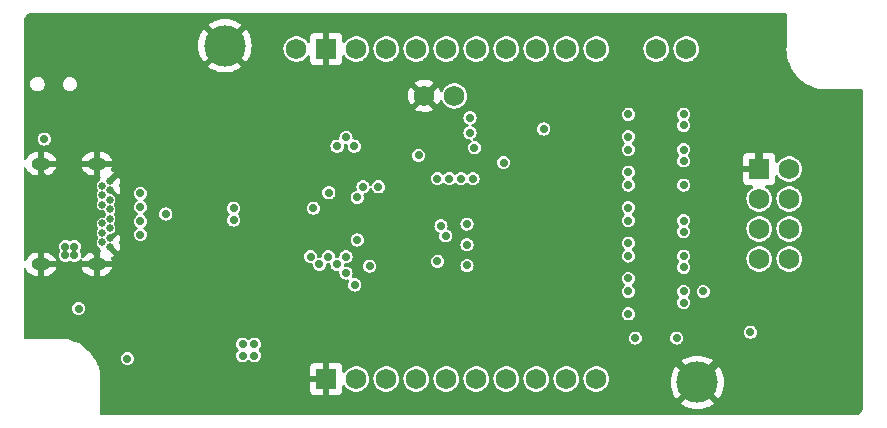
<source format=gbr>
%TF.GenerationSoftware,KiCad,Pcbnew,6.0.0*%
%TF.CreationDate,2022-09-17T11:35:22+02:00*%
%TF.ProjectId,cowprobe-rp,636f7770-726f-4626-952d-72702e6b6963,1*%
%TF.SameCoordinates,Original*%
%TF.FileFunction,Copper,L2,Inr*%
%TF.FilePolarity,Positive*%
%FSLAX46Y46*%
G04 Gerber Fmt 4.6, Leading zero omitted, Abs format (unit mm)*
G04 Created by KiCad (PCBNEW 6.0.0) date 2022-09-17 11:35:22*
%MOMM*%
%LPD*%
G01*
G04 APERTURE LIST*
%TA.AperFunction,ComponentPad*%
%ADD10C,1.750000*%
%TD*%
%TA.AperFunction,ComponentPad*%
%ADD11R,1.750000X1.750000*%
%TD*%
%TA.AperFunction,ComponentPad*%
%ADD12C,0.650000*%
%TD*%
%TA.AperFunction,ComponentPad*%
%ADD13O,1.600000X1.000000*%
%TD*%
%TA.AperFunction,ComponentPad*%
%ADD14C,3.500000*%
%TD*%
%TA.AperFunction,ViaPad*%
%ADD15C,0.711200*%
%TD*%
%TA.AperFunction,Conductor*%
%ADD16C,0.304800*%
%TD*%
%TA.AperFunction,Conductor*%
%ADD17C,0.406400*%
%TD*%
%TA.AperFunction,Conductor*%
%ADD18C,0.711200*%
%TD*%
%TA.AperFunction,Conductor*%
%ADD19C,0.203200*%
%TD*%
G04 APERTURE END LIST*
D10*
%TO.N,GND*%
%TO.C,SW3*%
X145380000Y-95000000D03*
%TO.N,BOOT*%
X147920000Y-95000000D03*
%TD*%
D11*
%TO.N,GND*%
%TO.C,P4*%
X137070000Y-118970000D03*
D10*
%TO.N,EXT_9*%
X139610000Y-118970000D03*
%TO.N,EXT_10*%
X142150000Y-118970000D03*
%TO.N,EXT_11*%
X144690000Y-118970000D03*
%TO.N,EXT_12*%
X147230000Y-118970000D03*
%TO.N,EXT_13*%
X149770000Y-118970000D03*
%TO.N,EXT_14*%
X152310000Y-118970000D03*
%TO.N,EXT_15*%
X154850000Y-118970000D03*
%TO.N,EXT_16*%
X157390000Y-118970000D03*
%TO.N,+3.3V*%
X159930000Y-118970000D03*
%TD*%
D11*
%TO.N,GND*%
%TO.C,P3*%
X137070000Y-91030000D03*
D10*
%TO.N,EXT_1*%
X139610000Y-91030000D03*
%TO.N,EXT_2*%
X142150000Y-91030000D03*
%TO.N,EXT_3*%
X144690000Y-91030000D03*
%TO.N,EXT_4*%
X147230000Y-91030000D03*
%TO.N,EXT_5*%
X149770000Y-91030000D03*
%TO.N,EXT_6*%
X152310000Y-91030000D03*
%TO.N,EXT_7*%
X154850000Y-91030000D03*
%TO.N,EXT_8*%
X157390000Y-91030000D03*
%TO.N,+Vdbg*%
X159930000Y-91030000D03*
%TD*%
D11*
%TO.N,GND*%
%TO.C,P2*%
X173730000Y-101190000D03*
D10*
%TO.N,D3{slash}TDO*%
X176270000Y-101190000D03*
%TO.N,UDBG_RX*%
X173730000Y-103730000D03*
%TO.N,D2{slash}TMS{slash}SWDIO*%
X176270000Y-103730000D03*
%TO.N,UDBG_TX*%
X173730000Y-106270000D03*
%TO.N,D1{slash}TCK{slash}SWCLK*%
X176270000Y-106270000D03*
%TO.N,+Vdbg*%
X173730000Y-108810000D03*
%TO.N,D0{slash}TDI*%
X176270000Y-108810000D03*
%TD*%
%TO.N,+3.3V*%
%TO.C,P6*%
X165010000Y-91030000D03*
%TO.N,+Vdbg*%
X167550000Y-91030000D03*
%TD*%
D12*
%TO.N,GND*%
%TO.C,P1*%
X118760000Y-107800000D03*
%TO.N,unconnected-(P1-PadB2)*%
X118110000Y-107400000D03*
%TO.N,unconnected-(P1-PadB3)*%
X118110000Y-106600000D03*
%TO.N,+VBus*%
X118760000Y-106200000D03*
%TO.N,unconnected-(P1-PadB5)*%
X118110000Y-105800000D03*
%TO.N,USB_D+*%
X118760000Y-105400000D03*
%TO.N,USB_D-*%
X118760000Y-104600000D03*
%TO.N,unconnected-(P1-PadB8)*%
X118110000Y-104200000D03*
%TO.N,+VBus*%
X118760000Y-103800000D03*
%TO.N,unconnected-(P1-PadB10)*%
X118110000Y-103400000D03*
%TO.N,unconnected-(P1-PadB11)*%
X118110000Y-102600000D03*
%TO.N,GND*%
X118760000Y-102200000D03*
X118760000Y-107000000D03*
X118760000Y-103000000D03*
D13*
X112930000Y-109270000D03*
X112930000Y-100730000D03*
X117660000Y-109270000D03*
X117660000Y-100730000D03*
%TD*%
D14*
%TO.N,GND*%
%TO.C,FIX1*%
X128500000Y-90750000D03*
%TD*%
%TO.N,GND*%
%TO.C,FIX2*%
X168500000Y-119250000D03*
%TD*%
D10*
%TO.N,+VBus*%
%TO.C,P5*%
X134540000Y-91030000D03*
%TD*%
D15*
%TO.N,GND*%
X124500000Y-121500000D03*
X150500000Y-88500000D03*
X112000000Y-107000000D03*
X158500000Y-88500000D03*
X122500000Y-121500000D03*
X138500000Y-88500000D03*
X140500000Y-112650000D03*
X130500000Y-88500000D03*
X175500000Y-91000000D03*
X115000000Y-115000000D03*
X178500000Y-121500000D03*
X152500000Y-88500000D03*
X158500000Y-121500000D03*
X117500000Y-116000000D03*
X170500000Y-121500000D03*
X178750000Y-113000000D03*
X174500000Y-88500000D03*
X178750000Y-101000000D03*
X178750000Y-111000000D03*
X147500000Y-112650000D03*
X150600000Y-106750000D03*
X167350000Y-103500000D03*
X168500000Y-88500000D03*
X162500000Y-88500000D03*
X172500000Y-88500000D03*
X132500000Y-121500000D03*
X155500000Y-94400000D03*
X178750000Y-95000000D03*
X178750000Y-97000000D03*
X162500000Y-121500000D03*
X114850000Y-91200000D03*
X112000000Y-97000000D03*
X130510000Y-111500000D03*
X174500000Y-121500000D03*
X178750000Y-109000000D03*
X122500000Y-116000000D03*
X150600000Y-108500000D03*
X160500000Y-88500000D03*
X118500000Y-119000000D03*
X142800000Y-104200000D03*
X121350000Y-102250000D03*
X165000000Y-106500000D03*
X128500000Y-121500000D03*
X140500000Y-97600000D03*
X114500000Y-88500000D03*
X142500000Y-121500000D03*
X165000000Y-109500000D03*
X133400000Y-107500000D03*
X165000000Y-100500000D03*
X126050000Y-105000000D03*
X148500000Y-88500000D03*
X165000000Y-112500000D03*
X152330000Y-101770000D03*
X144500000Y-88500000D03*
X123500000Y-119000000D03*
X152500000Y-121500000D03*
X136500000Y-121500000D03*
X182000000Y-95000000D03*
X128500000Y-116000000D03*
X142500000Y-88500000D03*
X138500000Y-101250000D03*
X141200000Y-104200000D03*
X134500000Y-88500000D03*
X148500000Y-121500000D03*
X165000000Y-103500000D03*
X118500000Y-121500000D03*
X156500000Y-88500000D03*
X140500000Y-88500000D03*
X150600000Y-111250000D03*
X112000000Y-89000000D03*
X166500000Y-121500000D03*
X178750000Y-99000000D03*
X124500000Y-88500000D03*
X182000000Y-117000000D03*
X117650000Y-111000000D03*
X118500000Y-88500000D03*
X182000000Y-115000000D03*
X180500000Y-121500000D03*
X154500000Y-88500000D03*
X156500000Y-121500000D03*
X146500000Y-121500000D03*
X132000000Y-102250000D03*
X165000000Y-97500000D03*
X120500000Y-88500000D03*
X116500000Y-88500000D03*
X164200000Y-119000000D03*
X178750000Y-105000000D03*
X112000000Y-113000000D03*
X132500000Y-88500000D03*
X112000000Y-103000000D03*
X172500000Y-121500000D03*
X126500000Y-121500000D03*
X169000000Y-115150000D03*
X120500000Y-116000000D03*
X178750000Y-107000000D03*
X133500000Y-120000000D03*
X142800000Y-105800000D03*
X178750000Y-103000000D03*
X124500000Y-116000000D03*
X112000000Y-115000000D03*
X133400000Y-106000000D03*
X112000000Y-91000000D03*
X163250000Y-92100000D03*
X182000000Y-119000000D03*
X150600000Y-105000000D03*
X166500000Y-88500000D03*
X164500000Y-121500000D03*
X140500000Y-121500000D03*
X126500000Y-116000000D03*
X145500000Y-112650000D03*
X136500000Y-88500000D03*
X134500000Y-121500000D03*
X130500000Y-121500000D03*
X177000000Y-115000000D03*
X154500000Y-121500000D03*
X150500000Y-121500000D03*
X133500000Y-118000000D03*
X122500000Y-88500000D03*
X116400000Y-93250000D03*
X145650000Y-100660000D03*
X146500000Y-88500000D03*
X121350000Y-107750000D03*
X126500000Y-88500000D03*
X144500000Y-121500000D03*
X138500000Y-121500000D03*
X170500000Y-88500000D03*
X176500000Y-121500000D03*
X131600000Y-100500000D03*
X112000000Y-95000000D03*
X133500000Y-116000000D03*
X145000000Y-96600000D03*
X134500000Y-104250000D03*
X112000000Y-105000000D03*
X112000000Y-111000000D03*
X114850000Y-96800000D03*
X169000000Y-94050000D03*
X120500000Y-121500000D03*
X112000000Y-99000000D03*
X176750000Y-93750000D03*
X112000000Y-93000000D03*
X164500000Y-88500000D03*
X160500000Y-121500000D03*
%TO.N,+VBus*%
X115750000Y-107750000D03*
X120250000Y-117250000D03*
X115000000Y-107750000D03*
X123500000Y-105000000D03*
X116120000Y-113000000D03*
X115000000Y-108500000D03*
X115750000Y-108500000D03*
X121350000Y-103250000D03*
X121350000Y-106750000D03*
%TO.N,USB_D+*%
X121350000Y-104400000D03*
%TO.N,USB_D-*%
X121350000Y-105600000D03*
%TO.N,+Vdbg*%
X167350000Y-99550000D03*
X167350000Y-108550000D03*
X167350000Y-96550000D03*
X169000000Y-111550000D03*
X167350000Y-102550000D03*
X173000000Y-115000000D03*
X167350000Y-105550000D03*
X167350000Y-111550000D03*
X166750000Y-115500000D03*
%TO.N,+3.3V*%
X130000000Y-116000000D03*
X146500000Y-109000000D03*
X162650000Y-108550000D03*
X140750000Y-109410000D03*
X131000000Y-117000000D03*
X155500000Y-97800000D03*
X163250000Y-115500000D03*
X139450000Y-99250000D03*
X167350000Y-106500000D03*
X162650000Y-102550000D03*
X162650000Y-105550000D03*
X162650000Y-99550000D03*
X144900000Y-100040000D03*
X162650000Y-96550000D03*
X131000000Y-116000000D03*
X130000000Y-117000000D03*
X162650000Y-111550000D03*
X149000000Y-107600000D03*
X136000000Y-104500000D03*
X113200000Y-98650000D03*
%TO.N,IO_RX*%
X140200000Y-102700000D03*
X162650000Y-104450000D03*
%TO.N,IO_D0*%
X139500000Y-111000000D03*
X162650000Y-113450000D03*
%TO.N,IO_TX*%
X162650000Y-107450000D03*
X141500000Y-102700000D03*
%TO.N,DIR_D0*%
X138750000Y-110000000D03*
X167350000Y-112500000D03*
%TO.N,IO_D1*%
X162650000Y-110450000D03*
X138750000Y-108600000D03*
%TO.N,DIR_D1*%
X167350000Y-109500000D03*
X139700000Y-107200000D03*
%TO.N,IO_D3*%
X162650000Y-98450000D03*
X138750000Y-98500000D03*
%TO.N,DIR_D3*%
X167350000Y-97500000D03*
X138000000Y-99250000D03*
%TO.N,IO_D2*%
X139700000Y-103600000D03*
X162650000Y-101450000D03*
%TO.N,DIR_D2*%
X167350000Y-100500000D03*
X137300000Y-103200000D03*
%TO.N,Net-(C10-Pad1)*%
X149000000Y-109350000D03*
X149000000Y-105850000D03*
X135750000Y-108600000D03*
%TO.N,RST*%
X138000000Y-109250000D03*
%TO.N,FL_D0*%
X152100000Y-100650000D03*
X149500000Y-102000000D03*
%TO.N,FL_D2*%
X148500000Y-102000000D03*
X149620000Y-99390000D03*
%TO.N,FL_D1*%
X149250000Y-98120000D03*
X147500000Y-102000000D03*
%TO.N,BOOT*%
X146500000Y-102000000D03*
X149250000Y-96850000D03*
%TO.N,/USBD_D-*%
X129250000Y-105500000D03*
X147200000Y-106850000D03*
%TO.N,/USBD_D+*%
X146800000Y-106000000D03*
X129250000Y-104500000D03*
%TO.N,Net-(TP4-Pad1)*%
X136500000Y-109250000D03*
%TO.N,Net-(TP5-Pad1)*%
X137250000Y-108600000D03*
%TD*%
D16*
%TO.N,GND*%
X133400000Y-106000000D02*
X133400000Y-105350000D01*
D17*
X135000000Y-110000000D02*
X135000000Y-109100000D01*
D16*
X133490000Y-103240000D02*
X134500000Y-104250000D01*
D17*
X137070000Y-99820000D02*
X138500000Y-101250000D01*
D18*
X166850000Y-94050000D02*
X170630000Y-94050000D01*
D16*
X142800000Y-105800000D02*
X145500000Y-108500000D01*
X142800000Y-104200000D02*
X142800000Y-103510000D01*
X132990000Y-103240000D02*
X132000000Y-102250000D01*
D17*
X145650000Y-100660000D02*
X145650000Y-97250000D01*
X117660000Y-108490000D02*
X117660000Y-109270000D01*
X126050000Y-105000000D02*
X126050000Y-106550000D01*
X112930000Y-101520000D02*
X115000000Y-103590000D01*
X139600000Y-105800000D02*
X141200000Y-104200000D01*
D16*
X133490000Y-103240000D02*
X132990000Y-103240000D01*
D18*
X170630000Y-94050000D02*
X173730000Y-97150000D01*
D17*
X140500000Y-99250000D02*
X138500000Y-101250000D01*
D18*
X173730000Y-97150000D02*
X173730000Y-101190000D01*
X175750000Y-116250000D02*
X171500000Y-116250000D01*
D17*
X131600000Y-100500000D02*
X131600000Y-101850000D01*
D18*
X165000000Y-97500000D02*
X165000000Y-95900000D01*
D19*
X113990000Y-96800000D02*
X114850000Y-96800000D01*
D17*
X140500000Y-97600000D02*
X140500000Y-99250000D01*
D16*
X150600000Y-106750000D02*
X150600000Y-108500000D01*
X142800000Y-103510000D02*
X145650000Y-100660000D01*
X117660000Y-100730000D02*
X119830000Y-100730000D01*
D17*
X135000000Y-114500000D02*
X133500000Y-116000000D01*
X152330000Y-103270000D02*
X150600000Y-105000000D01*
D19*
X113790000Y-97000000D02*
X113990000Y-96800000D01*
D18*
X165000000Y-95900000D02*
X166850000Y-94050000D01*
D16*
X133400000Y-107500000D02*
X133400000Y-106000000D01*
X133400000Y-105350000D02*
X134500000Y-104250000D01*
D17*
X150600000Y-108500000D02*
X150600000Y-111250000D01*
X134245000Y-108345000D02*
X133400000Y-107500000D01*
D18*
X171500000Y-116250000D02*
X168500000Y-119250000D01*
D16*
X153680000Y-97250000D02*
X151730000Y-99200000D01*
D17*
X131600000Y-101850000D02*
X132000000Y-102250000D01*
X134245000Y-108345000D02*
X136790000Y-105800000D01*
X112930000Y-100730000D02*
X112930000Y-101520000D01*
X136790000Y-105800000D02*
X139600000Y-105800000D01*
X145650000Y-97250000D02*
X145000000Y-96600000D01*
X124850000Y-107750000D02*
X121350000Y-107750000D01*
X115000000Y-103590000D02*
X115000000Y-105830000D01*
D16*
X145500000Y-108500000D02*
X145500000Y-112650000D01*
D18*
X169000000Y-115150000D02*
X170400000Y-115150000D01*
D17*
X135000000Y-109100000D02*
X134245000Y-108345000D01*
D19*
X113990000Y-96800000D02*
X113990000Y-92060000D01*
D17*
X150270000Y-100660000D02*
X145650000Y-100660000D01*
X140500000Y-112650000D02*
X145500000Y-112650000D01*
D16*
X155500000Y-94400000D02*
X153680000Y-96220000D01*
D19*
X113990000Y-92060000D02*
X114850000Y-91200000D01*
D16*
X142800000Y-104200000D02*
X142800000Y-105800000D01*
X141200000Y-104200000D02*
X142800000Y-104200000D01*
D17*
X137070000Y-91030000D02*
X137070000Y-99820000D01*
X126050000Y-106550000D02*
X124850000Y-107750000D01*
D18*
X165000000Y-106500000D02*
X165000000Y-103500000D01*
D17*
X151730000Y-99200000D02*
X150270000Y-100660000D01*
D16*
X150600000Y-105000000D02*
X150600000Y-106750000D01*
D18*
X177000000Y-115000000D02*
X175750000Y-116250000D01*
X165000000Y-109500000D02*
X165000000Y-112500000D01*
D17*
X116400000Y-92750000D02*
X114850000Y-91200000D01*
D16*
X117660000Y-109270000D02*
X119830000Y-109270000D01*
D17*
X135000000Y-110000000D02*
X135000000Y-114500000D01*
D18*
X165000000Y-109500000D02*
X165000000Y-106500000D01*
X165000000Y-112500000D02*
X165000000Y-115750000D01*
D17*
X116400000Y-93250000D02*
X116400000Y-92750000D01*
D18*
X170400000Y-115150000D02*
X171500000Y-116250000D01*
X165000000Y-97500000D02*
X165000000Y-100500000D01*
D17*
X137070000Y-118970000D02*
X137070000Y-116570000D01*
D19*
X112000000Y-97000000D02*
X113790000Y-97000000D01*
D16*
X119830000Y-109270000D02*
X121350000Y-107750000D01*
D18*
X165000000Y-103500000D02*
X165000000Y-100500000D01*
D17*
X145500000Y-112650000D02*
X147500000Y-112650000D01*
D16*
X153680000Y-96220000D02*
X153680000Y-97250000D01*
X119830000Y-100730000D02*
X121350000Y-102250000D01*
D17*
X115000000Y-105830000D02*
X117660000Y-108490000D01*
D18*
X165000000Y-115750000D02*
X168500000Y-119250000D01*
D17*
X137070000Y-116570000D02*
X135000000Y-114500000D01*
X152330000Y-101770000D02*
X152330000Y-103270000D01*
%TD*%
%TA.AperFunction,Conductor*%
%TO.N,GND*%
G36*
X175992121Y-87970002D02*
G01*
X176038614Y-88023658D01*
X176050000Y-88076000D01*
X176050000Y-90962976D01*
X176048047Y-90980181D01*
X176048037Y-90985812D01*
X176044857Y-90999642D01*
X176046089Y-91005086D01*
X176046626Y-91016025D01*
X176046626Y-91016026D01*
X176062320Y-91335477D01*
X176062472Y-91338567D01*
X176112210Y-91673873D01*
X176112960Y-91676867D01*
X176193822Y-91999690D01*
X176193825Y-91999700D01*
X176194574Y-92002690D01*
X176195611Y-92005589D01*
X176195614Y-92005598D01*
X176246188Y-92146941D01*
X176308771Y-92321850D01*
X176310087Y-92324633D01*
X176310091Y-92324642D01*
X176415510Y-92547530D01*
X176453702Y-92628280D01*
X176455285Y-92630921D01*
X176626381Y-92916379D01*
X176626387Y-92916388D01*
X176627970Y-92919029D01*
X176829897Y-93191297D01*
X177057539Y-93442461D01*
X177308703Y-93670103D01*
X177311189Y-93671947D01*
X177311193Y-93671950D01*
X177380140Y-93723084D01*
X177580971Y-93872030D01*
X177583612Y-93873613D01*
X177583621Y-93873619D01*
X177738603Y-93966511D01*
X177871720Y-94046298D01*
X177874499Y-94047612D01*
X177874502Y-94047614D01*
X178175358Y-94189909D01*
X178175367Y-94189913D01*
X178178150Y-94191229D01*
X178298780Y-94234391D01*
X178494402Y-94304386D01*
X178494411Y-94304389D01*
X178497310Y-94305426D01*
X178500300Y-94306175D01*
X178500310Y-94306178D01*
X178798195Y-94380793D01*
X178826127Y-94387790D01*
X179161433Y-94437528D01*
X179164519Y-94437680D01*
X179164523Y-94437680D01*
X179378217Y-94448178D01*
X179492057Y-94453771D01*
X179494086Y-94453938D01*
X179499284Y-94455142D01*
X179500000Y-94455143D01*
X179508718Y-94453154D01*
X179536733Y-94450000D01*
X182424000Y-94450000D01*
X182492121Y-94470002D01*
X182538614Y-94523658D01*
X182550000Y-94576000D01*
X182550000Y-121212975D01*
X182548047Y-121230181D01*
X182548037Y-121235812D01*
X182544857Y-121249641D01*
X182547989Y-121263480D01*
X182547987Y-121264471D01*
X182547380Y-121276601D01*
X182535844Y-121393723D01*
X182531025Y-121417948D01*
X182492706Y-121544269D01*
X182483254Y-121567089D01*
X182421025Y-121683510D01*
X182407302Y-121704047D01*
X182323557Y-121806091D01*
X182306091Y-121823557D01*
X182204047Y-121907302D01*
X182183510Y-121921025D01*
X182067089Y-121983254D01*
X182044269Y-121992706D01*
X181917948Y-122031025D01*
X181893723Y-122035844D01*
X181776102Y-122047429D01*
X181764069Y-122048010D01*
X181750357Y-122044857D01*
X181736517Y-122047989D01*
X181731627Y-122047980D01*
X181713551Y-122050000D01*
X118076000Y-122050000D01*
X118007879Y-122029998D01*
X117961386Y-121976342D01*
X117950000Y-121924000D01*
X117950000Y-121018856D01*
X167096601Y-121018856D01*
X167103059Y-121028216D01*
X167119361Y-121042512D01*
X167125901Y-121047530D01*
X167365144Y-121207387D01*
X167372281Y-121211508D01*
X167630349Y-121338772D01*
X167637953Y-121341922D01*
X167910420Y-121434412D01*
X167918383Y-121436546D01*
X168200600Y-121492683D01*
X168208751Y-121493756D01*
X168495881Y-121512575D01*
X168504119Y-121512575D01*
X168791249Y-121493756D01*
X168799400Y-121492683D01*
X169081617Y-121436546D01*
X169089580Y-121434412D01*
X169362047Y-121341922D01*
X169369651Y-121338772D01*
X169627719Y-121211508D01*
X169634856Y-121207387D01*
X169874099Y-121047530D01*
X169880639Y-121042512D01*
X169895074Y-121029853D01*
X169903472Y-121016614D01*
X169897638Y-121006849D01*
X168512810Y-119622020D01*
X168498869Y-119614408D01*
X168497034Y-119614539D01*
X168490420Y-119618790D01*
X167104116Y-121005095D01*
X167096601Y-121018856D01*
X117950000Y-121018856D01*
X117950000Y-119889669D01*
X135687001Y-119889669D01*
X135687371Y-119896490D01*
X135692895Y-119947352D01*
X135696521Y-119962604D01*
X135741676Y-120083054D01*
X135750214Y-120098649D01*
X135826715Y-120200724D01*
X135839276Y-120213285D01*
X135941351Y-120289786D01*
X135956946Y-120298324D01*
X136077394Y-120343478D01*
X136092649Y-120347105D01*
X136143514Y-120352631D01*
X136150328Y-120353000D01*
X136797885Y-120353000D01*
X136813124Y-120348525D01*
X136814329Y-120347135D01*
X136816000Y-120339452D01*
X136816000Y-120334884D01*
X137324000Y-120334884D01*
X137328475Y-120350123D01*
X137329865Y-120351328D01*
X137337548Y-120352999D01*
X137989669Y-120352999D01*
X137996490Y-120352629D01*
X138047352Y-120347105D01*
X138062604Y-120343479D01*
X138183054Y-120298324D01*
X138198649Y-120289786D01*
X138300724Y-120213285D01*
X138313285Y-120200724D01*
X138389786Y-120098649D01*
X138398324Y-120083054D01*
X138443478Y-119962606D01*
X138447105Y-119947351D01*
X138452631Y-119896486D01*
X138453000Y-119889672D01*
X138453000Y-119593100D01*
X138473002Y-119524979D01*
X138526658Y-119478486D01*
X138596932Y-119468382D01*
X138661512Y-119497876D01*
X138681896Y-119520378D01*
X138788679Y-119671474D01*
X138930266Y-119809402D01*
X139094617Y-119919217D01*
X139099919Y-119921495D01*
X139099921Y-119921496D01*
X139270921Y-119994964D01*
X139276228Y-119997244D01*
X139347698Y-120013416D01*
X139463381Y-120039593D01*
X139463387Y-120039594D01*
X139469018Y-120040868D01*
X139474789Y-120041095D01*
X139474791Y-120041095D01*
X139535384Y-120043475D01*
X139666528Y-120048628D01*
X139764337Y-120034447D01*
X139856432Y-120021094D01*
X139856437Y-120021093D01*
X139862146Y-120020265D01*
X139867610Y-120018410D01*
X139867615Y-120018409D01*
X140043848Y-119958586D01*
X140043853Y-119958584D01*
X140049320Y-119956728D01*
X140112231Y-119921496D01*
X140216742Y-119862967D01*
X140216746Y-119862964D01*
X140221780Y-119860145D01*
X140226217Y-119856454D01*
X140226221Y-119856452D01*
X140369314Y-119737443D01*
X140373752Y-119733752D01*
X140466678Y-119622020D01*
X140496452Y-119586221D01*
X140496454Y-119586217D01*
X140500145Y-119581780D01*
X140502964Y-119576746D01*
X140502967Y-119576742D01*
X140593905Y-119414361D01*
X140593905Y-119414360D01*
X140596728Y-119409320D01*
X140598584Y-119403853D01*
X140598586Y-119403848D01*
X140658409Y-119227615D01*
X140658410Y-119227610D01*
X140660265Y-119222146D01*
X140661093Y-119216437D01*
X140661094Y-119216432D01*
X140688095Y-119030202D01*
X140688628Y-119026528D01*
X140690108Y-118970000D01*
X140689075Y-118958751D01*
X140687511Y-118941726D01*
X141070262Y-118941726D01*
X141083190Y-119138966D01*
X141131845Y-119330547D01*
X141214599Y-119510054D01*
X141328679Y-119671474D01*
X141470266Y-119809402D01*
X141634617Y-119919217D01*
X141639919Y-119921495D01*
X141639921Y-119921496D01*
X141810921Y-119994964D01*
X141816228Y-119997244D01*
X141887698Y-120013416D01*
X142003381Y-120039593D01*
X142003387Y-120039594D01*
X142009018Y-120040868D01*
X142014789Y-120041095D01*
X142014791Y-120041095D01*
X142075384Y-120043475D01*
X142206528Y-120048628D01*
X142304337Y-120034447D01*
X142396432Y-120021094D01*
X142396437Y-120021093D01*
X142402146Y-120020265D01*
X142407610Y-120018410D01*
X142407615Y-120018409D01*
X142583848Y-119958586D01*
X142583853Y-119958584D01*
X142589320Y-119956728D01*
X142652231Y-119921496D01*
X142756742Y-119862967D01*
X142756746Y-119862964D01*
X142761780Y-119860145D01*
X142766217Y-119856454D01*
X142766221Y-119856452D01*
X142909314Y-119737443D01*
X142913752Y-119733752D01*
X143006678Y-119622020D01*
X143036452Y-119586221D01*
X143036454Y-119586217D01*
X143040145Y-119581780D01*
X143042964Y-119576746D01*
X143042967Y-119576742D01*
X143133905Y-119414361D01*
X143133905Y-119414360D01*
X143136728Y-119409320D01*
X143138584Y-119403853D01*
X143138586Y-119403848D01*
X143198409Y-119227615D01*
X143198410Y-119227610D01*
X143200265Y-119222146D01*
X143201093Y-119216437D01*
X143201094Y-119216432D01*
X143228095Y-119030202D01*
X143228628Y-119026528D01*
X143230108Y-118970000D01*
X143229075Y-118958751D01*
X143227511Y-118941726D01*
X143610262Y-118941726D01*
X143623190Y-119138966D01*
X143671845Y-119330547D01*
X143754599Y-119510054D01*
X143868679Y-119671474D01*
X144010266Y-119809402D01*
X144174617Y-119919217D01*
X144179919Y-119921495D01*
X144179921Y-119921496D01*
X144350921Y-119994964D01*
X144356228Y-119997244D01*
X144427698Y-120013416D01*
X144543381Y-120039593D01*
X144543387Y-120039594D01*
X144549018Y-120040868D01*
X144554789Y-120041095D01*
X144554791Y-120041095D01*
X144615384Y-120043475D01*
X144746528Y-120048628D01*
X144844337Y-120034447D01*
X144936432Y-120021094D01*
X144936437Y-120021093D01*
X144942146Y-120020265D01*
X144947610Y-120018410D01*
X144947615Y-120018409D01*
X145123848Y-119958586D01*
X145123853Y-119958584D01*
X145129320Y-119956728D01*
X145192231Y-119921496D01*
X145296742Y-119862967D01*
X145296746Y-119862964D01*
X145301780Y-119860145D01*
X145306217Y-119856454D01*
X145306221Y-119856452D01*
X145449314Y-119737443D01*
X145453752Y-119733752D01*
X145546678Y-119622020D01*
X145576452Y-119586221D01*
X145576454Y-119586217D01*
X145580145Y-119581780D01*
X145582964Y-119576746D01*
X145582967Y-119576742D01*
X145673905Y-119414361D01*
X145673905Y-119414360D01*
X145676728Y-119409320D01*
X145678584Y-119403853D01*
X145678586Y-119403848D01*
X145738409Y-119227615D01*
X145738410Y-119227610D01*
X145740265Y-119222146D01*
X145741093Y-119216437D01*
X145741094Y-119216432D01*
X145768095Y-119030202D01*
X145768628Y-119026528D01*
X145770108Y-118970000D01*
X145769075Y-118958751D01*
X145767511Y-118941726D01*
X146150262Y-118941726D01*
X146163190Y-119138966D01*
X146211845Y-119330547D01*
X146294599Y-119510054D01*
X146408679Y-119671474D01*
X146550266Y-119809402D01*
X146714617Y-119919217D01*
X146719919Y-119921495D01*
X146719921Y-119921496D01*
X146890921Y-119994964D01*
X146896228Y-119997244D01*
X146967698Y-120013416D01*
X147083381Y-120039593D01*
X147083387Y-120039594D01*
X147089018Y-120040868D01*
X147094789Y-120041095D01*
X147094791Y-120041095D01*
X147155384Y-120043475D01*
X147286528Y-120048628D01*
X147384337Y-120034447D01*
X147476432Y-120021094D01*
X147476437Y-120021093D01*
X147482146Y-120020265D01*
X147487610Y-120018410D01*
X147487615Y-120018409D01*
X147663848Y-119958586D01*
X147663853Y-119958584D01*
X147669320Y-119956728D01*
X147732231Y-119921496D01*
X147836742Y-119862967D01*
X147836746Y-119862964D01*
X147841780Y-119860145D01*
X147846217Y-119856454D01*
X147846221Y-119856452D01*
X147989314Y-119737443D01*
X147993752Y-119733752D01*
X148086678Y-119622020D01*
X148116452Y-119586221D01*
X148116454Y-119586217D01*
X148120145Y-119581780D01*
X148122964Y-119576746D01*
X148122967Y-119576742D01*
X148213905Y-119414361D01*
X148213905Y-119414360D01*
X148216728Y-119409320D01*
X148218584Y-119403853D01*
X148218586Y-119403848D01*
X148278409Y-119227615D01*
X148278410Y-119227610D01*
X148280265Y-119222146D01*
X148281093Y-119216437D01*
X148281094Y-119216432D01*
X148308095Y-119030202D01*
X148308628Y-119026528D01*
X148310108Y-118970000D01*
X148309075Y-118958751D01*
X148307511Y-118941726D01*
X148690262Y-118941726D01*
X148703190Y-119138966D01*
X148751845Y-119330547D01*
X148834599Y-119510054D01*
X148948679Y-119671474D01*
X149090266Y-119809402D01*
X149254617Y-119919217D01*
X149259919Y-119921495D01*
X149259921Y-119921496D01*
X149430921Y-119994964D01*
X149436228Y-119997244D01*
X149507698Y-120013416D01*
X149623381Y-120039593D01*
X149623387Y-120039594D01*
X149629018Y-120040868D01*
X149634789Y-120041095D01*
X149634791Y-120041095D01*
X149695384Y-120043475D01*
X149826528Y-120048628D01*
X149924337Y-120034447D01*
X150016432Y-120021094D01*
X150016437Y-120021093D01*
X150022146Y-120020265D01*
X150027610Y-120018410D01*
X150027615Y-120018409D01*
X150203848Y-119958586D01*
X150203853Y-119958584D01*
X150209320Y-119956728D01*
X150272231Y-119921496D01*
X150376742Y-119862967D01*
X150376746Y-119862964D01*
X150381780Y-119860145D01*
X150386217Y-119856454D01*
X150386221Y-119856452D01*
X150529314Y-119737443D01*
X150533752Y-119733752D01*
X150626678Y-119622020D01*
X150656452Y-119586221D01*
X150656454Y-119586217D01*
X150660145Y-119581780D01*
X150662964Y-119576746D01*
X150662967Y-119576742D01*
X150753905Y-119414361D01*
X150753905Y-119414360D01*
X150756728Y-119409320D01*
X150758584Y-119403853D01*
X150758586Y-119403848D01*
X150818409Y-119227615D01*
X150818410Y-119227610D01*
X150820265Y-119222146D01*
X150821093Y-119216437D01*
X150821094Y-119216432D01*
X150848095Y-119030202D01*
X150848628Y-119026528D01*
X150850108Y-118970000D01*
X150849075Y-118958751D01*
X150847511Y-118941726D01*
X151230262Y-118941726D01*
X151243190Y-119138966D01*
X151291845Y-119330547D01*
X151374599Y-119510054D01*
X151488679Y-119671474D01*
X151630266Y-119809402D01*
X151794617Y-119919217D01*
X151799919Y-119921495D01*
X151799921Y-119921496D01*
X151970921Y-119994964D01*
X151976228Y-119997244D01*
X152047698Y-120013416D01*
X152163381Y-120039593D01*
X152163387Y-120039594D01*
X152169018Y-120040868D01*
X152174789Y-120041095D01*
X152174791Y-120041095D01*
X152235384Y-120043475D01*
X152366528Y-120048628D01*
X152464337Y-120034447D01*
X152556432Y-120021094D01*
X152556437Y-120021093D01*
X152562146Y-120020265D01*
X152567610Y-120018410D01*
X152567615Y-120018409D01*
X152743848Y-119958586D01*
X152743853Y-119958584D01*
X152749320Y-119956728D01*
X152812231Y-119921496D01*
X152916742Y-119862967D01*
X152916746Y-119862964D01*
X152921780Y-119860145D01*
X152926217Y-119856454D01*
X152926221Y-119856452D01*
X153069314Y-119737443D01*
X153073752Y-119733752D01*
X153166678Y-119622020D01*
X153196452Y-119586221D01*
X153196454Y-119586217D01*
X153200145Y-119581780D01*
X153202964Y-119576746D01*
X153202967Y-119576742D01*
X153293905Y-119414361D01*
X153293905Y-119414360D01*
X153296728Y-119409320D01*
X153298584Y-119403853D01*
X153298586Y-119403848D01*
X153358409Y-119227615D01*
X153358410Y-119227610D01*
X153360265Y-119222146D01*
X153361093Y-119216437D01*
X153361094Y-119216432D01*
X153388095Y-119030202D01*
X153388628Y-119026528D01*
X153390108Y-118970000D01*
X153389075Y-118958751D01*
X153387511Y-118941726D01*
X153770262Y-118941726D01*
X153783190Y-119138966D01*
X153831845Y-119330547D01*
X153914599Y-119510054D01*
X154028679Y-119671474D01*
X154170266Y-119809402D01*
X154334617Y-119919217D01*
X154339919Y-119921495D01*
X154339921Y-119921496D01*
X154510921Y-119994964D01*
X154516228Y-119997244D01*
X154587698Y-120013416D01*
X154703381Y-120039593D01*
X154703387Y-120039594D01*
X154709018Y-120040868D01*
X154714789Y-120041095D01*
X154714791Y-120041095D01*
X154775384Y-120043475D01*
X154906528Y-120048628D01*
X155004337Y-120034447D01*
X155096432Y-120021094D01*
X155096437Y-120021093D01*
X155102146Y-120020265D01*
X155107610Y-120018410D01*
X155107615Y-120018409D01*
X155283848Y-119958586D01*
X155283853Y-119958584D01*
X155289320Y-119956728D01*
X155352231Y-119921496D01*
X155456742Y-119862967D01*
X155456746Y-119862964D01*
X155461780Y-119860145D01*
X155466217Y-119856454D01*
X155466221Y-119856452D01*
X155609314Y-119737443D01*
X155613752Y-119733752D01*
X155706678Y-119622020D01*
X155736452Y-119586221D01*
X155736454Y-119586217D01*
X155740145Y-119581780D01*
X155742964Y-119576746D01*
X155742967Y-119576742D01*
X155833905Y-119414361D01*
X155833905Y-119414360D01*
X155836728Y-119409320D01*
X155838584Y-119403853D01*
X155838586Y-119403848D01*
X155898409Y-119227615D01*
X155898410Y-119227610D01*
X155900265Y-119222146D01*
X155901093Y-119216437D01*
X155901094Y-119216432D01*
X155928095Y-119030202D01*
X155928628Y-119026528D01*
X155930108Y-118970000D01*
X155929075Y-118958751D01*
X155927511Y-118941726D01*
X156310262Y-118941726D01*
X156323190Y-119138966D01*
X156371845Y-119330547D01*
X156454599Y-119510054D01*
X156568679Y-119671474D01*
X156710266Y-119809402D01*
X156874617Y-119919217D01*
X156879919Y-119921495D01*
X156879921Y-119921496D01*
X157050921Y-119994964D01*
X157056228Y-119997244D01*
X157127698Y-120013416D01*
X157243381Y-120039593D01*
X157243387Y-120039594D01*
X157249018Y-120040868D01*
X157254789Y-120041095D01*
X157254791Y-120041095D01*
X157315384Y-120043475D01*
X157446528Y-120048628D01*
X157544337Y-120034447D01*
X157636432Y-120021094D01*
X157636437Y-120021093D01*
X157642146Y-120020265D01*
X157647610Y-120018410D01*
X157647615Y-120018409D01*
X157823848Y-119958586D01*
X157823853Y-119958584D01*
X157829320Y-119956728D01*
X157892231Y-119921496D01*
X157996742Y-119862967D01*
X157996746Y-119862964D01*
X158001780Y-119860145D01*
X158006217Y-119856454D01*
X158006221Y-119856452D01*
X158149314Y-119737443D01*
X158153752Y-119733752D01*
X158246678Y-119622020D01*
X158276452Y-119586221D01*
X158276454Y-119586217D01*
X158280145Y-119581780D01*
X158282964Y-119576746D01*
X158282967Y-119576742D01*
X158373905Y-119414361D01*
X158373905Y-119414360D01*
X158376728Y-119409320D01*
X158378584Y-119403853D01*
X158378586Y-119403848D01*
X158438409Y-119227615D01*
X158438410Y-119227610D01*
X158440265Y-119222146D01*
X158441093Y-119216437D01*
X158441094Y-119216432D01*
X158468095Y-119030202D01*
X158468628Y-119026528D01*
X158470108Y-118970000D01*
X158469075Y-118958751D01*
X158467511Y-118941726D01*
X158850262Y-118941726D01*
X158863190Y-119138966D01*
X158911845Y-119330547D01*
X158994599Y-119510054D01*
X159108679Y-119671474D01*
X159250266Y-119809402D01*
X159414617Y-119919217D01*
X159419919Y-119921495D01*
X159419921Y-119921496D01*
X159590921Y-119994964D01*
X159596228Y-119997244D01*
X159667698Y-120013416D01*
X159783381Y-120039593D01*
X159783387Y-120039594D01*
X159789018Y-120040868D01*
X159794789Y-120041095D01*
X159794791Y-120041095D01*
X159855384Y-120043475D01*
X159986528Y-120048628D01*
X160084337Y-120034447D01*
X160176432Y-120021094D01*
X160176437Y-120021093D01*
X160182146Y-120020265D01*
X160187610Y-120018410D01*
X160187615Y-120018409D01*
X160363848Y-119958586D01*
X160363853Y-119958584D01*
X160369320Y-119956728D01*
X160432231Y-119921496D01*
X160536742Y-119862967D01*
X160536746Y-119862964D01*
X160541780Y-119860145D01*
X160546217Y-119856454D01*
X160546221Y-119856452D01*
X160689314Y-119737443D01*
X160693752Y-119733752D01*
X160786678Y-119622020D01*
X160816452Y-119586221D01*
X160816454Y-119586217D01*
X160820145Y-119581780D01*
X160822964Y-119576746D01*
X160822967Y-119576742D01*
X160913905Y-119414361D01*
X160913905Y-119414360D01*
X160916728Y-119409320D01*
X160918584Y-119403853D01*
X160918586Y-119403848D01*
X160969412Y-119254119D01*
X166237425Y-119254119D01*
X166256244Y-119541249D01*
X166257317Y-119549400D01*
X166313454Y-119831617D01*
X166315588Y-119839580D01*
X166408078Y-120112047D01*
X166411228Y-120119651D01*
X166538492Y-120377718D01*
X166542613Y-120384855D01*
X166702470Y-120624099D01*
X166707488Y-120630639D01*
X166720147Y-120645074D01*
X166733386Y-120653472D01*
X166743151Y-120647638D01*
X168127980Y-119262810D01*
X168134357Y-119251131D01*
X168864408Y-119251131D01*
X168864539Y-119252966D01*
X168868790Y-119259580D01*
X170255095Y-120645884D01*
X170268856Y-120653399D01*
X170278216Y-120646941D01*
X170292512Y-120630639D01*
X170297530Y-120624099D01*
X170457387Y-120384855D01*
X170461508Y-120377718D01*
X170588772Y-120119651D01*
X170591922Y-120112047D01*
X170684412Y-119839580D01*
X170686546Y-119831617D01*
X170742683Y-119549400D01*
X170743756Y-119541249D01*
X170762575Y-119254119D01*
X170762575Y-119245881D01*
X170743756Y-118958751D01*
X170742683Y-118950600D01*
X170686546Y-118668383D01*
X170684412Y-118660420D01*
X170591922Y-118387953D01*
X170588772Y-118380349D01*
X170461508Y-118122282D01*
X170457387Y-118115145D01*
X170297530Y-117875901D01*
X170292512Y-117869361D01*
X170279853Y-117854926D01*
X170266614Y-117846528D01*
X170256849Y-117852362D01*
X168872020Y-119237190D01*
X168864408Y-119251131D01*
X168134357Y-119251131D01*
X168135592Y-119248869D01*
X168135461Y-119247034D01*
X168131210Y-119240420D01*
X166744905Y-117854116D01*
X166731144Y-117846601D01*
X166721784Y-117853059D01*
X166707488Y-117869361D01*
X166702470Y-117875901D01*
X166542613Y-118115145D01*
X166538492Y-118122282D01*
X166411228Y-118380349D01*
X166408078Y-118387953D01*
X166315588Y-118660420D01*
X166313454Y-118668383D01*
X166257317Y-118950600D01*
X166256244Y-118958751D01*
X166237425Y-119245881D01*
X166237425Y-119254119D01*
X160969412Y-119254119D01*
X160978409Y-119227615D01*
X160978410Y-119227610D01*
X160980265Y-119222146D01*
X160981093Y-119216437D01*
X160981094Y-119216432D01*
X161008095Y-119030202D01*
X161008628Y-119026528D01*
X161010108Y-118970000D01*
X161009075Y-118958751D01*
X160992550Y-118778923D01*
X160992021Y-118773166D01*
X160938368Y-118582924D01*
X160928138Y-118562178D01*
X160853497Y-118410824D01*
X160850943Y-118405645D01*
X160732677Y-118247267D01*
X160587528Y-118113093D01*
X160556028Y-118093218D01*
X160425239Y-118010696D01*
X160420359Y-118007617D01*
X160414999Y-118005479D01*
X160414996Y-118005477D01*
X160328563Y-117970994D01*
X160236767Y-117934371D01*
X160231107Y-117933245D01*
X160231103Y-117933244D01*
X160048569Y-117896936D01*
X160048567Y-117896936D01*
X160042902Y-117895809D01*
X160037127Y-117895733D01*
X160037123Y-117895733D01*
X159938687Y-117894445D01*
X159845256Y-117893222D01*
X159839559Y-117894201D01*
X159839558Y-117894201D01*
X159656144Y-117925717D01*
X159650447Y-117926696D01*
X159465002Y-117995110D01*
X159460041Y-117998062D01*
X159460040Y-117998062D01*
X159300096Y-118093218D01*
X159300093Y-118093220D01*
X159295128Y-118096174D01*
X159290788Y-118099980D01*
X159290784Y-118099983D01*
X159150858Y-118222696D01*
X159146517Y-118226503D01*
X159142942Y-118231038D01*
X159142941Y-118231039D01*
X159036650Y-118365869D01*
X159024145Y-118381731D01*
X159021454Y-118386847D01*
X159021452Y-118386849D01*
X158975185Y-118474788D01*
X158932110Y-118556661D01*
X158930397Y-118562178D01*
X158893444Y-118681188D01*
X158873495Y-118745433D01*
X158850262Y-118941726D01*
X158467511Y-118941726D01*
X158452550Y-118778923D01*
X158452021Y-118773166D01*
X158398368Y-118582924D01*
X158388138Y-118562178D01*
X158313497Y-118410824D01*
X158310943Y-118405645D01*
X158192677Y-118247267D01*
X158047528Y-118113093D01*
X158016028Y-118093218D01*
X157885239Y-118010696D01*
X157880359Y-118007617D01*
X157874999Y-118005479D01*
X157874996Y-118005477D01*
X157788563Y-117970994D01*
X157696767Y-117934371D01*
X157691107Y-117933245D01*
X157691103Y-117933244D01*
X157508569Y-117896936D01*
X157508567Y-117896936D01*
X157502902Y-117895809D01*
X157497127Y-117895733D01*
X157497123Y-117895733D01*
X157398687Y-117894445D01*
X157305256Y-117893222D01*
X157299559Y-117894201D01*
X157299558Y-117894201D01*
X157116144Y-117925717D01*
X157110447Y-117926696D01*
X156925002Y-117995110D01*
X156920041Y-117998062D01*
X156920040Y-117998062D01*
X156760096Y-118093218D01*
X156760093Y-118093220D01*
X156755128Y-118096174D01*
X156750788Y-118099980D01*
X156750784Y-118099983D01*
X156610858Y-118222696D01*
X156606517Y-118226503D01*
X156602942Y-118231038D01*
X156602941Y-118231039D01*
X156496650Y-118365869D01*
X156484145Y-118381731D01*
X156481454Y-118386847D01*
X156481452Y-118386849D01*
X156435185Y-118474788D01*
X156392110Y-118556661D01*
X156390397Y-118562178D01*
X156353444Y-118681188D01*
X156333495Y-118745433D01*
X156310262Y-118941726D01*
X155927511Y-118941726D01*
X155912550Y-118778923D01*
X155912021Y-118773166D01*
X155858368Y-118582924D01*
X155848138Y-118562178D01*
X155773497Y-118410824D01*
X155770943Y-118405645D01*
X155652677Y-118247267D01*
X155507528Y-118113093D01*
X155476028Y-118093218D01*
X155345239Y-118010696D01*
X155340359Y-118007617D01*
X155334999Y-118005479D01*
X155334996Y-118005477D01*
X155248563Y-117970994D01*
X155156767Y-117934371D01*
X155151107Y-117933245D01*
X155151103Y-117933244D01*
X154968569Y-117896936D01*
X154968567Y-117896936D01*
X154962902Y-117895809D01*
X154957127Y-117895733D01*
X154957123Y-117895733D01*
X154858687Y-117894445D01*
X154765256Y-117893222D01*
X154759559Y-117894201D01*
X154759558Y-117894201D01*
X154576144Y-117925717D01*
X154570447Y-117926696D01*
X154385002Y-117995110D01*
X154380041Y-117998062D01*
X154380040Y-117998062D01*
X154220096Y-118093218D01*
X154220093Y-118093220D01*
X154215128Y-118096174D01*
X154210788Y-118099980D01*
X154210784Y-118099983D01*
X154070858Y-118222696D01*
X154066517Y-118226503D01*
X154062942Y-118231038D01*
X154062941Y-118231039D01*
X153956650Y-118365869D01*
X153944145Y-118381731D01*
X153941454Y-118386847D01*
X153941452Y-118386849D01*
X153895185Y-118474788D01*
X153852110Y-118556661D01*
X153850397Y-118562178D01*
X153813444Y-118681188D01*
X153793495Y-118745433D01*
X153770262Y-118941726D01*
X153387511Y-118941726D01*
X153372550Y-118778923D01*
X153372021Y-118773166D01*
X153318368Y-118582924D01*
X153308138Y-118562178D01*
X153233497Y-118410824D01*
X153230943Y-118405645D01*
X153112677Y-118247267D01*
X152967528Y-118113093D01*
X152936028Y-118093218D01*
X152805239Y-118010696D01*
X152800359Y-118007617D01*
X152794999Y-118005479D01*
X152794996Y-118005477D01*
X152708563Y-117970994D01*
X152616767Y-117934371D01*
X152611107Y-117933245D01*
X152611103Y-117933244D01*
X152428569Y-117896936D01*
X152428567Y-117896936D01*
X152422902Y-117895809D01*
X152417127Y-117895733D01*
X152417123Y-117895733D01*
X152318687Y-117894445D01*
X152225256Y-117893222D01*
X152219559Y-117894201D01*
X152219558Y-117894201D01*
X152036144Y-117925717D01*
X152030447Y-117926696D01*
X151845002Y-117995110D01*
X151840041Y-117998062D01*
X151840040Y-117998062D01*
X151680096Y-118093218D01*
X151680093Y-118093220D01*
X151675128Y-118096174D01*
X151670788Y-118099980D01*
X151670784Y-118099983D01*
X151530858Y-118222696D01*
X151526517Y-118226503D01*
X151522942Y-118231038D01*
X151522941Y-118231039D01*
X151416650Y-118365869D01*
X151404145Y-118381731D01*
X151401454Y-118386847D01*
X151401452Y-118386849D01*
X151355185Y-118474788D01*
X151312110Y-118556661D01*
X151310397Y-118562178D01*
X151273444Y-118681188D01*
X151253495Y-118745433D01*
X151230262Y-118941726D01*
X150847511Y-118941726D01*
X150832550Y-118778923D01*
X150832021Y-118773166D01*
X150778368Y-118582924D01*
X150768138Y-118562178D01*
X150693497Y-118410824D01*
X150690943Y-118405645D01*
X150572677Y-118247267D01*
X150427528Y-118113093D01*
X150396028Y-118093218D01*
X150265239Y-118010696D01*
X150260359Y-118007617D01*
X150254999Y-118005479D01*
X150254996Y-118005477D01*
X150168563Y-117970994D01*
X150076767Y-117934371D01*
X150071107Y-117933245D01*
X150071103Y-117933244D01*
X149888569Y-117896936D01*
X149888567Y-117896936D01*
X149882902Y-117895809D01*
X149877127Y-117895733D01*
X149877123Y-117895733D01*
X149778687Y-117894445D01*
X149685256Y-117893222D01*
X149679559Y-117894201D01*
X149679558Y-117894201D01*
X149496144Y-117925717D01*
X149490447Y-117926696D01*
X149305002Y-117995110D01*
X149300041Y-117998062D01*
X149300040Y-117998062D01*
X149140096Y-118093218D01*
X149140093Y-118093220D01*
X149135128Y-118096174D01*
X149130788Y-118099980D01*
X149130784Y-118099983D01*
X148990858Y-118222696D01*
X148986517Y-118226503D01*
X148982942Y-118231038D01*
X148982941Y-118231039D01*
X148876650Y-118365869D01*
X148864145Y-118381731D01*
X148861454Y-118386847D01*
X148861452Y-118386849D01*
X148815185Y-118474788D01*
X148772110Y-118556661D01*
X148770397Y-118562178D01*
X148733444Y-118681188D01*
X148713495Y-118745433D01*
X148690262Y-118941726D01*
X148307511Y-118941726D01*
X148292550Y-118778923D01*
X148292021Y-118773166D01*
X148238368Y-118582924D01*
X148228138Y-118562178D01*
X148153497Y-118410824D01*
X148150943Y-118405645D01*
X148032677Y-118247267D01*
X147887528Y-118113093D01*
X147856028Y-118093218D01*
X147725239Y-118010696D01*
X147720359Y-118007617D01*
X147714999Y-118005479D01*
X147714996Y-118005477D01*
X147628563Y-117970994D01*
X147536767Y-117934371D01*
X147531107Y-117933245D01*
X147531103Y-117933244D01*
X147348569Y-117896936D01*
X147348567Y-117896936D01*
X147342902Y-117895809D01*
X147337127Y-117895733D01*
X147337123Y-117895733D01*
X147238687Y-117894445D01*
X147145256Y-117893222D01*
X147139559Y-117894201D01*
X147139558Y-117894201D01*
X146956144Y-117925717D01*
X146950447Y-117926696D01*
X146765002Y-117995110D01*
X146760041Y-117998062D01*
X146760040Y-117998062D01*
X146600096Y-118093218D01*
X146600093Y-118093220D01*
X146595128Y-118096174D01*
X146590788Y-118099980D01*
X146590784Y-118099983D01*
X146450858Y-118222696D01*
X146446517Y-118226503D01*
X146442942Y-118231038D01*
X146442941Y-118231039D01*
X146336650Y-118365869D01*
X146324145Y-118381731D01*
X146321454Y-118386847D01*
X146321452Y-118386849D01*
X146275185Y-118474788D01*
X146232110Y-118556661D01*
X146230397Y-118562178D01*
X146193444Y-118681188D01*
X146173495Y-118745433D01*
X146150262Y-118941726D01*
X145767511Y-118941726D01*
X145752550Y-118778923D01*
X145752021Y-118773166D01*
X145698368Y-118582924D01*
X145688138Y-118562178D01*
X145613497Y-118410824D01*
X145610943Y-118405645D01*
X145492677Y-118247267D01*
X145347528Y-118113093D01*
X145316028Y-118093218D01*
X145185239Y-118010696D01*
X145180359Y-118007617D01*
X145174999Y-118005479D01*
X145174996Y-118005477D01*
X145088563Y-117970994D01*
X144996767Y-117934371D01*
X144991107Y-117933245D01*
X144991103Y-117933244D01*
X144808569Y-117896936D01*
X144808567Y-117896936D01*
X144802902Y-117895809D01*
X144797127Y-117895733D01*
X144797123Y-117895733D01*
X144698687Y-117894445D01*
X144605256Y-117893222D01*
X144599559Y-117894201D01*
X144599558Y-117894201D01*
X144416144Y-117925717D01*
X144410447Y-117926696D01*
X144225002Y-117995110D01*
X144220041Y-117998062D01*
X144220040Y-117998062D01*
X144060096Y-118093218D01*
X144060093Y-118093220D01*
X144055128Y-118096174D01*
X144050788Y-118099980D01*
X144050784Y-118099983D01*
X143910858Y-118222696D01*
X143906517Y-118226503D01*
X143902942Y-118231038D01*
X143902941Y-118231039D01*
X143796650Y-118365869D01*
X143784145Y-118381731D01*
X143781454Y-118386847D01*
X143781452Y-118386849D01*
X143735185Y-118474788D01*
X143692110Y-118556661D01*
X143690397Y-118562178D01*
X143653444Y-118681188D01*
X143633495Y-118745433D01*
X143610262Y-118941726D01*
X143227511Y-118941726D01*
X143212550Y-118778923D01*
X143212021Y-118773166D01*
X143158368Y-118582924D01*
X143148138Y-118562178D01*
X143073497Y-118410824D01*
X143070943Y-118405645D01*
X142952677Y-118247267D01*
X142807528Y-118113093D01*
X142776028Y-118093218D01*
X142645239Y-118010696D01*
X142640359Y-118007617D01*
X142634999Y-118005479D01*
X142634996Y-118005477D01*
X142548563Y-117970994D01*
X142456767Y-117934371D01*
X142451107Y-117933245D01*
X142451103Y-117933244D01*
X142268569Y-117896936D01*
X142268567Y-117896936D01*
X142262902Y-117895809D01*
X142257127Y-117895733D01*
X142257123Y-117895733D01*
X142158687Y-117894445D01*
X142065256Y-117893222D01*
X142059559Y-117894201D01*
X142059558Y-117894201D01*
X141876144Y-117925717D01*
X141870447Y-117926696D01*
X141685002Y-117995110D01*
X141680041Y-117998062D01*
X141680040Y-117998062D01*
X141520096Y-118093218D01*
X141520093Y-118093220D01*
X141515128Y-118096174D01*
X141510788Y-118099980D01*
X141510784Y-118099983D01*
X141370858Y-118222696D01*
X141366517Y-118226503D01*
X141362942Y-118231038D01*
X141362941Y-118231039D01*
X141256650Y-118365869D01*
X141244145Y-118381731D01*
X141241454Y-118386847D01*
X141241452Y-118386849D01*
X141195185Y-118474788D01*
X141152110Y-118556661D01*
X141150397Y-118562178D01*
X141113444Y-118681188D01*
X141093495Y-118745433D01*
X141070262Y-118941726D01*
X140687511Y-118941726D01*
X140672550Y-118778923D01*
X140672021Y-118773166D01*
X140618368Y-118582924D01*
X140608138Y-118562178D01*
X140533497Y-118410824D01*
X140530943Y-118405645D01*
X140412677Y-118247267D01*
X140267528Y-118113093D01*
X140236028Y-118093218D01*
X140105239Y-118010696D01*
X140100359Y-118007617D01*
X140094999Y-118005479D01*
X140094996Y-118005477D01*
X140008563Y-117970994D01*
X139916767Y-117934371D01*
X139911107Y-117933245D01*
X139911103Y-117933244D01*
X139728569Y-117896936D01*
X139728567Y-117896936D01*
X139722902Y-117895809D01*
X139717127Y-117895733D01*
X139717123Y-117895733D01*
X139618687Y-117894445D01*
X139525256Y-117893222D01*
X139519559Y-117894201D01*
X139519558Y-117894201D01*
X139336144Y-117925717D01*
X139330447Y-117926696D01*
X139145002Y-117995110D01*
X139140041Y-117998062D01*
X139140040Y-117998062D01*
X138980096Y-118093218D01*
X138980093Y-118093220D01*
X138975128Y-118096174D01*
X138970788Y-118099980D01*
X138970784Y-118099983D01*
X138830858Y-118222696D01*
X138826517Y-118226503D01*
X138822942Y-118231038D01*
X138822941Y-118231039D01*
X138716650Y-118365869D01*
X138704145Y-118381731D01*
X138697250Y-118394837D01*
X138690507Y-118407653D01*
X138641087Y-118458626D01*
X138571954Y-118474788D01*
X138505058Y-118451009D01*
X138461638Y-118394837D01*
X138452999Y-118348985D01*
X138452999Y-118050331D01*
X138452629Y-118043510D01*
X138447105Y-117992648D01*
X138443479Y-117977396D01*
X138398324Y-117856946D01*
X138389786Y-117841351D01*
X138313285Y-117739276D01*
X138300724Y-117726715D01*
X138198649Y-117650214D01*
X138183054Y-117641676D01*
X138062606Y-117596522D01*
X138047351Y-117592895D01*
X137996486Y-117587369D01*
X137989672Y-117587000D01*
X137342115Y-117587000D01*
X137326876Y-117591475D01*
X137325671Y-117592865D01*
X137324000Y-117600548D01*
X137324000Y-120334884D01*
X136816000Y-120334884D01*
X136816000Y-119242115D01*
X136811525Y-119226876D01*
X136810135Y-119225671D01*
X136802452Y-119224000D01*
X135705116Y-119224000D01*
X135689877Y-119228475D01*
X135688672Y-119229865D01*
X135687001Y-119237548D01*
X135687001Y-119889669D01*
X117950000Y-119889669D01*
X117950000Y-119037312D01*
X117953254Y-119008860D01*
X117955142Y-119000716D01*
X117955143Y-119000000D01*
X117953952Y-118994779D01*
X117953830Y-118993268D01*
X117939319Y-118697885D01*
X135687000Y-118697885D01*
X135691475Y-118713124D01*
X135692865Y-118714329D01*
X135700548Y-118716000D01*
X136797885Y-118716000D01*
X136813124Y-118711525D01*
X136814329Y-118710135D01*
X136816000Y-118702452D01*
X136816000Y-117605116D01*
X136811525Y-117589877D01*
X136810135Y-117588672D01*
X136802452Y-117587001D01*
X136150331Y-117587001D01*
X136143510Y-117587371D01*
X136092648Y-117592895D01*
X136077396Y-117596521D01*
X135956946Y-117641676D01*
X135941351Y-117650214D01*
X135839276Y-117726715D01*
X135826715Y-117739276D01*
X135750214Y-117841351D01*
X135741676Y-117856946D01*
X135696522Y-117977394D01*
X135692895Y-117992649D01*
X135687369Y-118043514D01*
X135687000Y-118050328D01*
X135687000Y-118697885D01*
X117939319Y-118697885D01*
X117937680Y-118664521D01*
X117937679Y-118664515D01*
X117937528Y-118661433D01*
X117887790Y-118326127D01*
X117834428Y-118113093D01*
X117806178Y-118000310D01*
X117806175Y-118000300D01*
X117805426Y-117997310D01*
X117803759Y-117992649D01*
X117738727Y-117810899D01*
X117691229Y-117678150D01*
X117689913Y-117675367D01*
X117689909Y-117675358D01*
X117547614Y-117374502D01*
X117547612Y-117374499D01*
X117546298Y-117371720D01*
X117495520Y-117287002D01*
X117473342Y-117250000D01*
X119689101Y-117250000D01*
X119708213Y-117395171D01*
X119764247Y-117530449D01*
X119769274Y-117537000D01*
X119769275Y-117537002D01*
X119848356Y-117640062D01*
X119848359Y-117640065D01*
X119853385Y-117646615D01*
X119859935Y-117651641D01*
X119859936Y-117651642D01*
X119898271Y-117681058D01*
X119969550Y-117735753D01*
X119977176Y-117738912D01*
X119977178Y-117738913D01*
X120097199Y-117788627D01*
X120097202Y-117788628D01*
X120104829Y-117791787D01*
X120250000Y-117810899D01*
X120258188Y-117809821D01*
X120386983Y-117792865D01*
X120395171Y-117791787D01*
X120402798Y-117788628D01*
X120402801Y-117788627D01*
X120522822Y-117738913D01*
X120522824Y-117738912D01*
X120530450Y-117735753D01*
X120601729Y-117681058D01*
X120640064Y-117651642D01*
X120640065Y-117651641D01*
X120646615Y-117646615D01*
X120651641Y-117640065D01*
X120651644Y-117640062D01*
X120730725Y-117537002D01*
X120730726Y-117537000D01*
X120735753Y-117530449D01*
X120791787Y-117395171D01*
X120810899Y-117250000D01*
X120791787Y-117104829D01*
X120748365Y-117000000D01*
X129439101Y-117000000D01*
X129458213Y-117145171D01*
X129514247Y-117280449D01*
X129519274Y-117287000D01*
X129519275Y-117287002D01*
X129598356Y-117390062D01*
X129598359Y-117390065D01*
X129603385Y-117396615D01*
X129609935Y-117401641D01*
X129609936Y-117401642D01*
X129705537Y-117475000D01*
X129719550Y-117485753D01*
X129727176Y-117488912D01*
X129727178Y-117488913D01*
X129847199Y-117538627D01*
X129847202Y-117538628D01*
X129854829Y-117541787D01*
X130000000Y-117560899D01*
X130008188Y-117559821D01*
X130136983Y-117542865D01*
X130145171Y-117541787D01*
X130152798Y-117538628D01*
X130152801Y-117538627D01*
X130272822Y-117488913D01*
X130272824Y-117488912D01*
X130280450Y-117485753D01*
X130294463Y-117475000D01*
X130390064Y-117401642D01*
X130390065Y-117401641D01*
X130396615Y-117396615D01*
X130401643Y-117390062D01*
X130407480Y-117384225D01*
X130408922Y-117385667D01*
X130457375Y-117350287D01*
X130528246Y-117346065D01*
X130590149Y-117380828D01*
X130596805Y-117388510D01*
X130598356Y-117390061D01*
X130603385Y-117396615D01*
X130609935Y-117401641D01*
X130609936Y-117401642D01*
X130705537Y-117475000D01*
X130719550Y-117485753D01*
X130727176Y-117488912D01*
X130727178Y-117488913D01*
X130847199Y-117538627D01*
X130847202Y-117538628D01*
X130854829Y-117541787D01*
X131000000Y-117560899D01*
X131008188Y-117559821D01*
X131136983Y-117542865D01*
X131145171Y-117541787D01*
X131152798Y-117538628D01*
X131152801Y-117538627D01*
X131272822Y-117488913D01*
X131272824Y-117488912D01*
X131280450Y-117485753D01*
X131283535Y-117483386D01*
X167096528Y-117483386D01*
X167102362Y-117493151D01*
X168487190Y-118877980D01*
X168501131Y-118885592D01*
X168502966Y-118885461D01*
X168509580Y-118881210D01*
X169895884Y-117494905D01*
X169903399Y-117481144D01*
X169896941Y-117471784D01*
X169880639Y-117457488D01*
X169874099Y-117452470D01*
X169634856Y-117292613D01*
X169627719Y-117288492D01*
X169369651Y-117161228D01*
X169362047Y-117158078D01*
X169089580Y-117065588D01*
X169081617Y-117063454D01*
X168799400Y-117007317D01*
X168791249Y-117006244D01*
X168504119Y-116987425D01*
X168495881Y-116987425D01*
X168208751Y-117006244D01*
X168200600Y-117007317D01*
X167918383Y-117063454D01*
X167910420Y-117065588D01*
X167637953Y-117158078D01*
X167630349Y-117161228D01*
X167372282Y-117288492D01*
X167365145Y-117292613D01*
X167125901Y-117452470D01*
X167119361Y-117457488D01*
X167104926Y-117470147D01*
X167096528Y-117483386D01*
X131283535Y-117483386D01*
X131294463Y-117475000D01*
X131390064Y-117401642D01*
X131390065Y-117401641D01*
X131396615Y-117396615D01*
X131401641Y-117390065D01*
X131401644Y-117390062D01*
X131480725Y-117287002D01*
X131480726Y-117287000D01*
X131485753Y-117280449D01*
X131541787Y-117145171D01*
X131560899Y-117000000D01*
X131541787Y-116854829D01*
X131485753Y-116719551D01*
X131435404Y-116653935D01*
X131401644Y-116609938D01*
X131401641Y-116609935D01*
X131396615Y-116603385D01*
X131390065Y-116598359D01*
X131384223Y-116592517D01*
X131385666Y-116591074D01*
X131350288Y-116542625D01*
X131346066Y-116471754D01*
X131380829Y-116409851D01*
X131388509Y-116403197D01*
X131390065Y-116401641D01*
X131396615Y-116396615D01*
X131401641Y-116390065D01*
X131401644Y-116390062D01*
X131480725Y-116287002D01*
X131480726Y-116287000D01*
X131485753Y-116280449D01*
X131541787Y-116145171D01*
X131560899Y-116000000D01*
X131546706Y-115892189D01*
X131542865Y-115863017D01*
X131541787Y-115854829D01*
X131485753Y-115719551D01*
X131480725Y-115712998D01*
X131401644Y-115609938D01*
X131401641Y-115609935D01*
X131396615Y-115603385D01*
X131327044Y-115550000D01*
X131287000Y-115519273D01*
X131280450Y-115514247D01*
X131272824Y-115511088D01*
X131272822Y-115511087D01*
X131246055Y-115500000D01*
X162689101Y-115500000D01*
X162695007Y-115544858D01*
X162703575Y-115609938D01*
X162708213Y-115645171D01*
X162764247Y-115780449D01*
X162769274Y-115787000D01*
X162769275Y-115787002D01*
X162848356Y-115890062D01*
X162848359Y-115890065D01*
X162853385Y-115896615D01*
X162859935Y-115901641D01*
X162859936Y-115901642D01*
X162923015Y-115950045D01*
X162969550Y-115985753D01*
X162977176Y-115988912D01*
X162977178Y-115988913D01*
X163097199Y-116038627D01*
X163097202Y-116038628D01*
X163104829Y-116041787D01*
X163250000Y-116060899D01*
X163258188Y-116059821D01*
X163386983Y-116042865D01*
X163395171Y-116041787D01*
X163402798Y-116038628D01*
X163402801Y-116038627D01*
X163522822Y-115988913D01*
X163522824Y-115988912D01*
X163530450Y-115985753D01*
X163576985Y-115950045D01*
X163640064Y-115901642D01*
X163640065Y-115901641D01*
X163646615Y-115896615D01*
X163651641Y-115890065D01*
X163651644Y-115890062D01*
X163730725Y-115787002D01*
X163730726Y-115787000D01*
X163735753Y-115780449D01*
X163791787Y-115645171D01*
X163796426Y-115609938D01*
X163804993Y-115544858D01*
X163810899Y-115500000D01*
X166189101Y-115500000D01*
X166195007Y-115544858D01*
X166203575Y-115609938D01*
X166208213Y-115645171D01*
X166264247Y-115780449D01*
X166269274Y-115787000D01*
X166269275Y-115787002D01*
X166348356Y-115890062D01*
X166348359Y-115890065D01*
X166353385Y-115896615D01*
X166359935Y-115901641D01*
X166359936Y-115901642D01*
X166423015Y-115950045D01*
X166469550Y-115985753D01*
X166477176Y-115988912D01*
X166477178Y-115988913D01*
X166597199Y-116038627D01*
X166597202Y-116038628D01*
X166604829Y-116041787D01*
X166750000Y-116060899D01*
X166758188Y-116059821D01*
X166886983Y-116042865D01*
X166895171Y-116041787D01*
X166902798Y-116038628D01*
X166902801Y-116038627D01*
X167022822Y-115988913D01*
X167022824Y-115988912D01*
X167030450Y-115985753D01*
X167076985Y-115950045D01*
X167140064Y-115901642D01*
X167140065Y-115901641D01*
X167146615Y-115896615D01*
X167151641Y-115890065D01*
X167151644Y-115890062D01*
X167230725Y-115787002D01*
X167230726Y-115787000D01*
X167235753Y-115780449D01*
X167291787Y-115645171D01*
X167296426Y-115609938D01*
X167304993Y-115544858D01*
X167310899Y-115500000D01*
X167297288Y-115396615D01*
X167292865Y-115363017D01*
X167291787Y-115354829D01*
X167235753Y-115219551D01*
X167172396Y-115136983D01*
X167151644Y-115109938D01*
X167151641Y-115109935D01*
X167146615Y-115103385D01*
X167030450Y-115014247D01*
X167022824Y-115011088D01*
X167022822Y-115011087D01*
X166996055Y-115000000D01*
X172439101Y-115000000D01*
X172440179Y-115008188D01*
X172453575Y-115109938D01*
X172458213Y-115145171D01*
X172514247Y-115280449D01*
X172519274Y-115287000D01*
X172519275Y-115287002D01*
X172598356Y-115390062D01*
X172598359Y-115390065D01*
X172603385Y-115396615D01*
X172609935Y-115401641D01*
X172609936Y-115401642D01*
X172713000Y-115480727D01*
X172719550Y-115485753D01*
X172727176Y-115488912D01*
X172727178Y-115488913D01*
X172847199Y-115538627D01*
X172847202Y-115538628D01*
X172854829Y-115541787D01*
X172863017Y-115542865D01*
X172917213Y-115550000D01*
X173000000Y-115560899D01*
X173008188Y-115559821D01*
X173136983Y-115542865D01*
X173145171Y-115541787D01*
X173152798Y-115538628D01*
X173152801Y-115538627D01*
X173272822Y-115488913D01*
X173272824Y-115488912D01*
X173280450Y-115485753D01*
X173287000Y-115480727D01*
X173390064Y-115401642D01*
X173390065Y-115401641D01*
X173396615Y-115396615D01*
X173401641Y-115390065D01*
X173401644Y-115390062D01*
X173480725Y-115287002D01*
X173480726Y-115287000D01*
X173485753Y-115280449D01*
X173541787Y-115145171D01*
X173546426Y-115109938D01*
X173559821Y-115008188D01*
X173560899Y-115000000D01*
X173541787Y-114854829D01*
X173485753Y-114719551D01*
X173480725Y-114712998D01*
X173401644Y-114609938D01*
X173401641Y-114609935D01*
X173396615Y-114603385D01*
X173280450Y-114514247D01*
X173272824Y-114511088D01*
X173272822Y-114511087D01*
X173152801Y-114461373D01*
X173152798Y-114461372D01*
X173145171Y-114458213D01*
X173000000Y-114439101D01*
X172854829Y-114458213D01*
X172719551Y-114514247D01*
X172603385Y-114603385D01*
X172514247Y-114719551D01*
X172458213Y-114854829D01*
X172439101Y-115000000D01*
X166996055Y-115000000D01*
X166902801Y-114961373D01*
X166902798Y-114961372D01*
X166895171Y-114958213D01*
X166750000Y-114939101D01*
X166604829Y-114958213D01*
X166469551Y-115014247D01*
X166353385Y-115103385D01*
X166264247Y-115219551D01*
X166208213Y-115354829D01*
X166207135Y-115363017D01*
X166202712Y-115396615D01*
X166189101Y-115500000D01*
X163810899Y-115500000D01*
X163797288Y-115396615D01*
X163792865Y-115363017D01*
X163791787Y-115354829D01*
X163735753Y-115219551D01*
X163672396Y-115136983D01*
X163651644Y-115109938D01*
X163651641Y-115109935D01*
X163646615Y-115103385D01*
X163530450Y-115014247D01*
X163522824Y-115011088D01*
X163522822Y-115011087D01*
X163402801Y-114961373D01*
X163402798Y-114961372D01*
X163395171Y-114958213D01*
X163250000Y-114939101D01*
X163104829Y-114958213D01*
X162969551Y-115014247D01*
X162853385Y-115103385D01*
X162764247Y-115219551D01*
X162708213Y-115354829D01*
X162707135Y-115363017D01*
X162702712Y-115396615D01*
X162689101Y-115500000D01*
X131246055Y-115500000D01*
X131152801Y-115461373D01*
X131152798Y-115461372D01*
X131145171Y-115458213D01*
X131000000Y-115439101D01*
X130854829Y-115458213D01*
X130719551Y-115514247D01*
X130713001Y-115519273D01*
X130712998Y-115519275D01*
X130656703Y-115562472D01*
X130603385Y-115603385D01*
X130598359Y-115609935D01*
X130592518Y-115615776D01*
X130591076Y-115614334D01*
X130542625Y-115649713D01*
X130471754Y-115653935D01*
X130409851Y-115619172D01*
X130403195Y-115611490D01*
X130401643Y-115609938D01*
X130396615Y-115603385D01*
X130327044Y-115550000D01*
X130287000Y-115519273D01*
X130280450Y-115514247D01*
X130272824Y-115511088D01*
X130272822Y-115511087D01*
X130152801Y-115461373D01*
X130152798Y-115461372D01*
X130145171Y-115458213D01*
X130000000Y-115439101D01*
X129854829Y-115458213D01*
X129719551Y-115514247D01*
X129713001Y-115519273D01*
X129712998Y-115519275D01*
X129656703Y-115562472D01*
X129603385Y-115603385D01*
X129598359Y-115609935D01*
X129532615Y-115695614D01*
X129514247Y-115719551D01*
X129458213Y-115854829D01*
X129457135Y-115863017D01*
X129453294Y-115892189D01*
X129439101Y-116000000D01*
X129458213Y-116145171D01*
X129514247Y-116280449D01*
X129519274Y-116287000D01*
X129519275Y-116287002D01*
X129598356Y-116390062D01*
X129598359Y-116390065D01*
X129603385Y-116396615D01*
X129609935Y-116401641D01*
X129615777Y-116407483D01*
X129614334Y-116408926D01*
X129649712Y-116457375D01*
X129653934Y-116528246D01*
X129619171Y-116590149D01*
X129611482Y-116596812D01*
X129609935Y-116598359D01*
X129603385Y-116603385D01*
X129514247Y-116719551D01*
X129458213Y-116854829D01*
X129439101Y-117000000D01*
X120748365Y-117000000D01*
X120735753Y-116969551D01*
X120727774Y-116959152D01*
X120651644Y-116859938D01*
X120651641Y-116859935D01*
X120646615Y-116853385D01*
X120530450Y-116764247D01*
X120522824Y-116761088D01*
X120522822Y-116761087D01*
X120402801Y-116711373D01*
X120402798Y-116711372D01*
X120395171Y-116708213D01*
X120250000Y-116689101D01*
X120104829Y-116708213D01*
X119969551Y-116764247D01*
X119853385Y-116853385D01*
X119764247Y-116969551D01*
X119708213Y-117104829D01*
X119689101Y-117250000D01*
X117473342Y-117250000D01*
X117373619Y-117083621D01*
X117373613Y-117083612D01*
X117372030Y-117080971D01*
X117311978Y-117000000D01*
X117171950Y-116811193D01*
X117171947Y-116811189D01*
X117170103Y-116808703D01*
X116942461Y-116557539D01*
X116691297Y-116329897D01*
X116578248Y-116246054D01*
X116421514Y-116129813D01*
X116419029Y-116127970D01*
X116416388Y-116126387D01*
X116416379Y-116126381D01*
X116130921Y-115955285D01*
X116130922Y-115955285D01*
X116128280Y-115953702D01*
X116120453Y-115950000D01*
X115824642Y-115810091D01*
X115824633Y-115810087D01*
X115821850Y-115808771D01*
X115593821Y-115727181D01*
X115505598Y-115695614D01*
X115505589Y-115695611D01*
X115502690Y-115694574D01*
X115499700Y-115693825D01*
X115499690Y-115693822D01*
X115188109Y-115615776D01*
X115173873Y-115612210D01*
X114838567Y-115562472D01*
X114835481Y-115562320D01*
X114835477Y-115562320D01*
X114621783Y-115551822D01*
X114507943Y-115546229D01*
X114505914Y-115546062D01*
X114500716Y-115544858D01*
X114500000Y-115544857D01*
X114491282Y-115546846D01*
X114463267Y-115550000D01*
X111576000Y-115550000D01*
X111507879Y-115529998D01*
X111461386Y-115476342D01*
X111450000Y-115424000D01*
X111450000Y-113000000D01*
X115559101Y-113000000D01*
X115578213Y-113145171D01*
X115634247Y-113280449D01*
X115639274Y-113287000D01*
X115639275Y-113287002D01*
X115718356Y-113390062D01*
X115718359Y-113390065D01*
X115723385Y-113396615D01*
X115729935Y-113401641D01*
X115729936Y-113401642D01*
X115803627Y-113458188D01*
X115839550Y-113485753D01*
X115847176Y-113488912D01*
X115847178Y-113488913D01*
X115967199Y-113538627D01*
X115967202Y-113538628D01*
X115974829Y-113541787D01*
X116120000Y-113560899D01*
X116128188Y-113559821D01*
X116256983Y-113542865D01*
X116265171Y-113541787D01*
X116272798Y-113538628D01*
X116272801Y-113538627D01*
X116392822Y-113488913D01*
X116392824Y-113488912D01*
X116400450Y-113485753D01*
X116436373Y-113458188D01*
X116447044Y-113450000D01*
X162089101Y-113450000D01*
X162108213Y-113595171D01*
X162164247Y-113730449D01*
X162169274Y-113737000D01*
X162169275Y-113737002D01*
X162248356Y-113840062D01*
X162248359Y-113840065D01*
X162253385Y-113846615D01*
X162369550Y-113935753D01*
X162377176Y-113938912D01*
X162377178Y-113938913D01*
X162497199Y-113988627D01*
X162497202Y-113988628D01*
X162504829Y-113991787D01*
X162650000Y-114010899D01*
X162658188Y-114009821D01*
X162786983Y-113992865D01*
X162795171Y-113991787D01*
X162802798Y-113988628D01*
X162802801Y-113988627D01*
X162922822Y-113938913D01*
X162922824Y-113938912D01*
X162930450Y-113935753D01*
X163046615Y-113846615D01*
X163051641Y-113840065D01*
X163051644Y-113840062D01*
X163130725Y-113737002D01*
X163130726Y-113737000D01*
X163135753Y-113730449D01*
X163191787Y-113595171D01*
X163210899Y-113450000D01*
X163191787Y-113304829D01*
X163135753Y-113169551D01*
X163130725Y-113162998D01*
X163051644Y-113059938D01*
X163051641Y-113059935D01*
X163046615Y-113053385D01*
X163031501Y-113041787D01*
X162937000Y-112969273D01*
X162930450Y-112964247D01*
X162922824Y-112961088D01*
X162922822Y-112961087D01*
X162802801Y-112911373D01*
X162802798Y-112911372D01*
X162795171Y-112908213D01*
X162650000Y-112889101D01*
X162504829Y-112908213D01*
X162369551Y-112964247D01*
X162253385Y-113053385D01*
X162248359Y-113059935D01*
X162177101Y-113152800D01*
X162164247Y-113169551D01*
X162108213Y-113304829D01*
X162089101Y-113450000D01*
X116447044Y-113450000D01*
X116510064Y-113401642D01*
X116510065Y-113401641D01*
X116516615Y-113396615D01*
X116521641Y-113390065D01*
X116521644Y-113390062D01*
X116600725Y-113287002D01*
X116600726Y-113287000D01*
X116605753Y-113280449D01*
X116661787Y-113145171D01*
X116680899Y-113000000D01*
X116666441Y-112890179D01*
X116662865Y-112863017D01*
X116661787Y-112854829D01*
X116605753Y-112719551D01*
X116542396Y-112636983D01*
X116521644Y-112609938D01*
X116521641Y-112609935D01*
X116516615Y-112603385D01*
X116400450Y-112514247D01*
X116392824Y-112511088D01*
X116392822Y-112511087D01*
X116366055Y-112500000D01*
X166789101Y-112500000D01*
X166790179Y-112508188D01*
X166803575Y-112609938D01*
X166808213Y-112645171D01*
X166864247Y-112780449D01*
X166869274Y-112787000D01*
X166869275Y-112787002D01*
X166948356Y-112890062D01*
X166948359Y-112890065D01*
X166953385Y-112896615D01*
X166959935Y-112901641D01*
X166959936Y-112901642D01*
X167037405Y-112961087D01*
X167069550Y-112985753D01*
X167077176Y-112988912D01*
X167077178Y-112988913D01*
X167197199Y-113038627D01*
X167197202Y-113038628D01*
X167204829Y-113041787D01*
X167350000Y-113060899D01*
X167358188Y-113059821D01*
X167486983Y-113042865D01*
X167495171Y-113041787D01*
X167502798Y-113038628D01*
X167502801Y-113038627D01*
X167622822Y-112988913D01*
X167622824Y-112988912D01*
X167630450Y-112985753D01*
X167662595Y-112961087D01*
X167740064Y-112901642D01*
X167740065Y-112901641D01*
X167746615Y-112896615D01*
X167751641Y-112890065D01*
X167751644Y-112890062D01*
X167830725Y-112787002D01*
X167830726Y-112787000D01*
X167835753Y-112780449D01*
X167891787Y-112645171D01*
X167896426Y-112609938D01*
X167909821Y-112508188D01*
X167910899Y-112500000D01*
X167891787Y-112354829D01*
X167835753Y-112219551D01*
X167746615Y-112103385D01*
X167748967Y-112101580D01*
X167721775Y-112051783D01*
X167726840Y-111980968D01*
X167748157Y-111947798D01*
X167746615Y-111946615D01*
X167830725Y-111837002D01*
X167830726Y-111837000D01*
X167835753Y-111830449D01*
X167891787Y-111695171D01*
X167910899Y-111550000D01*
X168439101Y-111550000D01*
X168458213Y-111695171D01*
X168514247Y-111830449D01*
X168519274Y-111837000D01*
X168519275Y-111837002D01*
X168598356Y-111940062D01*
X168598359Y-111940065D01*
X168603385Y-111946615D01*
X168719550Y-112035753D01*
X168727176Y-112038912D01*
X168727178Y-112038913D01*
X168847199Y-112088627D01*
X168847202Y-112088628D01*
X168854829Y-112091787D01*
X169000000Y-112110899D01*
X169008188Y-112109821D01*
X169136983Y-112092865D01*
X169145171Y-112091787D01*
X169152798Y-112088628D01*
X169152801Y-112088627D01*
X169272822Y-112038913D01*
X169272824Y-112038912D01*
X169280450Y-112035753D01*
X169396615Y-111946615D01*
X169401641Y-111940065D01*
X169401644Y-111940062D01*
X169480725Y-111837002D01*
X169480726Y-111837000D01*
X169485753Y-111830449D01*
X169541787Y-111695171D01*
X169560899Y-111550000D01*
X169541787Y-111404829D01*
X169485753Y-111269551D01*
X169480725Y-111262998D01*
X169401644Y-111159938D01*
X169401641Y-111159935D01*
X169396615Y-111153385D01*
X169385911Y-111145171D01*
X169287000Y-111069273D01*
X169280450Y-111064247D01*
X169272824Y-111061088D01*
X169272822Y-111061087D01*
X169152801Y-111011373D01*
X169152798Y-111011372D01*
X169145171Y-111008213D01*
X169000000Y-110989101D01*
X168854829Y-111008213D01*
X168719551Y-111064247D01*
X168713001Y-111069273D01*
X168712998Y-111069275D01*
X168673004Y-111099964D01*
X168603385Y-111153385D01*
X168514247Y-111269551D01*
X168458213Y-111404829D01*
X168439101Y-111550000D01*
X167910899Y-111550000D01*
X167891787Y-111404829D01*
X167835753Y-111269551D01*
X167830725Y-111262998D01*
X167751644Y-111159938D01*
X167751641Y-111159935D01*
X167746615Y-111153385D01*
X167735911Y-111145171D01*
X167637000Y-111069273D01*
X167630450Y-111064247D01*
X167622824Y-111061088D01*
X167622822Y-111061087D01*
X167502801Y-111011373D01*
X167502798Y-111011372D01*
X167495171Y-111008213D01*
X167350000Y-110989101D01*
X167204829Y-111008213D01*
X167069551Y-111064247D01*
X167063001Y-111069273D01*
X167062998Y-111069275D01*
X167023004Y-111099964D01*
X166953385Y-111153385D01*
X166864247Y-111269551D01*
X166808213Y-111404829D01*
X166789101Y-111550000D01*
X166808213Y-111695171D01*
X166864247Y-111830449D01*
X166869274Y-111837000D01*
X166869275Y-111837002D01*
X166953385Y-111946615D01*
X166951033Y-111948420D01*
X166978225Y-111998217D01*
X166973160Y-112069032D01*
X166951843Y-112102202D01*
X166953385Y-112103385D01*
X166864247Y-112219551D01*
X166808213Y-112354829D01*
X166789101Y-112500000D01*
X116366055Y-112500000D01*
X116272801Y-112461373D01*
X116272798Y-112461372D01*
X116265171Y-112458213D01*
X116120000Y-112439101D01*
X115974829Y-112458213D01*
X115839551Y-112514247D01*
X115723385Y-112603385D01*
X115634247Y-112719551D01*
X115578213Y-112854829D01*
X115577135Y-112863017D01*
X115573559Y-112890179D01*
X115559101Y-113000000D01*
X111450000Y-113000000D01*
X111450000Y-109699848D01*
X111470002Y-109631727D01*
X111523658Y-109585234D01*
X111593932Y-109575130D01*
X111658512Y-109604624D01*
X111690622Y-109649564D01*
X111690877Y-109649430D01*
X111691834Y-109651260D01*
X111692824Y-109652646D01*
X111693728Y-109654884D01*
X111779607Y-109819154D01*
X111786321Y-109829415D01*
X111902468Y-109973873D01*
X111911046Y-109982632D01*
X112053039Y-110101778D01*
X112063159Y-110108708D01*
X112225585Y-110198002D01*
X112236858Y-110202834D01*
X112413538Y-110258880D01*
X112425532Y-110261430D01*
X112569761Y-110277607D01*
X112576785Y-110278000D01*
X112657885Y-110278000D01*
X112673124Y-110273525D01*
X112674329Y-110272135D01*
X112676000Y-110264452D01*
X112676000Y-110259885D01*
X113184000Y-110259885D01*
X113188475Y-110275124D01*
X113189865Y-110276329D01*
X113197548Y-110278000D01*
X113276657Y-110278000D01*
X113282805Y-110277699D01*
X113420603Y-110264188D01*
X113432638Y-110261805D01*
X113610076Y-110208233D01*
X113621416Y-110203559D01*
X113785077Y-110116540D01*
X113795294Y-110109751D01*
X113938933Y-109992603D01*
X113947637Y-109983959D01*
X114065784Y-109841144D01*
X114072644Y-109830973D01*
X114160804Y-109667924D01*
X114165556Y-109656619D01*
X114201250Y-109541308D01*
X114201331Y-109535768D01*
X116387425Y-109535768D01*
X116419138Y-109643521D01*
X116423731Y-109654889D01*
X116509607Y-109819154D01*
X116516321Y-109829415D01*
X116632468Y-109973873D01*
X116641046Y-109982632D01*
X116783039Y-110101778D01*
X116793159Y-110108708D01*
X116955585Y-110198002D01*
X116966858Y-110202834D01*
X117143538Y-110258880D01*
X117155532Y-110261430D01*
X117299761Y-110277607D01*
X117306785Y-110278000D01*
X117387885Y-110278000D01*
X117403124Y-110273525D01*
X117404329Y-110272135D01*
X117406000Y-110264452D01*
X117406000Y-110259885D01*
X117914000Y-110259885D01*
X117918475Y-110275124D01*
X117919865Y-110276329D01*
X117927548Y-110278000D01*
X118006657Y-110278000D01*
X118012805Y-110277699D01*
X118150603Y-110264188D01*
X118162638Y-110261805D01*
X118340076Y-110208233D01*
X118351416Y-110203559D01*
X118515077Y-110116540D01*
X118525294Y-110109751D01*
X118668933Y-109992603D01*
X118677637Y-109983959D01*
X118795784Y-109841144D01*
X118802644Y-109830973D01*
X118890804Y-109667924D01*
X118895556Y-109656619D01*
X118931250Y-109541308D01*
X118931456Y-109527205D01*
X118924701Y-109524000D01*
X117932115Y-109524000D01*
X117916876Y-109528475D01*
X117915671Y-109529865D01*
X117914000Y-109537548D01*
X117914000Y-110259885D01*
X117406000Y-110259885D01*
X117406000Y-109542115D01*
X117401525Y-109526876D01*
X117400135Y-109525671D01*
X117392452Y-109524000D01*
X116402076Y-109524000D01*
X116388545Y-109527973D01*
X116387425Y-109535768D01*
X114201331Y-109535768D01*
X114201456Y-109527205D01*
X114194701Y-109524000D01*
X113202115Y-109524000D01*
X113186876Y-109528475D01*
X113185671Y-109529865D01*
X113184000Y-109537548D01*
X113184000Y-110259885D01*
X112676000Y-110259885D01*
X112676000Y-108997885D01*
X113184000Y-108997885D01*
X113188475Y-109013124D01*
X113189865Y-109014329D01*
X113197548Y-109016000D01*
X114187924Y-109016000D01*
X114201455Y-109012027D01*
X114202575Y-109004232D01*
X114170862Y-108896479D01*
X114166269Y-108885111D01*
X114080393Y-108720846D01*
X114073679Y-108710585D01*
X113957532Y-108566127D01*
X113948954Y-108557368D01*
X113880585Y-108500000D01*
X114439101Y-108500000D01*
X114444606Y-108541812D01*
X114453575Y-108609938D01*
X114458213Y-108645171D01*
X114514247Y-108780449D01*
X114519274Y-108787000D01*
X114519275Y-108787002D01*
X114598356Y-108890062D01*
X114598359Y-108890065D01*
X114603385Y-108896615D01*
X114609935Y-108901641D01*
X114609936Y-108901642D01*
X114668342Y-108946459D01*
X114719550Y-108985753D01*
X114727176Y-108988912D01*
X114727178Y-108988913D01*
X114847199Y-109038627D01*
X114847202Y-109038628D01*
X114854829Y-109041787D01*
X115000000Y-109060899D01*
X115008188Y-109059821D01*
X115136983Y-109042865D01*
X115145171Y-109041787D01*
X115152798Y-109038628D01*
X115152801Y-109038627D01*
X115272822Y-108988913D01*
X115272824Y-108988912D01*
X115280450Y-108985753D01*
X115289295Y-108978966D01*
X115298296Y-108972060D01*
X115364516Y-108946459D01*
X115434065Y-108960724D01*
X115451704Y-108972060D01*
X115460705Y-108978966D01*
X115469550Y-108985753D01*
X115477176Y-108988912D01*
X115477178Y-108988913D01*
X115597199Y-109038627D01*
X115597202Y-109038628D01*
X115604829Y-109041787D01*
X115750000Y-109060899D01*
X115758188Y-109059821D01*
X115886983Y-109042865D01*
X115895171Y-109041787D01*
X115902798Y-109038628D01*
X115902801Y-109038627D01*
X116022822Y-108988913D01*
X116022824Y-108988912D01*
X116030450Y-108985753D01*
X116081658Y-108946459D01*
X116140064Y-108901642D01*
X116140065Y-108901641D01*
X116146615Y-108896615D01*
X116177003Y-108857013D01*
X116234338Y-108815148D01*
X116305209Y-108810926D01*
X116367112Y-108845690D01*
X116400393Y-108908402D01*
X116397329Y-108970977D01*
X116388750Y-108998694D01*
X116388544Y-109012795D01*
X116395299Y-109016000D01*
X117387885Y-109016000D01*
X117403124Y-109011525D01*
X117404329Y-109010135D01*
X117406000Y-109002452D01*
X117406000Y-108280115D01*
X117401525Y-108264876D01*
X117400135Y-108263671D01*
X117392452Y-108262000D01*
X117313343Y-108262000D01*
X117307195Y-108262301D01*
X117169397Y-108275812D01*
X117157362Y-108278195D01*
X116979924Y-108331767D01*
X116968584Y-108336441D01*
X116804923Y-108423460D01*
X116794706Y-108430249D01*
X116651067Y-108547397D01*
X116642363Y-108556041D01*
X116520287Y-108703606D01*
X116518732Y-108702320D01*
X116471195Y-108741702D01*
X116400714Y-108750247D01*
X116336803Y-108719330D01*
X116299751Y-108658769D01*
X116296482Y-108609511D01*
X116309821Y-108508188D01*
X116310899Y-108500000D01*
X116291787Y-108354829D01*
X116235753Y-108219551D01*
X116222058Y-108201703D01*
X116196457Y-108135486D01*
X116210721Y-108065937D01*
X116222054Y-108048302D01*
X116235753Y-108030449D01*
X116291787Y-107895171D01*
X116299306Y-107838062D01*
X116307409Y-107776511D01*
X116310899Y-107750000D01*
X116291787Y-107604829D01*
X116235753Y-107469551D01*
X116231886Y-107464511D01*
X117639060Y-107464511D01*
X117676095Y-107594095D01*
X117748012Y-107708076D01*
X117754741Y-107714019D01*
X117754742Y-107714020D01*
X117786211Y-107741812D01*
X117849029Y-107797291D01*
X117861591Y-107803189D01*
X117914752Y-107850245D01*
X117933351Y-107904074D01*
X117940025Y-107967580D01*
X117942755Y-107980422D01*
X117985286Y-108111319D01*
X117987314Y-108182286D01*
X117950651Y-108243084D01*
X117924201Y-108258021D01*
X117915671Y-108267865D01*
X117914000Y-108275548D01*
X117914000Y-108997885D01*
X117918475Y-109013124D01*
X117919865Y-109014329D01*
X117927548Y-109016000D01*
X118917924Y-109016000D01*
X118931455Y-109012027D01*
X118932575Y-109004232D01*
X118900862Y-108896479D01*
X118896267Y-108885107D01*
X118849685Y-108796004D01*
X118835850Y-108726368D01*
X118861860Y-108660307D01*
X118919455Y-108618795D01*
X118935149Y-108614381D01*
X119002806Y-108600000D01*
X135189101Y-108600000D01*
X135208213Y-108745171D01*
X135264247Y-108880449D01*
X135269274Y-108887000D01*
X135269275Y-108887002D01*
X135348356Y-108990062D01*
X135348359Y-108990065D01*
X135353385Y-108996615D01*
X135359935Y-109001641D01*
X135359936Y-109001642D01*
X135445912Y-109067615D01*
X135469550Y-109085753D01*
X135477176Y-109088912D01*
X135477178Y-109088913D01*
X135597199Y-109138627D01*
X135597202Y-109138628D01*
X135604829Y-109141787D01*
X135750000Y-109160899D01*
X135758188Y-109159821D01*
X135799427Y-109154392D01*
X135869576Y-109165332D01*
X135922674Y-109212460D01*
X135940795Y-109262868D01*
X135952266Y-109350000D01*
X135958213Y-109395171D01*
X136014247Y-109530449D01*
X136019274Y-109537000D01*
X136019275Y-109537002D01*
X136098356Y-109640062D01*
X136098359Y-109640065D01*
X136103385Y-109646615D01*
X136109935Y-109651641D01*
X136109936Y-109651642D01*
X136198435Y-109719551D01*
X136219550Y-109735753D01*
X136227176Y-109738912D01*
X136227178Y-109738913D01*
X136347199Y-109788627D01*
X136347202Y-109788628D01*
X136354829Y-109791787D01*
X136500000Y-109810899D01*
X136508188Y-109809821D01*
X136636983Y-109792865D01*
X136645171Y-109791787D01*
X136652798Y-109788628D01*
X136652801Y-109788627D01*
X136772822Y-109738913D01*
X136772824Y-109738912D01*
X136780450Y-109735753D01*
X136801565Y-109719551D01*
X136890064Y-109651642D01*
X136890065Y-109651641D01*
X136896615Y-109646615D01*
X136901641Y-109640065D01*
X136901644Y-109640062D01*
X136980725Y-109537002D01*
X136980726Y-109537000D01*
X136985753Y-109530449D01*
X137041787Y-109395171D01*
X137047734Y-109350000D01*
X137059205Y-109262868D01*
X137087927Y-109197941D01*
X137147193Y-109158849D01*
X137200573Y-109154392D01*
X137241812Y-109159821D01*
X137250000Y-109160899D01*
X137258188Y-109159821D01*
X137299427Y-109154392D01*
X137369576Y-109165332D01*
X137422674Y-109212460D01*
X137440795Y-109262868D01*
X137452266Y-109350000D01*
X137458213Y-109395171D01*
X137514247Y-109530449D01*
X137519274Y-109537000D01*
X137519275Y-109537002D01*
X137598356Y-109640062D01*
X137598359Y-109640065D01*
X137603385Y-109646615D01*
X137609935Y-109651641D01*
X137609936Y-109651642D01*
X137698435Y-109719551D01*
X137719550Y-109735753D01*
X137727176Y-109738912D01*
X137727178Y-109738913D01*
X137847199Y-109788627D01*
X137847202Y-109788628D01*
X137854829Y-109791787D01*
X138000000Y-109810899D01*
X138054970Y-109803662D01*
X138125118Y-109814601D01*
X138178217Y-109861729D01*
X138197407Y-109930083D01*
X138196338Y-109945028D01*
X138189101Y-110000000D01*
X138208213Y-110145171D01*
X138264247Y-110280449D01*
X138269274Y-110287000D01*
X138269275Y-110287002D01*
X138348356Y-110390062D01*
X138348359Y-110390065D01*
X138353385Y-110396615D01*
X138359935Y-110401641D01*
X138359936Y-110401642D01*
X138431597Y-110456630D01*
X138469550Y-110485753D01*
X138477176Y-110488912D01*
X138477178Y-110488913D01*
X138597199Y-110538627D01*
X138597202Y-110538628D01*
X138604829Y-110541787D01*
X138750000Y-110560899D01*
X138758188Y-110559821D01*
X138883148Y-110543370D01*
X138953297Y-110554309D01*
X139006395Y-110601438D01*
X139025585Y-110669792D01*
X139012169Y-110718690D01*
X139014247Y-110719551D01*
X138958213Y-110854829D01*
X138939101Y-111000000D01*
X138958213Y-111145171D01*
X139014247Y-111280449D01*
X139019274Y-111287000D01*
X139019275Y-111287002D01*
X139098356Y-111390062D01*
X139098359Y-111390065D01*
X139103385Y-111396615D01*
X139109935Y-111401641D01*
X139109936Y-111401642D01*
X139124760Y-111413017D01*
X139219550Y-111485753D01*
X139227176Y-111488912D01*
X139227178Y-111488913D01*
X139347199Y-111538627D01*
X139347202Y-111538628D01*
X139354829Y-111541787D01*
X139500000Y-111560899D01*
X139508188Y-111559821D01*
X139582787Y-111550000D01*
X162089101Y-111550000D01*
X162108213Y-111695171D01*
X162164247Y-111830449D01*
X162169274Y-111837000D01*
X162169275Y-111837002D01*
X162248356Y-111940062D01*
X162248359Y-111940065D01*
X162253385Y-111946615D01*
X162369550Y-112035753D01*
X162377176Y-112038912D01*
X162377178Y-112038913D01*
X162497199Y-112088627D01*
X162497202Y-112088628D01*
X162504829Y-112091787D01*
X162650000Y-112110899D01*
X162658188Y-112109821D01*
X162786983Y-112092865D01*
X162795171Y-112091787D01*
X162802798Y-112088628D01*
X162802801Y-112088627D01*
X162922822Y-112038913D01*
X162922824Y-112038912D01*
X162930450Y-112035753D01*
X163046615Y-111946615D01*
X163051641Y-111940065D01*
X163051644Y-111940062D01*
X163130725Y-111837002D01*
X163130726Y-111837000D01*
X163135753Y-111830449D01*
X163191787Y-111695171D01*
X163210899Y-111550000D01*
X163191787Y-111404829D01*
X163135753Y-111269551D01*
X163130725Y-111262998D01*
X163051644Y-111159938D01*
X163051641Y-111159935D01*
X163046615Y-111153385D01*
X163035911Y-111145171D01*
X162976994Y-111099962D01*
X162935127Y-111042624D01*
X162930906Y-110971753D01*
X162965671Y-110909850D01*
X162976994Y-110900038D01*
X163040064Y-110851642D01*
X163040065Y-110851641D01*
X163046615Y-110846615D01*
X163051641Y-110840065D01*
X163051644Y-110840062D01*
X163130725Y-110737002D01*
X163130726Y-110737000D01*
X163135753Y-110730449D01*
X163191787Y-110595171D01*
X163210899Y-110450000D01*
X163191787Y-110304829D01*
X163135753Y-110169551D01*
X163130725Y-110162998D01*
X163051644Y-110059938D01*
X163051641Y-110059935D01*
X163046615Y-110053385D01*
X163031501Y-110041787D01*
X162937000Y-109969273D01*
X162930450Y-109964247D01*
X162922824Y-109961088D01*
X162922822Y-109961087D01*
X162802801Y-109911373D01*
X162802798Y-109911372D01*
X162795171Y-109908213D01*
X162650000Y-109889101D01*
X162504829Y-109908213D01*
X162369551Y-109964247D01*
X162363001Y-109969273D01*
X162362998Y-109969275D01*
X162360882Y-109970899D01*
X162253385Y-110053385D01*
X162248359Y-110059935D01*
X162177101Y-110152800D01*
X162164247Y-110169551D01*
X162108213Y-110304829D01*
X162089101Y-110450000D01*
X162108213Y-110595171D01*
X162164247Y-110730449D01*
X162169274Y-110737000D01*
X162169275Y-110737002D01*
X162248356Y-110840062D01*
X162248359Y-110840065D01*
X162253385Y-110846615D01*
X162302889Y-110884602D01*
X162323007Y-110900039D01*
X162364874Y-110957378D01*
X162369095Y-111028249D01*
X162334330Y-111090151D01*
X162323021Y-111099951D01*
X162253385Y-111153385D01*
X162164247Y-111269551D01*
X162108213Y-111404829D01*
X162089101Y-111550000D01*
X139582787Y-111550000D01*
X139636983Y-111542865D01*
X139645171Y-111541787D01*
X139652798Y-111538628D01*
X139652801Y-111538627D01*
X139772822Y-111488913D01*
X139772824Y-111488912D01*
X139780450Y-111485753D01*
X139875240Y-111413017D01*
X139890064Y-111401642D01*
X139890065Y-111401641D01*
X139896615Y-111396615D01*
X139901641Y-111390065D01*
X139901644Y-111390062D01*
X139980725Y-111287002D01*
X139980726Y-111287000D01*
X139985753Y-111280449D01*
X140041787Y-111145171D01*
X140060899Y-111000000D01*
X140041787Y-110854829D01*
X139985753Y-110719551D01*
X139980725Y-110712998D01*
X139901644Y-110609938D01*
X139901641Y-110609935D01*
X139896615Y-110603385D01*
X139885911Y-110595171D01*
X139787000Y-110519273D01*
X139780450Y-110514247D01*
X139772824Y-110511088D01*
X139772822Y-110511087D01*
X139652801Y-110461373D01*
X139652798Y-110461372D01*
X139645171Y-110458213D01*
X139500000Y-110439101D01*
X139491812Y-110440179D01*
X139366852Y-110456630D01*
X139296703Y-110445691D01*
X139243605Y-110398562D01*
X139224415Y-110330208D01*
X139237831Y-110281310D01*
X139235753Y-110280449D01*
X139288627Y-110152800D01*
X139291787Y-110145171D01*
X139310899Y-110000000D01*
X139296441Y-109890179D01*
X139292865Y-109863017D01*
X139291787Y-109854829D01*
X139235753Y-109719551D01*
X139223028Y-109702967D01*
X139151644Y-109609938D01*
X139151641Y-109609935D01*
X139146615Y-109603385D01*
X139093725Y-109562800D01*
X139037000Y-109519273D01*
X139030450Y-109514247D01*
X139022824Y-109511088D01*
X139022822Y-109511087D01*
X138902801Y-109461373D01*
X138902798Y-109461372D01*
X138895171Y-109458213D01*
X138750000Y-109439101D01*
X138695030Y-109446338D01*
X138624882Y-109435399D01*
X138596265Y-109410000D01*
X140189101Y-109410000D01*
X140208213Y-109555171D01*
X140264247Y-109690449D01*
X140269274Y-109697000D01*
X140269275Y-109697002D01*
X140348356Y-109800062D01*
X140348359Y-109800065D01*
X140353385Y-109806615D01*
X140359935Y-109811641D01*
X140359936Y-109811642D01*
X140416218Y-109854829D01*
X140469550Y-109895753D01*
X140477176Y-109898912D01*
X140477178Y-109898913D01*
X140597199Y-109948627D01*
X140597202Y-109948628D01*
X140604829Y-109951787D01*
X140750000Y-109970899D01*
X140758188Y-109969821D01*
X140762336Y-109969275D01*
X140895171Y-109951787D01*
X140902798Y-109948628D01*
X140902801Y-109948627D01*
X141022822Y-109898913D01*
X141022824Y-109898912D01*
X141030450Y-109895753D01*
X141083782Y-109854829D01*
X141140064Y-109811642D01*
X141140065Y-109811641D01*
X141146615Y-109806615D01*
X141151641Y-109800065D01*
X141151644Y-109800062D01*
X141230725Y-109697002D01*
X141230726Y-109697000D01*
X141235753Y-109690449D01*
X141291787Y-109555171D01*
X141310899Y-109410000D01*
X141299039Y-109319917D01*
X141292865Y-109273017D01*
X141291787Y-109264829D01*
X141235753Y-109129551D01*
X141215675Y-109103385D01*
X141151644Y-109019938D01*
X141151641Y-109019935D01*
X141146615Y-109013385D01*
X141131312Y-109001642D01*
X141129172Y-109000000D01*
X145939101Y-109000000D01*
X145958213Y-109145171D01*
X146014247Y-109280449D01*
X146019274Y-109287000D01*
X146019275Y-109287002D01*
X146098356Y-109390062D01*
X146098359Y-109390065D01*
X146103385Y-109396615D01*
X146109935Y-109401641D01*
X146109936Y-109401642D01*
X146153928Y-109435399D01*
X146219550Y-109485753D01*
X146227176Y-109488912D01*
X146227178Y-109488913D01*
X146347199Y-109538627D01*
X146347202Y-109538628D01*
X146354829Y-109541787D01*
X146500000Y-109560899D01*
X146508188Y-109559821D01*
X146636983Y-109542865D01*
X146645171Y-109541787D01*
X146652798Y-109538628D01*
X146652801Y-109538627D01*
X146772822Y-109488913D01*
X146772824Y-109488912D01*
X146780450Y-109485753D01*
X146846072Y-109435399D01*
X146890064Y-109401642D01*
X146890065Y-109401641D01*
X146896615Y-109396615D01*
X146901641Y-109390065D01*
X146901644Y-109390062D01*
X146932385Y-109350000D01*
X148439101Y-109350000D01*
X148458213Y-109495171D01*
X148514247Y-109630449D01*
X148519274Y-109637000D01*
X148519275Y-109637002D01*
X148598356Y-109740062D01*
X148598359Y-109740065D01*
X148603385Y-109746615D01*
X148609935Y-109751641D01*
X148609936Y-109751642D01*
X148668692Y-109796728D01*
X148719550Y-109835753D01*
X148727176Y-109838912D01*
X148727178Y-109838913D01*
X148847199Y-109888627D01*
X148847202Y-109888628D01*
X148854829Y-109891787D01*
X148863017Y-109892865D01*
X148908957Y-109898913D01*
X149000000Y-109910899D01*
X149008188Y-109909821D01*
X149028591Y-109907135D01*
X149091043Y-109898913D01*
X149136983Y-109892865D01*
X149145171Y-109891787D01*
X149152798Y-109888628D01*
X149152801Y-109888627D01*
X149272822Y-109838913D01*
X149272824Y-109838912D01*
X149280450Y-109835753D01*
X149331308Y-109796728D01*
X149390064Y-109751642D01*
X149390065Y-109751641D01*
X149396615Y-109746615D01*
X149401641Y-109740065D01*
X149401644Y-109740062D01*
X149480725Y-109637002D01*
X149480726Y-109637000D01*
X149485753Y-109630449D01*
X149539787Y-109500000D01*
X166789101Y-109500000D01*
X166790179Y-109508188D01*
X166803575Y-109609938D01*
X166808213Y-109645171D01*
X166864247Y-109780449D01*
X166869274Y-109787000D01*
X166869275Y-109787002D01*
X166948356Y-109890062D01*
X166948359Y-109890065D01*
X166953385Y-109896615D01*
X166959935Y-109901641D01*
X166959936Y-109901642D01*
X167021167Y-109948627D01*
X167069550Y-109985753D01*
X167077176Y-109988912D01*
X167077178Y-109988913D01*
X167197199Y-110038627D01*
X167197202Y-110038628D01*
X167204829Y-110041787D01*
X167350000Y-110060899D01*
X167358188Y-110059821D01*
X167486983Y-110042865D01*
X167495171Y-110041787D01*
X167502798Y-110038628D01*
X167502801Y-110038627D01*
X167622822Y-109988913D01*
X167622824Y-109988912D01*
X167630450Y-109985753D01*
X167678833Y-109948627D01*
X167740064Y-109901642D01*
X167740065Y-109901641D01*
X167746615Y-109896615D01*
X167751641Y-109890065D01*
X167751644Y-109890062D01*
X167830725Y-109787002D01*
X167830726Y-109787000D01*
X167835753Y-109780449D01*
X167891787Y-109645171D01*
X167896426Y-109609938D01*
X167909821Y-109508188D01*
X167910899Y-109500000D01*
X167897098Y-109395171D01*
X167892865Y-109363017D01*
X167891787Y-109354829D01*
X167835753Y-109219551D01*
X167824457Y-109204829D01*
X167746615Y-109103385D01*
X167748967Y-109101580D01*
X167721775Y-109051783D01*
X167726840Y-108980968D01*
X167748157Y-108947798D01*
X167746615Y-108946615D01*
X167830725Y-108837002D01*
X167830726Y-108837000D01*
X167835753Y-108830449D01*
X167855935Y-108781726D01*
X172650262Y-108781726D01*
X172663190Y-108978966D01*
X172711845Y-109170547D01*
X172794599Y-109350054D01*
X172908679Y-109511474D01*
X172939796Y-109541787D01*
X173037518Y-109636983D01*
X173050266Y-109649402D01*
X173214617Y-109759217D01*
X173219919Y-109761495D01*
X173219921Y-109761496D01*
X173381059Y-109830727D01*
X173396228Y-109837244D01*
X173467698Y-109853416D01*
X173583381Y-109879593D01*
X173583387Y-109879594D01*
X173589018Y-109880868D01*
X173594789Y-109881095D01*
X173594791Y-109881095D01*
X173655384Y-109883475D01*
X173786528Y-109888628D01*
X173884337Y-109874446D01*
X173976432Y-109861094D01*
X173976437Y-109861093D01*
X173982146Y-109860265D01*
X173987610Y-109858410D01*
X173987615Y-109858409D01*
X174163848Y-109798586D01*
X174163853Y-109798584D01*
X174169320Y-109796728D01*
X174178143Y-109791787D01*
X174336742Y-109702967D01*
X174336746Y-109702964D01*
X174341780Y-109700145D01*
X174346217Y-109696454D01*
X174346221Y-109696452D01*
X174489314Y-109577443D01*
X174493752Y-109573752D01*
X174523862Y-109537548D01*
X174616452Y-109426221D01*
X174616454Y-109426217D01*
X174620145Y-109421780D01*
X174622964Y-109416746D01*
X174622967Y-109416742D01*
X174713905Y-109254361D01*
X174713905Y-109254360D01*
X174716728Y-109249320D01*
X174718584Y-109243853D01*
X174718586Y-109243848D01*
X174778409Y-109067615D01*
X174778410Y-109067610D01*
X174780265Y-109062146D01*
X174781093Y-109056437D01*
X174781094Y-109056432D01*
X174801861Y-108913201D01*
X174808628Y-108866528D01*
X174810108Y-108810000D01*
X174807510Y-108781726D01*
X175190262Y-108781726D01*
X175203190Y-108978966D01*
X175251845Y-109170547D01*
X175334599Y-109350054D01*
X175448679Y-109511474D01*
X175479796Y-109541787D01*
X175577518Y-109636983D01*
X175590266Y-109649402D01*
X175754617Y-109759217D01*
X175759919Y-109761495D01*
X175759921Y-109761496D01*
X175921059Y-109830727D01*
X175936228Y-109837244D01*
X176007698Y-109853416D01*
X176123381Y-109879593D01*
X176123387Y-109879594D01*
X176129018Y-109880868D01*
X176134789Y-109881095D01*
X176134791Y-109881095D01*
X176195384Y-109883475D01*
X176326528Y-109888628D01*
X176424337Y-109874446D01*
X176516432Y-109861094D01*
X176516437Y-109861093D01*
X176522146Y-109860265D01*
X176527610Y-109858410D01*
X176527615Y-109858409D01*
X176703848Y-109798586D01*
X176703853Y-109798584D01*
X176709320Y-109796728D01*
X176718143Y-109791787D01*
X176876742Y-109702967D01*
X176876746Y-109702964D01*
X176881780Y-109700145D01*
X176886217Y-109696454D01*
X176886221Y-109696452D01*
X177029314Y-109577443D01*
X177033752Y-109573752D01*
X177063862Y-109537548D01*
X177156452Y-109426221D01*
X177156454Y-109426217D01*
X177160145Y-109421780D01*
X177162964Y-109416746D01*
X177162967Y-109416742D01*
X177253905Y-109254361D01*
X177253905Y-109254360D01*
X177256728Y-109249320D01*
X177258584Y-109243853D01*
X177258586Y-109243848D01*
X177318409Y-109067615D01*
X177318410Y-109067610D01*
X177320265Y-109062146D01*
X177321093Y-109056437D01*
X177321094Y-109056432D01*
X177341861Y-108913201D01*
X177348628Y-108866528D01*
X177350108Y-108810000D01*
X177346692Y-108772819D01*
X177332550Y-108618923D01*
X177332021Y-108613166D01*
X177278368Y-108422924D01*
X177273483Y-108413017D01*
X177193497Y-108250824D01*
X177190943Y-108245645D01*
X177107874Y-108134402D01*
X177076130Y-108091891D01*
X177076129Y-108091890D01*
X177072677Y-108087267D01*
X177055122Y-108071039D01*
X176931769Y-107957013D01*
X176931767Y-107957011D01*
X176927528Y-107953093D01*
X176822750Y-107886983D01*
X176765239Y-107850696D01*
X176760359Y-107847617D01*
X176754999Y-107845479D01*
X176754996Y-107845477D01*
X176624551Y-107793435D01*
X176576767Y-107774371D01*
X176571107Y-107773245D01*
X176571103Y-107773244D01*
X176388569Y-107736936D01*
X176388567Y-107736936D01*
X176382902Y-107735809D01*
X176377127Y-107735733D01*
X176377123Y-107735733D01*
X176278687Y-107734445D01*
X176185256Y-107733222D01*
X176179559Y-107734201D01*
X176179558Y-107734201D01*
X175996144Y-107765717D01*
X175990447Y-107766696D01*
X175805002Y-107835110D01*
X175800041Y-107838062D01*
X175800040Y-107838062D01*
X175640096Y-107933218D01*
X175640093Y-107933220D01*
X175635128Y-107936174D01*
X175630788Y-107939980D01*
X175630784Y-107939983D01*
X175513746Y-108042624D01*
X175486517Y-108066503D01*
X175482942Y-108071038D01*
X175482941Y-108071039D01*
X175418025Y-108153385D01*
X175364145Y-108221731D01*
X175361454Y-108226847D01*
X175361452Y-108226849D01*
X175294119Y-108354829D01*
X175272110Y-108396661D01*
X175251506Y-108463017D01*
X175234038Y-108519275D01*
X175213495Y-108585433D01*
X175190262Y-108781726D01*
X174807510Y-108781726D01*
X174806692Y-108772819D01*
X174792550Y-108618923D01*
X174792021Y-108613166D01*
X174738368Y-108422924D01*
X174733483Y-108413017D01*
X174653497Y-108250824D01*
X174650943Y-108245645D01*
X174567874Y-108134402D01*
X174536130Y-108091891D01*
X174536129Y-108091890D01*
X174532677Y-108087267D01*
X174515122Y-108071039D01*
X174391769Y-107957013D01*
X174391767Y-107957011D01*
X174387528Y-107953093D01*
X174282750Y-107886983D01*
X174225239Y-107850696D01*
X174220359Y-107847617D01*
X174214999Y-107845479D01*
X174214996Y-107845477D01*
X174084551Y-107793435D01*
X174036767Y-107774371D01*
X174031107Y-107773245D01*
X174031103Y-107773244D01*
X173848569Y-107736936D01*
X173848567Y-107736936D01*
X173842902Y-107735809D01*
X173837127Y-107735733D01*
X173837123Y-107735733D01*
X173738687Y-107734445D01*
X173645256Y-107733222D01*
X173639559Y-107734201D01*
X173639558Y-107734201D01*
X173456144Y-107765717D01*
X173450447Y-107766696D01*
X173265002Y-107835110D01*
X173260041Y-107838062D01*
X173260040Y-107838062D01*
X173100096Y-107933218D01*
X173100093Y-107933220D01*
X173095128Y-107936174D01*
X173090788Y-107939980D01*
X173090784Y-107939983D01*
X172973746Y-108042624D01*
X172946517Y-108066503D01*
X172942942Y-108071038D01*
X172942941Y-108071039D01*
X172878025Y-108153385D01*
X172824145Y-108221731D01*
X172821454Y-108226847D01*
X172821452Y-108226849D01*
X172754119Y-108354829D01*
X172732110Y-108396661D01*
X172711506Y-108463017D01*
X172694038Y-108519275D01*
X172673495Y-108585433D01*
X172650262Y-108781726D01*
X167855935Y-108781726D01*
X167891787Y-108695171D01*
X167910899Y-108550000D01*
X167891787Y-108404829D01*
X167835753Y-108269551D01*
X167830725Y-108262998D01*
X167751644Y-108159938D01*
X167751641Y-108159935D01*
X167746615Y-108153385D01*
X167737501Y-108146391D01*
X167637000Y-108069273D01*
X167630450Y-108064247D01*
X167622824Y-108061088D01*
X167622822Y-108061087D01*
X167502801Y-108011373D01*
X167502798Y-108011372D01*
X167495171Y-108008213D01*
X167350000Y-107989101D01*
X167204829Y-108008213D01*
X167069551Y-108064247D01*
X167063001Y-108069273D01*
X167062998Y-108069275D01*
X167023004Y-108099964D01*
X166953385Y-108153385D01*
X166948359Y-108159935D01*
X166869740Y-108262393D01*
X166864247Y-108269551D01*
X166808213Y-108404829D01*
X166789101Y-108550000D01*
X166808213Y-108695171D01*
X166864247Y-108830449D01*
X166869274Y-108837000D01*
X166869275Y-108837002D01*
X166953385Y-108946615D01*
X166951033Y-108948420D01*
X166978225Y-108998217D01*
X166973160Y-109069032D01*
X166951843Y-109102202D01*
X166953385Y-109103385D01*
X166875544Y-109204829D01*
X166864247Y-109219551D01*
X166808213Y-109354829D01*
X166807135Y-109363017D01*
X166802902Y-109395171D01*
X166789101Y-109500000D01*
X149539787Y-109500000D01*
X149541787Y-109495171D01*
X149560899Y-109350000D01*
X149541787Y-109204829D01*
X149485753Y-109069551D01*
X149478287Y-109059821D01*
X149401644Y-108959938D01*
X149401641Y-108959935D01*
X149396615Y-108953385D01*
X149387793Y-108946615D01*
X149287000Y-108869273D01*
X149280450Y-108864247D01*
X149272824Y-108861088D01*
X149272822Y-108861087D01*
X149152801Y-108811373D01*
X149152798Y-108811372D01*
X149145171Y-108808213D01*
X149000000Y-108789101D01*
X148854829Y-108808213D01*
X148719551Y-108864247D01*
X148713001Y-108869273D01*
X148712998Y-108869275D01*
X148620748Y-108940062D01*
X148603385Y-108953385D01*
X148598359Y-108959935D01*
X148524314Y-109056432D01*
X148514247Y-109069551D01*
X148458213Y-109204829D01*
X148439101Y-109350000D01*
X146932385Y-109350000D01*
X146980725Y-109287002D01*
X146980726Y-109287000D01*
X146985753Y-109280449D01*
X147041787Y-109145171D01*
X147060899Y-109000000D01*
X147046426Y-108890066D01*
X147042865Y-108863017D01*
X147041787Y-108854829D01*
X146985753Y-108719551D01*
X146973518Y-108703606D01*
X146901644Y-108609938D01*
X146901641Y-108609935D01*
X146896615Y-108603385D01*
X146880697Y-108591170D01*
X146827044Y-108550000D01*
X162089101Y-108550000D01*
X162108213Y-108695171D01*
X162164247Y-108830449D01*
X162169274Y-108837000D01*
X162169275Y-108837002D01*
X162248356Y-108940062D01*
X162248359Y-108940065D01*
X162253385Y-108946615D01*
X162259935Y-108951641D01*
X162259936Y-108951642D01*
X162337976Y-109011525D01*
X162369550Y-109035753D01*
X162377176Y-109038912D01*
X162377178Y-109038913D01*
X162497199Y-109088627D01*
X162497202Y-109088628D01*
X162504829Y-109091787D01*
X162650000Y-109110899D01*
X162658188Y-109109821D01*
X162786983Y-109092865D01*
X162795171Y-109091787D01*
X162802798Y-109088628D01*
X162802801Y-109088627D01*
X162922822Y-109038913D01*
X162922824Y-109038912D01*
X162930450Y-109035753D01*
X162962024Y-109011525D01*
X163040064Y-108951642D01*
X163040065Y-108951641D01*
X163046615Y-108946615D01*
X163051641Y-108940065D01*
X163051644Y-108940062D01*
X163130725Y-108837002D01*
X163130726Y-108837000D01*
X163135753Y-108830449D01*
X163191787Y-108695171D01*
X163210899Y-108550000D01*
X163191787Y-108404829D01*
X163135753Y-108269551D01*
X163130725Y-108262998D01*
X163051644Y-108159938D01*
X163051641Y-108159935D01*
X163046615Y-108153385D01*
X163037501Y-108146391D01*
X162976994Y-108099962D01*
X162935127Y-108042624D01*
X162930906Y-107971753D01*
X162965671Y-107909850D01*
X162976994Y-107900038D01*
X163040064Y-107851642D01*
X163040065Y-107851641D01*
X163046615Y-107846615D01*
X163051641Y-107840065D01*
X163051644Y-107840062D01*
X163130725Y-107737002D01*
X163130726Y-107737000D01*
X163135753Y-107730449D01*
X163191787Y-107595171D01*
X163210899Y-107450000D01*
X163191787Y-107304829D01*
X163135753Y-107169551D01*
X163130701Y-107162967D01*
X163051644Y-107059938D01*
X163051641Y-107059935D01*
X163046615Y-107053385D01*
X163031501Y-107041787D01*
X162937000Y-106969273D01*
X162930450Y-106964247D01*
X162922824Y-106961088D01*
X162922822Y-106961087D01*
X162802801Y-106911373D01*
X162802798Y-106911372D01*
X162795171Y-106908213D01*
X162650000Y-106889101D01*
X162504829Y-106908213D01*
X162369551Y-106964247D01*
X162363001Y-106969273D01*
X162362998Y-106969275D01*
X162278971Y-107033752D01*
X162253385Y-107053385D01*
X162248359Y-107059935D01*
X162171465Y-107160145D01*
X162164247Y-107169551D01*
X162108213Y-107304829D01*
X162089101Y-107450000D01*
X162108213Y-107595171D01*
X162164247Y-107730449D01*
X162169274Y-107737000D01*
X162169275Y-107737002D01*
X162248356Y-107840062D01*
X162248359Y-107840065D01*
X162253385Y-107846615D01*
X162284512Y-107870500D01*
X162323007Y-107900039D01*
X162364874Y-107957378D01*
X162369095Y-108028249D01*
X162334330Y-108090151D01*
X162323021Y-108099951D01*
X162253385Y-108153385D01*
X162248359Y-108159935D01*
X162169740Y-108262393D01*
X162164247Y-108269551D01*
X162108213Y-108404829D01*
X162089101Y-108550000D01*
X146827044Y-108550000D01*
X146787000Y-108519273D01*
X146780450Y-108514247D01*
X146772824Y-108511088D01*
X146772822Y-108511087D01*
X146652801Y-108461373D01*
X146652798Y-108461372D01*
X146645171Y-108458213D01*
X146500000Y-108439101D01*
X146354829Y-108458213D01*
X146219551Y-108514247D01*
X146213001Y-108519273D01*
X146212998Y-108519275D01*
X146183628Y-108541812D01*
X146103385Y-108603385D01*
X146098359Y-108609935D01*
X146027101Y-108702800D01*
X146014247Y-108719551D01*
X145958213Y-108854829D01*
X145957135Y-108863017D01*
X145953574Y-108890066D01*
X145939101Y-109000000D01*
X141129172Y-109000000D01*
X141037000Y-108929273D01*
X141030450Y-108924247D01*
X141022824Y-108921088D01*
X141022822Y-108921087D01*
X140902801Y-108871373D01*
X140902798Y-108871372D01*
X140895171Y-108868213D01*
X140750000Y-108849101D01*
X140604829Y-108868213D01*
X140469551Y-108924247D01*
X140463001Y-108929273D01*
X140462998Y-108929275D01*
X140415216Y-108965940D01*
X140353385Y-109013385D01*
X140348359Y-109019935D01*
X140293225Y-109091787D01*
X140264247Y-109129551D01*
X140208213Y-109264829D01*
X140207135Y-109273017D01*
X140200961Y-109319917D01*
X140189101Y-109410000D01*
X138596265Y-109410000D01*
X138571783Y-109388271D01*
X138552593Y-109319917D01*
X138553662Y-109304969D01*
X138556028Y-109287002D01*
X138559205Y-109262867D01*
X138587928Y-109197940D01*
X138647193Y-109158849D01*
X138700573Y-109154392D01*
X138741812Y-109159821D01*
X138750000Y-109160899D01*
X138758188Y-109159821D01*
X138886983Y-109142865D01*
X138895171Y-109141787D01*
X138902798Y-109138628D01*
X138902801Y-109138627D01*
X139022822Y-109088913D01*
X139022824Y-109088912D01*
X139030450Y-109085753D01*
X139054088Y-109067615D01*
X139140064Y-109001642D01*
X139140065Y-109001641D01*
X139146615Y-108996615D01*
X139151641Y-108990065D01*
X139151644Y-108990062D01*
X139230725Y-108887002D01*
X139230726Y-108887000D01*
X139235753Y-108880449D01*
X139291787Y-108745171D01*
X139310899Y-108600000D01*
X139291787Y-108454829D01*
X139235753Y-108319551D01*
X139206264Y-108281120D01*
X139151644Y-108209938D01*
X139151641Y-108209935D01*
X139146615Y-108203385D01*
X139121435Y-108184063D01*
X139037000Y-108119273D01*
X139030450Y-108114247D01*
X139022824Y-108111088D01*
X139022822Y-108111087D01*
X138902801Y-108061373D01*
X138902798Y-108061372D01*
X138895171Y-108058213D01*
X138750000Y-108039101D01*
X138604829Y-108058213D01*
X138469551Y-108114247D01*
X138463001Y-108119273D01*
X138462998Y-108119275D01*
X138378566Y-108184063D01*
X138353385Y-108203385D01*
X138348359Y-108209935D01*
X138294508Y-108280115D01*
X138264247Y-108319551D01*
X138208213Y-108454829D01*
X138207135Y-108463017D01*
X138190795Y-108587132D01*
X138162073Y-108652059D01*
X138102807Y-108691151D01*
X138049427Y-108695608D01*
X138008188Y-108690179D01*
X138000000Y-108689101D01*
X137991812Y-108690179D01*
X137950573Y-108695608D01*
X137880424Y-108684668D01*
X137827326Y-108637540D01*
X137809205Y-108587132D01*
X137792865Y-108463017D01*
X137791787Y-108454829D01*
X137735753Y-108319551D01*
X137706264Y-108281120D01*
X137651644Y-108209938D01*
X137651641Y-108209935D01*
X137646615Y-108203385D01*
X137621435Y-108184063D01*
X137537000Y-108119273D01*
X137530450Y-108114247D01*
X137522824Y-108111088D01*
X137522822Y-108111087D01*
X137402801Y-108061373D01*
X137402798Y-108061372D01*
X137395171Y-108058213D01*
X137250000Y-108039101D01*
X137104829Y-108058213D01*
X136969551Y-108114247D01*
X136963001Y-108119273D01*
X136962998Y-108119275D01*
X136878566Y-108184063D01*
X136853385Y-108203385D01*
X136848359Y-108209935D01*
X136794508Y-108280115D01*
X136764247Y-108319551D01*
X136708213Y-108454829D01*
X136707135Y-108463017D01*
X136690795Y-108587132D01*
X136662073Y-108652059D01*
X136602807Y-108691151D01*
X136549427Y-108695608D01*
X136508188Y-108690179D01*
X136500000Y-108689101D01*
X136491812Y-108690179D01*
X136450573Y-108695608D01*
X136380424Y-108684668D01*
X136327326Y-108637540D01*
X136309205Y-108587132D01*
X136292865Y-108463017D01*
X136291787Y-108454829D01*
X136235753Y-108319551D01*
X136206264Y-108281120D01*
X136151644Y-108209938D01*
X136151641Y-108209935D01*
X136146615Y-108203385D01*
X136121435Y-108184063D01*
X136037000Y-108119273D01*
X136030450Y-108114247D01*
X136022824Y-108111088D01*
X136022822Y-108111087D01*
X135902801Y-108061373D01*
X135902798Y-108061372D01*
X135895171Y-108058213D01*
X135750000Y-108039101D01*
X135604829Y-108058213D01*
X135469551Y-108114247D01*
X135463001Y-108119273D01*
X135462998Y-108119275D01*
X135378566Y-108184063D01*
X135353385Y-108203385D01*
X135348359Y-108209935D01*
X135294508Y-108280115D01*
X135264247Y-108319551D01*
X135208213Y-108454829D01*
X135189101Y-108600000D01*
X119002806Y-108600000D01*
X119012371Y-108597967D01*
X119024863Y-108593907D01*
X119125826Y-108548955D01*
X119136572Y-108539821D01*
X119134975Y-108534185D01*
X118489885Y-107889095D01*
X118455859Y-107826783D01*
X118460924Y-107755968D01*
X118489885Y-107710905D01*
X118670905Y-107529885D01*
X118733217Y-107495859D01*
X118804032Y-107500924D01*
X118849095Y-107529885D01*
X119488466Y-108169256D01*
X119500846Y-108176016D01*
X119507761Y-108170840D01*
X119521876Y-108146391D01*
X119527214Y-108134402D01*
X119577245Y-107980422D01*
X119579975Y-107967581D01*
X119596898Y-107806565D01*
X119596898Y-107793435D01*
X119579975Y-107632419D01*
X119577245Y-107619578D01*
X119527217Y-107465606D01*
X119520824Y-107451247D01*
X119511391Y-107380880D01*
X119520824Y-107348753D01*
X119527217Y-107334394D01*
X119577245Y-107180422D01*
X119579975Y-107167581D01*
X119596898Y-107006565D01*
X119596898Y-106993435D01*
X119579975Y-106832419D01*
X119577245Y-106819578D01*
X119554638Y-106750000D01*
X120789101Y-106750000D01*
X120808213Y-106895171D01*
X120864247Y-107030449D01*
X120869274Y-107037000D01*
X120869275Y-107037002D01*
X120948356Y-107140062D01*
X120948359Y-107140065D01*
X120953385Y-107146615D01*
X120959935Y-107151641D01*
X120959936Y-107151642D01*
X121023762Y-107200618D01*
X121069550Y-107235753D01*
X121077176Y-107238912D01*
X121077178Y-107238913D01*
X121197199Y-107288627D01*
X121197202Y-107288628D01*
X121204829Y-107291787D01*
X121350000Y-107310899D01*
X121358188Y-107309821D01*
X121396107Y-107304829D01*
X121495171Y-107291787D01*
X121502798Y-107288628D01*
X121502801Y-107288627D01*
X121622822Y-107238913D01*
X121622824Y-107238912D01*
X121630450Y-107235753D01*
X121676238Y-107200618D01*
X121677043Y-107200000D01*
X139139101Y-107200000D01*
X139158213Y-107345171D01*
X139214247Y-107480449D01*
X139219274Y-107487000D01*
X139219275Y-107487002D01*
X139298356Y-107590062D01*
X139298359Y-107590065D01*
X139303385Y-107596615D01*
X139309935Y-107601641D01*
X139309936Y-107601642D01*
X139318467Y-107608188D01*
X139419550Y-107685753D01*
X139427176Y-107688912D01*
X139427178Y-107688913D01*
X139547199Y-107738627D01*
X139547202Y-107738628D01*
X139554829Y-107741787D01*
X139700000Y-107760899D01*
X139708188Y-107759821D01*
X139836983Y-107742865D01*
X139845171Y-107741787D01*
X139852798Y-107738628D01*
X139852801Y-107738627D01*
X139972822Y-107688913D01*
X139972824Y-107688912D01*
X139980450Y-107685753D01*
X140081533Y-107608188D01*
X140090064Y-107601642D01*
X140090065Y-107601641D01*
X140092204Y-107600000D01*
X148439101Y-107600000D01*
X148443369Y-107632419D01*
X148453909Y-107712475D01*
X148458213Y-107745171D01*
X148514247Y-107880449D01*
X148519274Y-107887000D01*
X148519275Y-107887002D01*
X148598356Y-107990062D01*
X148598359Y-107990065D01*
X148603385Y-107996615D01*
X148609935Y-108001641D01*
X148609936Y-108001642D01*
X148658753Y-108039101D01*
X148719550Y-108085753D01*
X148727176Y-108088912D01*
X148727178Y-108088913D01*
X148847199Y-108138627D01*
X148847202Y-108138628D01*
X148854829Y-108141787D01*
X149000000Y-108160899D01*
X149008188Y-108159821D01*
X149136983Y-108142865D01*
X149145171Y-108141787D01*
X149152798Y-108138628D01*
X149152801Y-108138627D01*
X149272822Y-108088913D01*
X149272824Y-108088912D01*
X149280450Y-108085753D01*
X149341247Y-108039101D01*
X149390064Y-108001642D01*
X149390065Y-108001641D01*
X149396615Y-107996615D01*
X149401641Y-107990065D01*
X149401644Y-107990062D01*
X149480725Y-107887002D01*
X149480726Y-107887000D01*
X149485753Y-107880449D01*
X149541787Y-107745171D01*
X149546092Y-107712475D01*
X149556631Y-107632419D01*
X149560899Y-107600000D01*
X149541787Y-107454829D01*
X149485753Y-107319551D01*
X149478287Y-107309821D01*
X149401644Y-107209938D01*
X149401641Y-107209935D01*
X149396615Y-107203385D01*
X149352523Y-107169551D01*
X149287000Y-107119273D01*
X149280450Y-107114247D01*
X149272824Y-107111088D01*
X149272822Y-107111087D01*
X149152801Y-107061373D01*
X149152798Y-107061372D01*
X149145171Y-107058213D01*
X149108499Y-107053385D01*
X149061518Y-107047200D01*
X149000000Y-107039101D01*
X148938482Y-107047200D01*
X148891502Y-107053385D01*
X148854829Y-107058213D01*
X148719551Y-107114247D01*
X148713001Y-107119273D01*
X148712998Y-107119275D01*
X148670817Y-107151642D01*
X148603385Y-107203385D01*
X148598359Y-107209935D01*
X148525544Y-107304829D01*
X148514247Y-107319551D01*
X148458213Y-107454829D01*
X148439101Y-107600000D01*
X140092204Y-107600000D01*
X140096615Y-107596615D01*
X140101641Y-107590065D01*
X140101644Y-107590062D01*
X140180725Y-107487002D01*
X140180726Y-107487000D01*
X140185753Y-107480449D01*
X140241787Y-107345171D01*
X140260899Y-107200000D01*
X140246298Y-107089095D01*
X140242865Y-107063017D01*
X140241787Y-107054829D01*
X140185753Y-106919551D01*
X140180725Y-106912998D01*
X140101644Y-106809938D01*
X140101641Y-106809935D01*
X140096615Y-106803385D01*
X140027044Y-106750000D01*
X139987000Y-106719273D01*
X139980450Y-106714247D01*
X139972824Y-106711088D01*
X139972822Y-106711087D01*
X139852801Y-106661373D01*
X139852798Y-106661372D01*
X139845171Y-106658213D01*
X139824830Y-106655535D01*
X139772585Y-106648657D01*
X139700000Y-106639101D01*
X139627415Y-106648657D01*
X139575171Y-106655535D01*
X139554829Y-106658213D01*
X139419551Y-106714247D01*
X139413001Y-106719273D01*
X139412998Y-106719275D01*
X139326740Y-106785464D01*
X139303385Y-106803385D01*
X139298359Y-106809935D01*
X139219677Y-106912475D01*
X139214247Y-106919551D01*
X139158213Y-107054829D01*
X139157135Y-107063017D01*
X139153702Y-107089095D01*
X139139101Y-107200000D01*
X121677043Y-107200000D01*
X121740064Y-107151642D01*
X121740065Y-107151641D01*
X121746615Y-107146615D01*
X121751641Y-107140065D01*
X121751644Y-107140062D01*
X121830725Y-107037002D01*
X121830726Y-107037000D01*
X121835753Y-107030449D01*
X121891787Y-106895171D01*
X121910899Y-106750000D01*
X121891787Y-106604829D01*
X121835753Y-106469551D01*
X121828377Y-106459938D01*
X121751644Y-106359938D01*
X121751641Y-106359935D01*
X121746615Y-106353385D01*
X121717910Y-106331358D01*
X121644414Y-106274962D01*
X121602547Y-106217624D01*
X121598326Y-106146753D01*
X121633091Y-106084850D01*
X121644414Y-106075038D01*
X121740064Y-106001642D01*
X121740065Y-106001641D01*
X121746615Y-105996615D01*
X121751641Y-105990065D01*
X121751644Y-105990062D01*
X121830725Y-105887002D01*
X121830726Y-105887000D01*
X121835753Y-105880449D01*
X121891787Y-105745171D01*
X121896092Y-105712475D01*
X121909821Y-105608188D01*
X121910899Y-105600000D01*
X121896274Y-105488913D01*
X121892865Y-105463017D01*
X121891787Y-105454829D01*
X121835753Y-105319551D01*
X121829478Y-105311373D01*
X121751644Y-105209938D01*
X121751641Y-105209935D01*
X121746615Y-105203385D01*
X121740064Y-105198358D01*
X121637003Y-105119275D01*
X121637001Y-105119274D01*
X121630450Y-105114247D01*
X121622820Y-105111087D01*
X121619412Y-105109119D01*
X121570419Y-105057736D01*
X121559292Y-105000000D01*
X122939101Y-105000000D01*
X122940179Y-105008188D01*
X122953575Y-105109938D01*
X122958213Y-105145171D01*
X123014247Y-105280449D01*
X123019274Y-105287000D01*
X123019275Y-105287002D01*
X123098356Y-105390062D01*
X123098359Y-105390065D01*
X123103385Y-105396615D01*
X123109935Y-105401641D01*
X123109936Y-105401642D01*
X123170817Y-105448358D01*
X123219550Y-105485753D01*
X123227176Y-105488912D01*
X123227178Y-105488913D01*
X123347199Y-105538627D01*
X123347202Y-105538628D01*
X123354829Y-105541787D01*
X123500000Y-105560899D01*
X123508188Y-105559821D01*
X123636983Y-105542865D01*
X123645171Y-105541787D01*
X123652798Y-105538628D01*
X123652801Y-105538627D01*
X123746055Y-105500000D01*
X128689101Y-105500000D01*
X128690179Y-105508188D01*
X128703575Y-105609938D01*
X128708213Y-105645171D01*
X128764247Y-105780449D01*
X128769274Y-105787000D01*
X128769275Y-105787002D01*
X128848356Y-105890062D01*
X128848359Y-105890065D01*
X128853385Y-105896615D01*
X128969550Y-105985753D01*
X128977176Y-105988912D01*
X128977178Y-105988913D01*
X129097199Y-106038627D01*
X129097202Y-106038628D01*
X129104829Y-106041787D01*
X129250000Y-106060899D01*
X129258188Y-106059821D01*
X129386983Y-106042865D01*
X129395171Y-106041787D01*
X129402798Y-106038628D01*
X129402801Y-106038627D01*
X129496055Y-106000000D01*
X146239101Y-106000000D01*
X146258213Y-106145171D01*
X146314247Y-106280449D01*
X146319274Y-106287000D01*
X146319275Y-106287002D01*
X146398356Y-106390062D01*
X146398359Y-106390065D01*
X146403385Y-106396615D01*
X146409935Y-106401641D01*
X146409936Y-106401642D01*
X146498435Y-106469551D01*
X146519550Y-106485753D01*
X146598213Y-106518336D01*
X146598952Y-106518642D01*
X146654233Y-106563190D01*
X146676654Y-106630553D01*
X146667144Y-106683267D01*
X146658213Y-106704829D01*
X146639101Y-106850000D01*
X146640179Y-106858188D01*
X146656648Y-106983280D01*
X146658213Y-106995171D01*
X146714247Y-107130449D01*
X146719274Y-107137000D01*
X146719275Y-107137002D01*
X146798356Y-107240062D01*
X146798359Y-107240065D01*
X146803385Y-107246615D01*
X146809935Y-107251641D01*
X146809936Y-107251642D01*
X146889920Y-107313017D01*
X146919550Y-107335753D01*
X146927176Y-107338912D01*
X146927178Y-107338913D01*
X147047199Y-107388627D01*
X147047202Y-107388628D01*
X147054829Y-107391787D01*
X147200000Y-107410899D01*
X147208188Y-107409821D01*
X147336983Y-107392865D01*
X147345171Y-107391787D01*
X147352798Y-107388628D01*
X147352801Y-107388627D01*
X147472822Y-107338913D01*
X147472824Y-107338912D01*
X147480450Y-107335753D01*
X147510080Y-107313017D01*
X147590064Y-107251642D01*
X147590065Y-107251641D01*
X147596615Y-107246615D01*
X147601641Y-107240065D01*
X147601644Y-107240062D01*
X147680725Y-107137002D01*
X147680726Y-107137000D01*
X147685753Y-107130449D01*
X147741787Y-106995171D01*
X147743353Y-106983280D01*
X147759821Y-106858188D01*
X147760899Y-106850000D01*
X147741787Y-106704829D01*
X147685753Y-106569551D01*
X147662094Y-106538718D01*
X147632385Y-106500000D01*
X166789101Y-106500000D01*
X166790179Y-106508188D01*
X166806979Y-106635794D01*
X166808213Y-106645171D01*
X166864247Y-106780449D01*
X166869274Y-106787000D01*
X166869275Y-106787002D01*
X166948356Y-106890062D01*
X166948359Y-106890065D01*
X166953385Y-106896615D01*
X166959935Y-106901641D01*
X166959936Y-106901642D01*
X167063000Y-106980727D01*
X167069550Y-106985753D01*
X167077176Y-106988912D01*
X167077178Y-106988913D01*
X167197199Y-107038627D01*
X167197202Y-107038628D01*
X167204829Y-107041787D01*
X167350000Y-107060899D01*
X167358188Y-107059821D01*
X167378591Y-107057135D01*
X167495171Y-107041787D01*
X167502798Y-107038628D01*
X167502801Y-107038627D01*
X167622822Y-106988913D01*
X167622824Y-106988912D01*
X167630450Y-106985753D01*
X167637000Y-106980727D01*
X167740064Y-106901642D01*
X167740065Y-106901641D01*
X167746615Y-106896615D01*
X167751641Y-106890065D01*
X167751644Y-106890062D01*
X167830725Y-106787002D01*
X167830726Y-106787000D01*
X167835753Y-106780449D01*
X167891787Y-106645171D01*
X167893022Y-106635794D01*
X167909821Y-106508188D01*
X167910899Y-106500000D01*
X167896520Y-106390783D01*
X167892865Y-106363017D01*
X167891787Y-106354829D01*
X167844938Y-106241726D01*
X172650262Y-106241726D01*
X172663190Y-106438966D01*
X172711845Y-106630547D01*
X172794599Y-106810054D01*
X172908679Y-106971474D01*
X173050266Y-107109402D01*
X173214617Y-107219217D01*
X173219919Y-107221495D01*
X173219921Y-107221496D01*
X173390921Y-107294964D01*
X173396228Y-107297244D01*
X173465851Y-107312998D01*
X173583381Y-107339593D01*
X173583387Y-107339594D01*
X173589018Y-107340868D01*
X173594789Y-107341095D01*
X173594791Y-107341095D01*
X173655384Y-107343475D01*
X173786528Y-107348628D01*
X173884699Y-107334394D01*
X173976432Y-107321094D01*
X173976437Y-107321093D01*
X173982146Y-107320265D01*
X173987610Y-107318410D01*
X173987615Y-107318409D01*
X174163848Y-107258586D01*
X174163853Y-107258584D01*
X174169320Y-107256728D01*
X174201131Y-107238913D01*
X174336742Y-107162967D01*
X174336746Y-107162964D01*
X174341780Y-107160145D01*
X174346217Y-107156454D01*
X174346221Y-107156452D01*
X174489314Y-107037443D01*
X174493752Y-107033752D01*
X174549469Y-106966759D01*
X174616452Y-106886221D01*
X174616454Y-106886217D01*
X174620145Y-106881780D01*
X174622964Y-106876746D01*
X174622967Y-106876742D01*
X174713905Y-106714361D01*
X174713905Y-106714360D01*
X174716728Y-106709320D01*
X174718584Y-106703853D01*
X174718586Y-106703848D01*
X174778409Y-106527615D01*
X174778410Y-106527610D01*
X174780265Y-106522146D01*
X174781093Y-106516437D01*
X174781094Y-106516432D01*
X174803784Y-106359935D01*
X174808628Y-106326528D01*
X174810108Y-106270000D01*
X174809663Y-106265151D01*
X174807510Y-106241726D01*
X175190262Y-106241726D01*
X175203190Y-106438966D01*
X175251845Y-106630547D01*
X175334599Y-106810054D01*
X175448679Y-106971474D01*
X175590266Y-107109402D01*
X175754617Y-107219217D01*
X175759919Y-107221495D01*
X175759921Y-107221496D01*
X175930921Y-107294964D01*
X175936228Y-107297244D01*
X176005851Y-107312998D01*
X176123381Y-107339593D01*
X176123387Y-107339594D01*
X176129018Y-107340868D01*
X176134789Y-107341095D01*
X176134791Y-107341095D01*
X176195384Y-107343475D01*
X176326528Y-107348628D01*
X176424699Y-107334394D01*
X176516432Y-107321094D01*
X176516437Y-107321093D01*
X176522146Y-107320265D01*
X176527610Y-107318410D01*
X176527615Y-107318409D01*
X176703848Y-107258586D01*
X176703853Y-107258584D01*
X176709320Y-107256728D01*
X176741131Y-107238913D01*
X176876742Y-107162967D01*
X176876746Y-107162964D01*
X176881780Y-107160145D01*
X176886217Y-107156454D01*
X176886221Y-107156452D01*
X177029314Y-107037443D01*
X177033752Y-107033752D01*
X177089469Y-106966759D01*
X177156452Y-106886221D01*
X177156454Y-106886217D01*
X177160145Y-106881780D01*
X177162964Y-106876746D01*
X177162967Y-106876742D01*
X177253905Y-106714361D01*
X177253905Y-106714360D01*
X177256728Y-106709320D01*
X177258584Y-106703853D01*
X177258586Y-106703848D01*
X177318409Y-106527615D01*
X177318410Y-106527610D01*
X177320265Y-106522146D01*
X177321093Y-106516437D01*
X177321094Y-106516432D01*
X177343784Y-106359935D01*
X177348628Y-106326528D01*
X177350108Y-106270000D01*
X177349663Y-106265151D01*
X177332550Y-106078923D01*
X177332021Y-106073166D01*
X177278368Y-105882924D01*
X177268138Y-105862178D01*
X177193497Y-105710824D01*
X177190943Y-105705645D01*
X177084424Y-105562998D01*
X177076130Y-105551891D01*
X177076129Y-105551890D01*
X177072677Y-105547267D01*
X177066749Y-105541787D01*
X176931769Y-105417013D01*
X176931767Y-105417011D01*
X176927528Y-105413093D01*
X176820292Y-105345432D01*
X176765239Y-105310696D01*
X176760359Y-105307617D01*
X176754999Y-105305479D01*
X176754996Y-105305477D01*
X176648521Y-105262998D01*
X176576767Y-105234371D01*
X176571107Y-105233245D01*
X176571103Y-105233244D01*
X176388569Y-105196936D01*
X176388567Y-105196936D01*
X176382902Y-105195809D01*
X176377127Y-105195733D01*
X176377123Y-105195733D01*
X176278687Y-105194445D01*
X176185256Y-105193222D01*
X176179559Y-105194201D01*
X176179558Y-105194201D01*
X175996144Y-105225717D01*
X175990447Y-105226696D01*
X175805002Y-105295110D01*
X175800041Y-105298062D01*
X175800040Y-105298062D01*
X175640096Y-105393218D01*
X175640093Y-105393220D01*
X175635128Y-105396174D01*
X175630788Y-105399980D01*
X175630784Y-105399983D01*
X175529380Y-105488913D01*
X175486517Y-105526503D01*
X175482942Y-105531038D01*
X175482941Y-105531039D01*
X175392967Y-105645171D01*
X175364145Y-105681731D01*
X175361454Y-105686847D01*
X175361452Y-105686849D01*
X175274802Y-105851544D01*
X175272110Y-105856661D01*
X175258143Y-105901642D01*
X175215520Y-106038913D01*
X175213495Y-106045433D01*
X175190262Y-106241726D01*
X174807510Y-106241726D01*
X174792550Y-106078923D01*
X174792021Y-106073166D01*
X174738368Y-105882924D01*
X174728138Y-105862178D01*
X174653497Y-105710824D01*
X174650943Y-105705645D01*
X174544424Y-105562998D01*
X174536130Y-105551891D01*
X174536129Y-105551890D01*
X174532677Y-105547267D01*
X174526749Y-105541787D01*
X174391769Y-105417013D01*
X174391767Y-105417011D01*
X174387528Y-105413093D01*
X174280292Y-105345432D01*
X174225239Y-105310696D01*
X174220359Y-105307617D01*
X174214999Y-105305479D01*
X174214996Y-105305477D01*
X174108521Y-105262998D01*
X174036767Y-105234371D01*
X174031107Y-105233245D01*
X174031103Y-105233244D01*
X173848569Y-105196936D01*
X173848567Y-105196936D01*
X173842902Y-105195809D01*
X173837127Y-105195733D01*
X173837123Y-105195733D01*
X173738687Y-105194445D01*
X173645256Y-105193222D01*
X173639559Y-105194201D01*
X173639558Y-105194201D01*
X173456144Y-105225717D01*
X173450447Y-105226696D01*
X173265002Y-105295110D01*
X173260041Y-105298062D01*
X173260040Y-105298062D01*
X173100096Y-105393218D01*
X173100093Y-105393220D01*
X173095128Y-105396174D01*
X173090788Y-105399980D01*
X173090784Y-105399983D01*
X172989380Y-105488913D01*
X172946517Y-105526503D01*
X172942942Y-105531038D01*
X172942941Y-105531039D01*
X172852967Y-105645171D01*
X172824145Y-105681731D01*
X172821454Y-105686847D01*
X172821452Y-105686849D01*
X172734802Y-105851544D01*
X172732110Y-105856661D01*
X172718143Y-105901642D01*
X172675520Y-106038913D01*
X172673495Y-106045433D01*
X172650262Y-106241726D01*
X167844938Y-106241726D01*
X167835753Y-106219551D01*
X167790748Y-106160899D01*
X167746615Y-106103385D01*
X167748967Y-106101580D01*
X167721775Y-106051783D01*
X167726840Y-105980968D01*
X167748157Y-105947798D01*
X167746615Y-105946615D01*
X167830725Y-105837002D01*
X167830726Y-105837000D01*
X167835753Y-105830449D01*
X167891787Y-105695171D01*
X167910899Y-105550000D01*
X167891787Y-105404829D01*
X167835753Y-105269551D01*
X167830725Y-105262998D01*
X167751644Y-105159938D01*
X167751641Y-105159935D01*
X167746615Y-105153385D01*
X167735911Y-105145171D01*
X167637000Y-105069273D01*
X167630450Y-105064247D01*
X167622824Y-105061088D01*
X167622822Y-105061087D01*
X167502801Y-105011373D01*
X167502798Y-105011372D01*
X167495171Y-105008213D01*
X167436061Y-105000431D01*
X167358188Y-104990179D01*
X167350000Y-104989101D01*
X167341812Y-104990179D01*
X167263940Y-105000431D01*
X167204829Y-105008213D01*
X167069551Y-105064247D01*
X167063001Y-105069273D01*
X167062998Y-105069275D01*
X167023004Y-105099964D01*
X166953385Y-105153385D01*
X166948359Y-105159935D01*
X166882694Y-105245511D01*
X166864247Y-105269551D01*
X166808213Y-105404829D01*
X166789101Y-105550000D01*
X166808213Y-105695171D01*
X166864247Y-105830449D01*
X166869274Y-105837000D01*
X166869275Y-105837002D01*
X166953385Y-105946615D01*
X166951033Y-105948420D01*
X166978225Y-105998217D01*
X166973160Y-106069032D01*
X166951843Y-106102202D01*
X166953385Y-106103385D01*
X166909253Y-106160899D01*
X166864247Y-106219551D01*
X166808213Y-106354829D01*
X166807135Y-106363017D01*
X166803480Y-106390783D01*
X166789101Y-106500000D01*
X147632385Y-106500000D01*
X147601644Y-106459938D01*
X147601641Y-106459935D01*
X147596615Y-106453385D01*
X147480450Y-106364247D01*
X147401048Y-106331358D01*
X147345767Y-106286810D01*
X147323346Y-106219447D01*
X147332856Y-106166733D01*
X147338627Y-106152800D01*
X147341787Y-106145171D01*
X147360899Y-106000000D01*
X147346671Y-105891924D01*
X147342865Y-105863017D01*
X147341787Y-105854829D01*
X147339787Y-105850000D01*
X148439101Y-105850000D01*
X148458213Y-105995171D01*
X148514247Y-106130449D01*
X148519274Y-106137000D01*
X148519275Y-106137002D01*
X148598356Y-106240062D01*
X148598359Y-106240065D01*
X148603385Y-106246615D01*
X148609935Y-106251641D01*
X148609936Y-106251642D01*
X148671081Y-106298561D01*
X148719550Y-106335753D01*
X148727176Y-106338912D01*
X148727178Y-106338913D01*
X148847199Y-106388627D01*
X148847202Y-106388628D01*
X148854829Y-106391787D01*
X148863017Y-106392865D01*
X148912519Y-106399382D01*
X149000000Y-106410899D01*
X149008188Y-106409821D01*
X149136983Y-106392865D01*
X149145171Y-106391787D01*
X149152798Y-106388628D01*
X149152801Y-106388627D01*
X149272822Y-106338913D01*
X149272824Y-106338912D01*
X149280450Y-106335753D01*
X149328919Y-106298561D01*
X149390064Y-106251642D01*
X149390065Y-106251641D01*
X149396615Y-106246615D01*
X149401641Y-106240065D01*
X149401644Y-106240062D01*
X149480725Y-106137002D01*
X149480726Y-106137000D01*
X149485753Y-106130449D01*
X149541787Y-105995171D01*
X149560899Y-105850000D01*
X149541787Y-105704829D01*
X149485753Y-105569551D01*
X149470751Y-105550000D01*
X162089101Y-105550000D01*
X162108213Y-105695171D01*
X162164247Y-105830449D01*
X162169274Y-105837000D01*
X162169275Y-105837002D01*
X162248356Y-105940062D01*
X162248359Y-105940065D01*
X162253385Y-105946615D01*
X162259935Y-105951641D01*
X162259936Y-105951642D01*
X162330652Y-106005905D01*
X162369550Y-106035753D01*
X162377176Y-106038912D01*
X162377178Y-106038913D01*
X162497199Y-106088627D01*
X162497202Y-106088628D01*
X162504829Y-106091787D01*
X162650000Y-106110899D01*
X162658188Y-106109821D01*
X162786983Y-106092865D01*
X162795171Y-106091787D01*
X162802798Y-106088628D01*
X162802801Y-106088627D01*
X162922822Y-106038913D01*
X162922824Y-106038912D01*
X162930450Y-106035753D01*
X162969348Y-106005905D01*
X163040064Y-105951642D01*
X163040065Y-105951641D01*
X163046615Y-105946615D01*
X163051641Y-105940065D01*
X163051644Y-105940062D01*
X163130725Y-105837002D01*
X163130726Y-105837000D01*
X163135753Y-105830449D01*
X163191787Y-105695171D01*
X163210899Y-105550000D01*
X163191787Y-105404829D01*
X163135753Y-105269551D01*
X163130725Y-105262998D01*
X163051644Y-105159938D01*
X163051641Y-105159935D01*
X163046615Y-105153385D01*
X163035911Y-105145171D01*
X162976994Y-105099962D01*
X162935127Y-105042624D01*
X162930906Y-104971753D01*
X162965671Y-104909850D01*
X162976994Y-104900038D01*
X163040064Y-104851642D01*
X163040065Y-104851641D01*
X163046615Y-104846615D01*
X163051641Y-104840065D01*
X163051644Y-104840062D01*
X163130725Y-104737002D01*
X163130726Y-104737000D01*
X163135753Y-104730449D01*
X163191787Y-104595171D01*
X163210899Y-104450000D01*
X163191787Y-104304829D01*
X163135753Y-104169551D01*
X163128287Y-104159821D01*
X163051644Y-104059938D01*
X163051641Y-104059935D01*
X163046615Y-104053385D01*
X162930450Y-103964247D01*
X162922824Y-103961088D01*
X162922822Y-103961087D01*
X162802801Y-103911373D01*
X162802798Y-103911372D01*
X162795171Y-103908213D01*
X162650000Y-103889101D01*
X162504829Y-103908213D01*
X162369551Y-103964247D01*
X162363001Y-103969273D01*
X162362998Y-103969275D01*
X162322152Y-104000618D01*
X162253385Y-104053385D01*
X162248359Y-104059935D01*
X162194795Y-104129741D01*
X162164247Y-104169551D01*
X162108213Y-104304829D01*
X162089101Y-104450000D01*
X162108213Y-104595171D01*
X162164247Y-104730449D01*
X162169274Y-104737000D01*
X162169275Y-104737002D01*
X162248356Y-104840062D01*
X162248359Y-104840065D01*
X162253385Y-104846615D01*
X162297837Y-104880725D01*
X162323007Y-104900039D01*
X162364874Y-104957378D01*
X162369095Y-105028249D01*
X162334330Y-105090151D01*
X162323021Y-105099951D01*
X162253385Y-105153385D01*
X162248359Y-105159935D01*
X162182694Y-105245511D01*
X162164247Y-105269551D01*
X162108213Y-105404829D01*
X162089101Y-105550000D01*
X149470751Y-105550000D01*
X149462024Y-105538627D01*
X149401644Y-105459938D01*
X149401641Y-105459935D01*
X149396615Y-105453385D01*
X149323395Y-105397200D01*
X149287000Y-105369273D01*
X149280450Y-105364247D01*
X149272824Y-105361088D01*
X149272822Y-105361087D01*
X149152801Y-105311373D01*
X149152798Y-105311372D01*
X149145171Y-105308213D01*
X149121108Y-105305045D01*
X149008188Y-105290179D01*
X149000000Y-105289101D01*
X148991812Y-105290179D01*
X148878893Y-105305045D01*
X148854829Y-105308213D01*
X148719551Y-105364247D01*
X148713001Y-105369273D01*
X148712998Y-105369275D01*
X148622000Y-105439101D01*
X148603385Y-105453385D01*
X148598359Y-105459935D01*
X148543799Y-105531039D01*
X148514247Y-105569551D01*
X148458213Y-105704829D01*
X148439101Y-105850000D01*
X147339787Y-105850000D01*
X147285753Y-105719551D01*
X147280725Y-105712998D01*
X147201644Y-105609938D01*
X147201641Y-105609935D01*
X147196615Y-105603385D01*
X147152523Y-105569551D01*
X147087000Y-105519273D01*
X147080450Y-105514247D01*
X147072824Y-105511088D01*
X147072822Y-105511087D01*
X146952801Y-105461373D01*
X146952798Y-105461372D01*
X146945171Y-105458213D01*
X146908499Y-105453385D01*
X146808188Y-105440179D01*
X146800000Y-105439101D01*
X146791812Y-105440179D01*
X146691502Y-105453385D01*
X146654829Y-105458213D01*
X146519551Y-105514247D01*
X146513001Y-105519273D01*
X146512998Y-105519275D01*
X146481622Y-105543351D01*
X146403385Y-105603385D01*
X146398359Y-105609935D01*
X146319677Y-105712475D01*
X146314247Y-105719551D01*
X146258213Y-105854829D01*
X146257135Y-105863017D01*
X146253329Y-105891924D01*
X146239101Y-106000000D01*
X129496055Y-106000000D01*
X129522822Y-105988913D01*
X129522824Y-105988912D01*
X129530450Y-105985753D01*
X129646615Y-105896615D01*
X129651641Y-105890065D01*
X129651644Y-105890062D01*
X129730725Y-105787002D01*
X129730726Y-105787000D01*
X129735753Y-105780449D01*
X129791787Y-105645171D01*
X129796426Y-105609938D01*
X129809821Y-105508188D01*
X129810899Y-105500000D01*
X129796841Y-105393218D01*
X129792865Y-105363017D01*
X129791787Y-105354829D01*
X129735753Y-105219551D01*
X129728377Y-105209938D01*
X129651644Y-105109938D01*
X129651641Y-105109935D01*
X129646615Y-105103385D01*
X129640065Y-105098359D01*
X129634223Y-105092517D01*
X129635666Y-105091074D01*
X129600288Y-105042625D01*
X129596066Y-104971754D01*
X129630829Y-104909851D01*
X129638509Y-104903197D01*
X129640065Y-104901641D01*
X129646615Y-104896615D01*
X129651641Y-104890065D01*
X129651644Y-104890062D01*
X129730725Y-104787002D01*
X129730726Y-104787000D01*
X129735753Y-104780449D01*
X129791787Y-104645171D01*
X129796426Y-104609938D01*
X129809821Y-104508188D01*
X129810899Y-104500000D01*
X135439101Y-104500000D01*
X135440179Y-104508188D01*
X135453575Y-104609938D01*
X135458213Y-104645171D01*
X135514247Y-104780449D01*
X135519274Y-104787000D01*
X135519275Y-104787002D01*
X135598356Y-104890062D01*
X135598359Y-104890065D01*
X135603385Y-104896615D01*
X135609935Y-104901641D01*
X135609936Y-104901642D01*
X135687160Y-104960899D01*
X135719550Y-104985753D01*
X135727176Y-104988912D01*
X135727178Y-104988913D01*
X135847199Y-105038627D01*
X135847202Y-105038628D01*
X135854829Y-105041787D01*
X136000000Y-105060899D01*
X136008188Y-105059821D01*
X136024026Y-105057736D01*
X136145171Y-105041787D01*
X136152798Y-105038628D01*
X136152801Y-105038627D01*
X136272822Y-104988913D01*
X136272824Y-104988912D01*
X136280450Y-104985753D01*
X136312840Y-104960899D01*
X136390064Y-104901642D01*
X136390065Y-104901641D01*
X136396615Y-104896615D01*
X136401641Y-104890065D01*
X136401644Y-104890062D01*
X136480725Y-104787002D01*
X136480726Y-104787000D01*
X136485753Y-104780449D01*
X136541787Y-104645171D01*
X136546426Y-104609938D01*
X136559821Y-104508188D01*
X136560899Y-104500000D01*
X136541787Y-104354829D01*
X136485753Y-104219551D01*
X136471082Y-104200431D01*
X136401644Y-104109938D01*
X136401641Y-104109935D01*
X136396615Y-104103385D01*
X136386723Y-104095794D01*
X136287000Y-104019273D01*
X136280450Y-104014247D01*
X136272824Y-104011088D01*
X136272822Y-104011087D01*
X136152801Y-103961373D01*
X136152798Y-103961372D01*
X136145171Y-103958213D01*
X136000000Y-103939101D01*
X135854829Y-103958213D01*
X135719551Y-104014247D01*
X135713001Y-104019273D01*
X135712998Y-104019275D01*
X135668546Y-104053385D01*
X135603385Y-104103385D01*
X135598359Y-104109935D01*
X135552614Y-104169551D01*
X135514247Y-104219551D01*
X135458213Y-104354829D01*
X135439101Y-104500000D01*
X129810899Y-104500000D01*
X129791787Y-104354829D01*
X129735753Y-104219551D01*
X129721082Y-104200431D01*
X129651644Y-104109938D01*
X129651641Y-104109935D01*
X129646615Y-104103385D01*
X129636723Y-104095794D01*
X129537000Y-104019273D01*
X129530450Y-104014247D01*
X129522824Y-104011088D01*
X129522822Y-104011087D01*
X129402801Y-103961373D01*
X129402798Y-103961372D01*
X129395171Y-103958213D01*
X129250000Y-103939101D01*
X129104829Y-103958213D01*
X128969551Y-104014247D01*
X128963001Y-104019273D01*
X128962998Y-104019275D01*
X128918546Y-104053385D01*
X128853385Y-104103385D01*
X128848359Y-104109935D01*
X128802614Y-104169551D01*
X128764247Y-104219551D01*
X128708213Y-104354829D01*
X128689101Y-104500000D01*
X128690179Y-104508188D01*
X128703575Y-104609938D01*
X128708213Y-104645171D01*
X128764247Y-104780449D01*
X128769274Y-104787000D01*
X128769275Y-104787002D01*
X128848356Y-104890062D01*
X128848359Y-104890065D01*
X128853385Y-104896615D01*
X128859935Y-104901641D01*
X128865777Y-104907483D01*
X128864334Y-104908926D01*
X128899712Y-104957375D01*
X128903934Y-105028246D01*
X128869171Y-105090149D01*
X128861482Y-105096812D01*
X128859935Y-105098359D01*
X128853385Y-105103385D01*
X128848359Y-105109935D01*
X128771626Y-105209935D01*
X128764247Y-105219551D01*
X128708213Y-105354829D01*
X128707135Y-105363017D01*
X128703159Y-105393218D01*
X128689101Y-105500000D01*
X123746055Y-105500000D01*
X123772822Y-105488913D01*
X123772824Y-105488912D01*
X123780450Y-105485753D01*
X123829183Y-105448358D01*
X123890064Y-105401642D01*
X123890065Y-105401641D01*
X123896615Y-105396615D01*
X123901641Y-105390065D01*
X123901644Y-105390062D01*
X123980725Y-105287002D01*
X123980726Y-105287000D01*
X123985753Y-105280449D01*
X124041787Y-105145171D01*
X124046426Y-105109938D01*
X124059821Y-105008188D01*
X124060899Y-105000000D01*
X124046533Y-104890880D01*
X124042865Y-104863017D01*
X124041787Y-104854829D01*
X123985753Y-104719551D01*
X123960777Y-104687002D01*
X123901644Y-104609938D01*
X123901641Y-104609935D01*
X123896615Y-104603385D01*
X123885911Y-104595171D01*
X123787000Y-104519273D01*
X123780450Y-104514247D01*
X123772824Y-104511088D01*
X123772822Y-104511087D01*
X123652801Y-104461373D01*
X123652798Y-104461372D01*
X123645171Y-104458213D01*
X123500000Y-104439101D01*
X123354829Y-104458213D01*
X123219551Y-104514247D01*
X123213001Y-104519273D01*
X123212998Y-104519275D01*
X123124760Y-104586983D01*
X123103385Y-104603385D01*
X123098359Y-104609935D01*
X123045197Y-104679217D01*
X123014247Y-104719551D01*
X122958213Y-104854829D01*
X122957135Y-104863017D01*
X122953467Y-104890880D01*
X122939101Y-105000000D01*
X121559292Y-105000000D01*
X121556984Y-104988022D01*
X121583371Y-104922111D01*
X121619412Y-104890881D01*
X121622820Y-104888913D01*
X121630450Y-104885753D01*
X121670751Y-104854829D01*
X121740064Y-104801642D01*
X121740065Y-104801641D01*
X121746615Y-104796615D01*
X121751641Y-104790065D01*
X121751644Y-104790062D01*
X121830725Y-104687002D01*
X121830726Y-104687000D01*
X121835753Y-104680449D01*
X121891787Y-104545171D01*
X121910899Y-104400000D01*
X121891787Y-104254829D01*
X121835753Y-104119551D01*
X121830725Y-104112998D01*
X121751644Y-104009938D01*
X121751641Y-104009935D01*
X121746615Y-104003385D01*
X121737793Y-103996615D01*
X121644414Y-103924962D01*
X121602547Y-103867624D01*
X121598326Y-103796753D01*
X121633091Y-103734850D01*
X121644414Y-103725038D01*
X121740064Y-103651642D01*
X121740065Y-103651641D01*
X121746615Y-103646615D01*
X121751641Y-103640065D01*
X121751644Y-103640062D01*
X121830725Y-103537002D01*
X121830726Y-103537000D01*
X121835753Y-103530449D01*
X121891787Y-103395171D01*
X121910899Y-103250000D01*
X121904316Y-103200000D01*
X136739101Y-103200000D01*
X136758213Y-103345171D01*
X136814247Y-103480449D01*
X136819274Y-103487000D01*
X136819275Y-103487002D01*
X136898356Y-103590062D01*
X136898359Y-103590065D01*
X136903385Y-103596615D01*
X136909935Y-103601641D01*
X136909936Y-103601642D01*
X136915492Y-103605905D01*
X137019550Y-103685753D01*
X137027176Y-103688912D01*
X137027178Y-103688913D01*
X137147199Y-103738627D01*
X137147202Y-103738628D01*
X137154829Y-103741787D01*
X137163017Y-103742865D01*
X137180533Y-103745171D01*
X137300000Y-103760899D01*
X137308188Y-103759821D01*
X137436983Y-103742865D01*
X137445171Y-103741787D01*
X137452798Y-103738628D01*
X137452801Y-103738627D01*
X137572822Y-103688913D01*
X137572824Y-103688912D01*
X137580450Y-103685753D01*
X137684508Y-103605905D01*
X137690064Y-103601642D01*
X137690065Y-103601641D01*
X137692204Y-103600000D01*
X139139101Y-103600000D01*
X139158213Y-103745171D01*
X139214247Y-103880449D01*
X139219274Y-103887000D01*
X139219275Y-103887002D01*
X139298356Y-103990062D01*
X139298359Y-103990065D01*
X139303385Y-103996615D01*
X139309935Y-104001641D01*
X139309936Y-104001642D01*
X139370817Y-104048358D01*
X139419550Y-104085753D01*
X139427176Y-104088912D01*
X139427178Y-104088913D01*
X139547199Y-104138627D01*
X139547202Y-104138628D01*
X139554829Y-104141787D01*
X139700000Y-104160899D01*
X139708188Y-104159821D01*
X139836983Y-104142865D01*
X139845171Y-104141787D01*
X139852798Y-104138628D01*
X139852801Y-104138627D01*
X139972822Y-104088913D01*
X139972824Y-104088912D01*
X139980450Y-104085753D01*
X140029183Y-104048358D01*
X140090064Y-104001642D01*
X140090065Y-104001641D01*
X140096615Y-103996615D01*
X140101641Y-103990065D01*
X140101644Y-103990062D01*
X140180725Y-103887002D01*
X140180726Y-103887000D01*
X140185753Y-103880449D01*
X140241787Y-103745171D01*
X140260899Y-103600000D01*
X140241787Y-103454829D01*
X140226291Y-103417418D01*
X140218702Y-103346828D01*
X140250482Y-103283341D01*
X140311540Y-103247114D01*
X140326250Y-103244278D01*
X140326539Y-103244240D01*
X140345171Y-103241787D01*
X140352798Y-103238628D01*
X140352801Y-103238627D01*
X140472822Y-103188913D01*
X140472824Y-103188912D01*
X140480450Y-103185753D01*
X140543735Y-103137192D01*
X140590064Y-103101642D01*
X140590065Y-103101641D01*
X140596615Y-103096615D01*
X140601641Y-103090065D01*
X140601644Y-103090062D01*
X140680725Y-102987002D01*
X140680726Y-102987000D01*
X140685753Y-102980449D01*
X140733591Y-102864958D01*
X140778139Y-102809677D01*
X140845503Y-102787256D01*
X140914294Y-102804814D01*
X140962672Y-102856776D01*
X140966409Y-102864958D01*
X141014247Y-102980449D01*
X141019274Y-102987000D01*
X141019275Y-102987002D01*
X141098356Y-103090062D01*
X141098359Y-103090065D01*
X141103385Y-103096615D01*
X141109935Y-103101641D01*
X141109936Y-103101642D01*
X141156265Y-103137192D01*
X141219550Y-103185753D01*
X141227176Y-103188912D01*
X141227178Y-103188913D01*
X141347199Y-103238627D01*
X141347202Y-103238628D01*
X141354829Y-103241787D01*
X141500000Y-103260899D01*
X141508188Y-103259821D01*
X141636983Y-103242865D01*
X141645171Y-103241787D01*
X141652798Y-103238628D01*
X141652801Y-103238627D01*
X141772822Y-103188913D01*
X141772824Y-103188912D01*
X141780450Y-103185753D01*
X141843735Y-103137192D01*
X141890064Y-103101642D01*
X141890065Y-103101641D01*
X141896615Y-103096615D01*
X141901641Y-103090065D01*
X141901644Y-103090062D01*
X141980725Y-102987002D01*
X141980726Y-102987000D01*
X141985753Y-102980449D01*
X142041787Y-102845171D01*
X142046426Y-102809938D01*
X142059821Y-102708188D01*
X142060899Y-102700000D01*
X142041787Y-102554829D01*
X141985753Y-102419551D01*
X141980725Y-102412998D01*
X141901644Y-102309938D01*
X141901641Y-102309935D01*
X141896615Y-102303385D01*
X141852523Y-102269551D01*
X141787000Y-102219273D01*
X141780450Y-102214247D01*
X141772824Y-102211088D01*
X141772822Y-102211087D01*
X141652801Y-102161373D01*
X141652798Y-102161372D01*
X141645171Y-102158213D01*
X141628119Y-102155968D01*
X141548089Y-102145432D01*
X141500000Y-102139101D01*
X141451911Y-102145432D01*
X141371882Y-102155968D01*
X141354829Y-102158213D01*
X141219551Y-102214247D01*
X141213001Y-102219273D01*
X141212998Y-102219275D01*
X141131692Y-102281664D01*
X141103385Y-102303385D01*
X141098359Y-102309935D01*
X141022177Y-102409217D01*
X141014247Y-102419551D01*
X140993303Y-102470115D01*
X140966409Y-102535042D01*
X140921861Y-102590323D01*
X140854497Y-102612744D01*
X140785706Y-102595186D01*
X140737328Y-102543224D01*
X140733591Y-102535042D01*
X140706697Y-102470115D01*
X140685753Y-102419551D01*
X140680725Y-102412998D01*
X140601644Y-102309938D01*
X140601641Y-102309935D01*
X140596615Y-102303385D01*
X140552523Y-102269551D01*
X140487000Y-102219273D01*
X140480450Y-102214247D01*
X140472824Y-102211088D01*
X140472822Y-102211087D01*
X140352801Y-102161373D01*
X140352798Y-102161372D01*
X140345171Y-102158213D01*
X140328119Y-102155968D01*
X140248089Y-102145432D01*
X140200000Y-102139101D01*
X140151911Y-102145432D01*
X140071882Y-102155968D01*
X140054829Y-102158213D01*
X139919551Y-102214247D01*
X139913001Y-102219273D01*
X139912998Y-102219275D01*
X139831692Y-102281664D01*
X139803385Y-102303385D01*
X139798359Y-102309935D01*
X139722177Y-102409217D01*
X139714247Y-102419551D01*
X139658213Y-102554829D01*
X139639101Y-102700000D01*
X139640179Y-102708188D01*
X139653575Y-102809938D01*
X139658213Y-102845171D01*
X139661372Y-102852798D01*
X139661373Y-102852801D01*
X139673709Y-102882582D01*
X139681298Y-102953172D01*
X139649518Y-103016659D01*
X139588460Y-103052886D01*
X139573750Y-103055722D01*
X139554829Y-103058213D01*
X139419551Y-103114247D01*
X139413000Y-103119274D01*
X139412998Y-103119275D01*
X139352568Y-103165645D01*
X139303385Y-103203385D01*
X139298359Y-103209935D01*
X139259253Y-103260899D01*
X139214247Y-103319551D01*
X139158213Y-103454829D01*
X139139101Y-103600000D01*
X137692204Y-103600000D01*
X137696615Y-103596615D01*
X137701641Y-103590065D01*
X137701644Y-103590062D01*
X137780725Y-103487002D01*
X137780726Y-103487000D01*
X137785753Y-103480449D01*
X137841787Y-103345171D01*
X137860899Y-103200000D01*
X137846653Y-103091787D01*
X137842865Y-103063017D01*
X137841787Y-103054829D01*
X137785753Y-102919551D01*
X137780725Y-102912998D01*
X137701644Y-102809938D01*
X137701641Y-102809935D01*
X137696615Y-102803385D01*
X137580450Y-102714247D01*
X137572824Y-102711088D01*
X137572822Y-102711087D01*
X137452801Y-102661373D01*
X137452798Y-102661372D01*
X137445171Y-102658213D01*
X137426334Y-102655733D01*
X137308188Y-102640179D01*
X137300000Y-102639101D01*
X137291812Y-102640179D01*
X137173667Y-102655733D01*
X137154829Y-102658213D01*
X137019551Y-102714247D01*
X137013001Y-102719273D01*
X137012998Y-102719275D01*
X136958508Y-102761087D01*
X136903385Y-102803385D01*
X136898359Y-102809935D01*
X136819677Y-102912475D01*
X136814247Y-102919551D01*
X136758213Y-103054829D01*
X136757135Y-103063017D01*
X136753347Y-103091787D01*
X136739101Y-103200000D01*
X121904316Y-103200000D01*
X121891787Y-103104829D01*
X121835753Y-102969551D01*
X121830725Y-102962998D01*
X121751644Y-102859938D01*
X121751641Y-102859935D01*
X121746615Y-102853385D01*
X121735911Y-102845171D01*
X121637000Y-102769273D01*
X121630450Y-102764247D01*
X121622824Y-102761088D01*
X121622822Y-102761087D01*
X121502801Y-102711373D01*
X121502798Y-102711372D01*
X121495171Y-102708213D01*
X121350000Y-102689101D01*
X121204829Y-102708213D01*
X121069551Y-102764247D01*
X121063001Y-102769273D01*
X121062998Y-102769275D01*
X120980708Y-102832419D01*
X120953385Y-102853385D01*
X120948359Y-102859935D01*
X120874670Y-102955968D01*
X120864247Y-102969551D01*
X120808213Y-103104829D01*
X120789101Y-103250000D01*
X120808213Y-103395171D01*
X120864247Y-103530449D01*
X120869274Y-103537000D01*
X120869275Y-103537002D01*
X120948356Y-103640062D01*
X120948359Y-103640065D01*
X120953385Y-103646615D01*
X120959935Y-103651641D01*
X120959936Y-103651642D01*
X121055587Y-103725039D01*
X121097454Y-103782378D01*
X121101675Y-103853249D01*
X121066910Y-103915151D01*
X121055588Y-103924961D01*
X120953385Y-104003385D01*
X120948359Y-104009935D01*
X120869677Y-104112475D01*
X120864247Y-104119551D01*
X120808213Y-104254829D01*
X120789101Y-104400000D01*
X120808213Y-104545171D01*
X120864247Y-104680449D01*
X120869274Y-104687000D01*
X120869275Y-104687002D01*
X120948356Y-104790062D01*
X120948359Y-104790065D01*
X120953385Y-104796615D01*
X120959935Y-104801641D01*
X120959936Y-104801642D01*
X121029250Y-104854829D01*
X121069550Y-104885753D01*
X121077182Y-104888914D01*
X121080587Y-104890880D01*
X121129581Y-104942262D01*
X121143018Y-105011976D01*
X121116632Y-105077887D01*
X121080591Y-105109118D01*
X121077183Y-105111086D01*
X121069551Y-105114247D01*
X120953385Y-105203385D01*
X120948359Y-105209935D01*
X120871042Y-105310696D01*
X120864247Y-105319551D01*
X120808213Y-105454829D01*
X120807135Y-105463017D01*
X120803726Y-105488913D01*
X120789101Y-105600000D01*
X120790179Y-105608188D01*
X120803909Y-105712475D01*
X120808213Y-105745171D01*
X120864247Y-105880449D01*
X120869274Y-105887000D01*
X120869275Y-105887002D01*
X120948356Y-105990062D01*
X120948359Y-105990065D01*
X120953385Y-105996615D01*
X120959935Y-106001641D01*
X120959936Y-106001642D01*
X121055587Y-106075039D01*
X121097454Y-106132378D01*
X121101675Y-106203249D01*
X121066910Y-106265151D01*
X121055588Y-106274961D01*
X120953385Y-106353385D01*
X120948359Y-106359935D01*
X120876652Y-106453385D01*
X120864247Y-106469551D01*
X120808213Y-106604829D01*
X120789101Y-106750000D01*
X119554638Y-106750000D01*
X119527214Y-106665598D01*
X119521876Y-106653609D01*
X119510335Y-106633619D01*
X119500131Y-106623889D01*
X119492110Y-106627100D01*
X118849095Y-107270115D01*
X118786783Y-107304141D01*
X118715968Y-107299076D01*
X118670905Y-107270115D01*
X118489885Y-107089095D01*
X118455859Y-107026783D01*
X118460924Y-106955968D01*
X118489885Y-106910905D01*
X118693385Y-106707405D01*
X118755697Y-106673379D01*
X118782480Y-106670500D01*
X118793782Y-106670500D01*
X118835602Y-106664511D01*
X118884526Y-106657505D01*
X118884529Y-106657504D01*
X118893412Y-106656232D01*
X118917740Y-106645171D01*
X118957484Y-106627100D01*
X119016098Y-106600450D01*
X119118197Y-106512475D01*
X119191501Y-106399382D01*
X119194289Y-106390062D01*
X119226327Y-106282932D01*
X119230117Y-106270259D01*
X119230262Y-106246615D01*
X119230885Y-106144465D01*
X119230940Y-106135489D01*
X119223106Y-106108076D01*
X119196372Y-106014536D01*
X119196371Y-106014534D01*
X119193905Y-106005905D01*
X119121988Y-105891924D01*
X119115263Y-105885985D01*
X119111498Y-105881561D01*
X119082579Y-105816720D01*
X119093307Y-105746539D01*
X119112036Y-105717784D01*
X119118197Y-105712475D01*
X119191501Y-105599382D01*
X119200423Y-105569551D01*
X119218774Y-105508188D01*
X119230117Y-105470259D01*
X119230940Y-105335489D01*
X119222975Y-105307617D01*
X119196372Y-105214536D01*
X119196371Y-105214534D01*
X119193905Y-105205905D01*
X119133352Y-105109935D01*
X119126776Y-105099512D01*
X119126775Y-105099511D01*
X119121988Y-105091924D01*
X119115263Y-105085985D01*
X119111498Y-105081561D01*
X119082579Y-105016720D01*
X119093307Y-104946539D01*
X119112036Y-104917784D01*
X119118197Y-104912475D01*
X119191501Y-104799382D01*
X119194289Y-104790062D01*
X119226756Y-104681496D01*
X119230117Y-104670259D01*
X119230205Y-104655949D01*
X119230599Y-104591349D01*
X119230940Y-104535489D01*
X119226306Y-104519273D01*
X119196372Y-104414536D01*
X119196371Y-104414534D01*
X119193905Y-104405905D01*
X119135297Y-104313017D01*
X119126776Y-104299512D01*
X119126775Y-104299511D01*
X119121988Y-104291924D01*
X119115263Y-104285985D01*
X119111498Y-104281561D01*
X119082579Y-104216720D01*
X119093307Y-104146539D01*
X119112036Y-104117784D01*
X119118197Y-104112475D01*
X119191501Y-103999382D01*
X119194289Y-103990062D01*
X119226327Y-103882932D01*
X119230117Y-103870259D01*
X119230480Y-103810899D01*
X119230885Y-103744465D01*
X119230940Y-103735489D01*
X119227954Y-103725039D01*
X119196372Y-103614536D01*
X119196371Y-103614534D01*
X119193905Y-103605905D01*
X119121988Y-103491924D01*
X119071347Y-103447199D01*
X119027699Y-103408651D01*
X119020971Y-103402709D01*
X119012848Y-103398895D01*
X119012846Y-103398894D01*
X118914668Y-103352800D01*
X118898975Y-103345432D01*
X118890110Y-103344052D01*
X118890108Y-103344051D01*
X118827046Y-103334232D01*
X118796654Y-103329500D01*
X118782480Y-103329500D01*
X118714359Y-103309498D01*
X118693385Y-103292595D01*
X118489885Y-103089095D01*
X118455859Y-103026783D01*
X118460924Y-102955968D01*
X118489885Y-102910905D01*
X118670905Y-102729885D01*
X118733217Y-102695859D01*
X118804032Y-102700924D01*
X118849095Y-102729885D01*
X119488466Y-103369256D01*
X119500846Y-103376016D01*
X119507761Y-103370840D01*
X119521876Y-103346391D01*
X119527214Y-103334402D01*
X119577245Y-103180422D01*
X119579975Y-103167581D01*
X119596898Y-103006565D01*
X119596898Y-102993435D01*
X119579975Y-102832419D01*
X119577245Y-102819578D01*
X119527217Y-102665606D01*
X119520824Y-102651247D01*
X119511391Y-102580880D01*
X119520824Y-102548753D01*
X119527217Y-102534394D01*
X119577245Y-102380422D01*
X119579975Y-102367581D01*
X119596898Y-102206565D01*
X119596898Y-102193435D01*
X119579975Y-102032419D01*
X119577245Y-102019578D01*
X119570884Y-102000000D01*
X145939101Y-102000000D01*
X145958213Y-102145171D01*
X146014247Y-102280449D01*
X146019274Y-102287000D01*
X146019275Y-102287002D01*
X146098356Y-102390062D01*
X146098359Y-102390065D01*
X146103385Y-102396615D01*
X146109935Y-102401641D01*
X146109936Y-102401642D01*
X146115492Y-102405905D01*
X146219550Y-102485753D01*
X146227176Y-102488912D01*
X146227178Y-102488913D01*
X146347199Y-102538627D01*
X146347202Y-102538628D01*
X146354829Y-102541787D01*
X146500000Y-102560899D01*
X146508188Y-102559821D01*
X146546107Y-102554829D01*
X146645171Y-102541787D01*
X146652798Y-102538628D01*
X146652801Y-102538627D01*
X146772822Y-102488913D01*
X146772824Y-102488912D01*
X146780450Y-102485753D01*
X146884508Y-102405905D01*
X146890064Y-102401642D01*
X146890065Y-102401641D01*
X146896615Y-102396615D01*
X146901643Y-102390062D01*
X146907480Y-102384225D01*
X146908922Y-102385667D01*
X146957375Y-102350287D01*
X147028246Y-102346065D01*
X147090149Y-102380828D01*
X147096805Y-102388510D01*
X147098356Y-102390061D01*
X147103385Y-102396615D01*
X147109935Y-102401641D01*
X147109936Y-102401642D01*
X147115492Y-102405905D01*
X147219550Y-102485753D01*
X147227176Y-102488912D01*
X147227178Y-102488913D01*
X147347199Y-102538627D01*
X147347202Y-102538628D01*
X147354829Y-102541787D01*
X147500000Y-102560899D01*
X147508188Y-102559821D01*
X147546107Y-102554829D01*
X147645171Y-102541787D01*
X147652798Y-102538628D01*
X147652801Y-102538627D01*
X147772822Y-102488913D01*
X147772824Y-102488912D01*
X147780450Y-102485753D01*
X147884508Y-102405905D01*
X147890064Y-102401642D01*
X147890065Y-102401641D01*
X147896615Y-102396615D01*
X147901643Y-102390062D01*
X147907480Y-102384225D01*
X147908922Y-102385667D01*
X147957375Y-102350287D01*
X148028246Y-102346065D01*
X148090149Y-102380828D01*
X148096805Y-102388510D01*
X148098356Y-102390061D01*
X148103385Y-102396615D01*
X148109935Y-102401641D01*
X148109936Y-102401642D01*
X148115492Y-102405905D01*
X148219550Y-102485753D01*
X148227176Y-102488912D01*
X148227178Y-102488913D01*
X148347199Y-102538627D01*
X148347202Y-102538628D01*
X148354829Y-102541787D01*
X148500000Y-102560899D01*
X148508188Y-102559821D01*
X148546107Y-102554829D01*
X148645171Y-102541787D01*
X148652798Y-102538628D01*
X148652801Y-102538627D01*
X148772822Y-102488913D01*
X148772824Y-102488912D01*
X148780450Y-102485753D01*
X148884508Y-102405905D01*
X148890064Y-102401642D01*
X148890065Y-102401641D01*
X148896615Y-102396615D01*
X148901643Y-102390062D01*
X148907480Y-102384225D01*
X148908922Y-102385667D01*
X148957375Y-102350287D01*
X149028246Y-102346065D01*
X149090149Y-102380828D01*
X149096805Y-102388510D01*
X149098356Y-102390061D01*
X149103385Y-102396615D01*
X149109935Y-102401641D01*
X149109936Y-102401642D01*
X149115492Y-102405905D01*
X149219550Y-102485753D01*
X149227176Y-102488912D01*
X149227178Y-102488913D01*
X149347199Y-102538627D01*
X149347202Y-102538628D01*
X149354829Y-102541787D01*
X149500000Y-102560899D01*
X149508188Y-102559821D01*
X149546107Y-102554829D01*
X149582787Y-102550000D01*
X162089101Y-102550000D01*
X162108213Y-102695171D01*
X162164247Y-102830449D01*
X162169274Y-102837000D01*
X162169275Y-102837002D01*
X162248356Y-102940062D01*
X162248359Y-102940065D01*
X162253385Y-102946615D01*
X162259935Y-102951641D01*
X162259936Y-102951642D01*
X162331512Y-103006565D01*
X162369550Y-103035753D01*
X162377176Y-103038912D01*
X162377178Y-103038913D01*
X162497199Y-103088627D01*
X162497202Y-103088628D01*
X162504829Y-103091787D01*
X162513017Y-103092865D01*
X162545945Y-103097200D01*
X162650000Y-103110899D01*
X162658188Y-103109821D01*
X162696107Y-103104829D01*
X162754055Y-103097200D01*
X162786983Y-103092865D01*
X162795171Y-103091787D01*
X162802798Y-103088628D01*
X162802801Y-103088627D01*
X162922822Y-103038913D01*
X162922824Y-103038912D01*
X162930450Y-103035753D01*
X162968488Y-103006565D01*
X163040064Y-102951642D01*
X163040065Y-102951641D01*
X163046615Y-102946615D01*
X163051641Y-102940065D01*
X163051644Y-102940062D01*
X163130725Y-102837002D01*
X163130726Y-102837000D01*
X163135753Y-102830449D01*
X163191787Y-102695171D01*
X163210899Y-102550000D01*
X166789101Y-102550000D01*
X166808213Y-102695171D01*
X166864247Y-102830449D01*
X166869274Y-102837000D01*
X166869275Y-102837002D01*
X166948356Y-102940062D01*
X166948359Y-102940065D01*
X166953385Y-102946615D01*
X166959935Y-102951641D01*
X166959936Y-102951642D01*
X167031512Y-103006565D01*
X167069550Y-103035753D01*
X167077176Y-103038912D01*
X167077178Y-103038913D01*
X167197199Y-103088627D01*
X167197202Y-103088628D01*
X167204829Y-103091787D01*
X167213017Y-103092865D01*
X167245945Y-103097200D01*
X167350000Y-103110899D01*
X167358188Y-103109821D01*
X167396107Y-103104829D01*
X167454055Y-103097200D01*
X167486983Y-103092865D01*
X167495171Y-103091787D01*
X167502798Y-103088628D01*
X167502801Y-103088627D01*
X167622822Y-103038913D01*
X167622824Y-103038912D01*
X167630450Y-103035753D01*
X167668488Y-103006565D01*
X167740064Y-102951642D01*
X167740065Y-102951641D01*
X167746615Y-102946615D01*
X167751641Y-102940065D01*
X167751644Y-102940062D01*
X167830725Y-102837002D01*
X167830726Y-102837000D01*
X167835753Y-102830449D01*
X167891787Y-102695171D01*
X167910899Y-102550000D01*
X167891787Y-102404829D01*
X167835753Y-102269551D01*
X167830725Y-102262998D01*
X167751644Y-102159938D01*
X167751641Y-102159935D01*
X167746615Y-102153385D01*
X167735911Y-102145171D01*
X167689644Y-102109669D01*
X172347001Y-102109669D01*
X172347371Y-102116490D01*
X172352895Y-102167352D01*
X172356521Y-102182604D01*
X172401676Y-102303054D01*
X172410214Y-102318649D01*
X172486715Y-102420724D01*
X172499276Y-102433285D01*
X172601351Y-102509786D01*
X172616946Y-102518324D01*
X172737394Y-102563478D01*
X172752649Y-102567105D01*
X172803514Y-102572631D01*
X172810328Y-102573000D01*
X173112881Y-102573000D01*
X173181002Y-102593002D01*
X173227495Y-102646658D01*
X173237599Y-102716932D01*
X173208105Y-102781512D01*
X173177306Y-102807283D01*
X173095128Y-102856174D01*
X173090788Y-102859980D01*
X173090784Y-102859983D01*
X172957147Y-102977181D01*
X172946517Y-102986503D01*
X172942942Y-102991038D01*
X172942941Y-102991039D01*
X172845812Y-103114247D01*
X172824145Y-103141731D01*
X172821454Y-103146847D01*
X172821452Y-103146849D01*
X172734802Y-103311544D01*
X172732110Y-103316661D01*
X172673495Y-103505433D01*
X172650262Y-103701726D01*
X172663190Y-103898966D01*
X172711845Y-104090547D01*
X172794599Y-104270054D01*
X172908679Y-104431474D01*
X173050266Y-104569402D01*
X173214617Y-104679217D01*
X173219919Y-104681495D01*
X173219921Y-104681496D01*
X173349114Y-104737002D01*
X173396228Y-104757244D01*
X173467698Y-104773416D01*
X173583381Y-104799593D01*
X173583387Y-104799594D01*
X173589018Y-104800868D01*
X173594789Y-104801095D01*
X173594791Y-104801095D01*
X173655384Y-104803475D01*
X173786528Y-104808628D01*
X173886761Y-104794095D01*
X173976432Y-104781094D01*
X173976437Y-104781093D01*
X173982146Y-104780265D01*
X173987610Y-104778410D01*
X173987615Y-104778409D01*
X174163848Y-104718586D01*
X174163853Y-104718584D01*
X174169320Y-104716728D01*
X174174361Y-104713905D01*
X174336742Y-104622967D01*
X174336746Y-104622964D01*
X174341780Y-104620145D01*
X174346217Y-104616454D01*
X174346221Y-104616452D01*
X174489314Y-104497443D01*
X174493752Y-104493752D01*
X174538308Y-104440179D01*
X174616452Y-104346221D01*
X174616454Y-104346217D01*
X174620145Y-104341780D01*
X174622964Y-104336746D01*
X174622967Y-104336742D01*
X174713905Y-104174361D01*
X174713905Y-104174360D01*
X174716728Y-104169320D01*
X174718584Y-104163853D01*
X174718586Y-104163848D01*
X174778409Y-103987615D01*
X174778410Y-103987610D01*
X174780265Y-103982146D01*
X174781093Y-103976437D01*
X174781094Y-103976432D01*
X174808095Y-103790202D01*
X174808628Y-103786528D01*
X174810108Y-103730000D01*
X174809653Y-103725039D01*
X174807511Y-103701726D01*
X175190262Y-103701726D01*
X175203190Y-103898966D01*
X175251845Y-104090547D01*
X175334599Y-104270054D01*
X175448679Y-104431474D01*
X175590266Y-104569402D01*
X175754617Y-104679217D01*
X175759919Y-104681495D01*
X175759921Y-104681496D01*
X175889114Y-104737002D01*
X175936228Y-104757244D01*
X176007698Y-104773416D01*
X176123381Y-104799593D01*
X176123387Y-104799594D01*
X176129018Y-104800868D01*
X176134789Y-104801095D01*
X176134791Y-104801095D01*
X176195384Y-104803475D01*
X176326528Y-104808628D01*
X176426761Y-104794095D01*
X176516432Y-104781094D01*
X176516437Y-104781093D01*
X176522146Y-104780265D01*
X176527610Y-104778410D01*
X176527615Y-104778409D01*
X176703848Y-104718586D01*
X176703853Y-104718584D01*
X176709320Y-104716728D01*
X176714361Y-104713905D01*
X176876742Y-104622967D01*
X176876746Y-104622964D01*
X176881780Y-104620145D01*
X176886217Y-104616454D01*
X176886221Y-104616452D01*
X177029314Y-104497443D01*
X177033752Y-104493752D01*
X177078308Y-104440179D01*
X177156452Y-104346221D01*
X177156454Y-104346217D01*
X177160145Y-104341780D01*
X177162964Y-104336746D01*
X177162967Y-104336742D01*
X177253905Y-104174361D01*
X177253905Y-104174360D01*
X177256728Y-104169320D01*
X177258584Y-104163853D01*
X177258586Y-104163848D01*
X177318409Y-103987615D01*
X177318410Y-103987610D01*
X177320265Y-103982146D01*
X177321093Y-103976437D01*
X177321094Y-103976432D01*
X177348095Y-103790202D01*
X177348628Y-103786528D01*
X177350108Y-103730000D01*
X177349653Y-103725039D01*
X177332550Y-103538923D01*
X177332021Y-103533166D01*
X177278368Y-103342924D01*
X177275439Y-103336983D01*
X177193497Y-103170824D01*
X177190943Y-103165645D01*
X177102496Y-103047200D01*
X177076130Y-103011891D01*
X177076129Y-103011890D01*
X177072677Y-103007267D01*
X177065282Y-103000431D01*
X176931769Y-102877013D01*
X176931767Y-102877011D01*
X176927528Y-102873093D01*
X176888327Y-102848359D01*
X176765239Y-102770696D01*
X176760359Y-102767617D01*
X176754999Y-102765479D01*
X176754996Y-102765477D01*
X176626586Y-102714247D01*
X176576767Y-102694371D01*
X176571107Y-102693245D01*
X176571103Y-102693244D01*
X176388569Y-102656936D01*
X176388567Y-102656936D01*
X176382902Y-102655809D01*
X176377127Y-102655733D01*
X176377123Y-102655733D01*
X176278687Y-102654445D01*
X176185256Y-102653222D01*
X176179559Y-102654201D01*
X176179558Y-102654201D01*
X176017159Y-102682106D01*
X175990447Y-102686696D01*
X175805002Y-102755110D01*
X175800041Y-102758062D01*
X175800040Y-102758062D01*
X175640096Y-102853218D01*
X175640093Y-102853220D01*
X175635128Y-102856174D01*
X175630788Y-102859980D01*
X175630784Y-102859983D01*
X175497147Y-102977181D01*
X175486517Y-102986503D01*
X175482942Y-102991038D01*
X175482941Y-102991039D01*
X175385812Y-103114247D01*
X175364145Y-103141731D01*
X175361454Y-103146847D01*
X175361452Y-103146849D01*
X175274802Y-103311544D01*
X175272110Y-103316661D01*
X175213495Y-103505433D01*
X175190262Y-103701726D01*
X174807511Y-103701726D01*
X174792550Y-103538923D01*
X174792021Y-103533166D01*
X174738368Y-103342924D01*
X174735439Y-103336983D01*
X174653497Y-103170824D01*
X174650943Y-103165645D01*
X174562496Y-103047200D01*
X174536130Y-103011891D01*
X174536129Y-103011890D01*
X174532677Y-103007267D01*
X174525282Y-103000431D01*
X174391769Y-102877013D01*
X174391767Y-102877011D01*
X174387528Y-102873093D01*
X174382650Y-102870015D01*
X174382638Y-102870006D01*
X174280497Y-102805560D01*
X174233559Y-102752294D01*
X174222871Y-102682106D01*
X174251825Y-102617282D01*
X174311229Y-102578403D01*
X174347733Y-102572999D01*
X174649669Y-102572999D01*
X174656490Y-102572629D01*
X174707352Y-102567105D01*
X174722604Y-102563479D01*
X174843054Y-102518324D01*
X174858649Y-102509786D01*
X174960724Y-102433285D01*
X174973285Y-102420724D01*
X175049786Y-102318649D01*
X175058324Y-102303054D01*
X175103478Y-102182606D01*
X175107105Y-102167351D01*
X175112631Y-102116486D01*
X175113000Y-102109672D01*
X175113000Y-101813100D01*
X175133002Y-101744979D01*
X175186658Y-101698486D01*
X175256932Y-101688382D01*
X175321512Y-101717876D01*
X175341896Y-101740378D01*
X175448679Y-101891474D01*
X175590266Y-102029402D01*
X175754617Y-102139217D01*
X175759919Y-102141495D01*
X175759921Y-102141496D01*
X175895044Y-102199550D01*
X175936228Y-102217244D01*
X176007698Y-102233416D01*
X176123381Y-102259593D01*
X176123387Y-102259594D01*
X176129018Y-102260868D01*
X176134789Y-102261095D01*
X176134791Y-102261095D01*
X176183231Y-102262998D01*
X176326528Y-102268628D01*
X176424337Y-102254447D01*
X176516432Y-102241094D01*
X176516437Y-102241093D01*
X176522146Y-102240265D01*
X176527610Y-102238410D01*
X176527615Y-102238409D01*
X176703848Y-102178586D01*
X176703853Y-102178584D01*
X176709320Y-102176728D01*
X176737801Y-102160778D01*
X176876742Y-102082967D01*
X176876746Y-102082964D01*
X176881780Y-102080145D01*
X176886217Y-102076454D01*
X176886221Y-102076452D01*
X177029314Y-101957443D01*
X177033752Y-101953752D01*
X177070265Y-101909850D01*
X177156452Y-101806221D01*
X177156454Y-101806217D01*
X177160145Y-101801780D01*
X177162964Y-101796746D01*
X177162967Y-101796742D01*
X177253905Y-101634361D01*
X177253905Y-101634360D01*
X177256728Y-101629320D01*
X177258584Y-101623853D01*
X177258586Y-101623848D01*
X177318409Y-101447615D01*
X177318410Y-101447610D01*
X177320265Y-101442146D01*
X177321093Y-101436437D01*
X177321094Y-101436432D01*
X177348095Y-101250202D01*
X177348628Y-101246528D01*
X177350108Y-101190000D01*
X177347338Y-101159848D01*
X177332550Y-100998923D01*
X177332021Y-100993166D01*
X177278368Y-100802924D01*
X177270517Y-100787002D01*
X177193497Y-100630824D01*
X177190943Y-100625645D01*
X177079198Y-100476000D01*
X177076130Y-100471891D01*
X177076129Y-100471890D01*
X177072677Y-100467267D01*
X177008588Y-100408024D01*
X176931769Y-100337013D01*
X176931767Y-100337011D01*
X176927528Y-100333093D01*
X176875077Y-100299999D01*
X176765239Y-100230696D01*
X176760359Y-100227617D01*
X176754999Y-100225479D01*
X176754996Y-100225477D01*
X176668563Y-100190994D01*
X176576767Y-100154371D01*
X176571107Y-100153245D01*
X176571103Y-100153244D01*
X176388569Y-100116936D01*
X176388567Y-100116936D01*
X176382902Y-100115809D01*
X176377127Y-100115733D01*
X176377123Y-100115733D01*
X176278687Y-100114445D01*
X176185256Y-100113222D01*
X176179559Y-100114201D01*
X176179558Y-100114201D01*
X175996144Y-100145717D01*
X175990447Y-100146696D01*
X175805002Y-100215110D01*
X175800041Y-100218062D01*
X175800040Y-100218062D01*
X175640096Y-100313218D01*
X175640093Y-100313220D01*
X175635128Y-100316174D01*
X175630788Y-100319980D01*
X175630784Y-100319983D01*
X175509964Y-100425940D01*
X175486517Y-100446503D01*
X175482942Y-100451038D01*
X175482941Y-100451039D01*
X175379868Y-100581787D01*
X175364145Y-100601731D01*
X175357250Y-100614837D01*
X175350507Y-100627653D01*
X175301087Y-100678626D01*
X175231954Y-100694788D01*
X175165058Y-100671009D01*
X175121638Y-100614837D01*
X175112999Y-100568985D01*
X175112999Y-100270331D01*
X175112629Y-100263510D01*
X175107105Y-100212648D01*
X175103479Y-100197396D01*
X175058324Y-100076946D01*
X175049786Y-100061351D01*
X174973285Y-99959276D01*
X174960724Y-99946715D01*
X174858649Y-99870214D01*
X174843054Y-99861676D01*
X174722606Y-99816522D01*
X174707351Y-99812895D01*
X174656486Y-99807369D01*
X174649672Y-99807000D01*
X174002115Y-99807000D01*
X173986876Y-99811475D01*
X173985671Y-99812865D01*
X173984000Y-99820548D01*
X173984000Y-101318000D01*
X173963998Y-101386121D01*
X173910342Y-101432614D01*
X173858000Y-101444000D01*
X172365116Y-101444000D01*
X172349877Y-101448475D01*
X172348672Y-101449865D01*
X172347001Y-101457548D01*
X172347001Y-102109669D01*
X167689644Y-102109669D01*
X167637000Y-102069273D01*
X167630450Y-102064247D01*
X167622824Y-102061088D01*
X167622822Y-102061087D01*
X167502801Y-102011373D01*
X167502798Y-102011372D01*
X167495171Y-102008213D01*
X167350000Y-101989101D01*
X167204829Y-102008213D01*
X167069551Y-102064247D01*
X167063001Y-102069273D01*
X167062998Y-102069275D01*
X167001472Y-102116486D01*
X166953385Y-102153385D01*
X166948359Y-102159935D01*
X166870736Y-102261095D01*
X166864247Y-102269551D01*
X166808213Y-102404829D01*
X166789101Y-102550000D01*
X163210899Y-102550000D01*
X163191787Y-102404829D01*
X163135753Y-102269551D01*
X163130725Y-102262998D01*
X163051644Y-102159938D01*
X163051641Y-102159935D01*
X163046615Y-102153385D01*
X163035911Y-102145171D01*
X162976994Y-102099962D01*
X162935127Y-102042624D01*
X162930906Y-101971753D01*
X162965671Y-101909850D01*
X162976994Y-101900038D01*
X163040064Y-101851642D01*
X163040065Y-101851641D01*
X163046615Y-101846615D01*
X163051641Y-101840065D01*
X163051644Y-101840062D01*
X163130725Y-101737002D01*
X163130726Y-101737000D01*
X163135753Y-101730449D01*
X163191787Y-101595171D01*
X163210899Y-101450000D01*
X163191787Y-101304829D01*
X163135753Y-101169551D01*
X163128308Y-101159848D01*
X163051644Y-101059938D01*
X163051641Y-101059935D01*
X163046615Y-101053385D01*
X163037793Y-101046615D01*
X162937000Y-100969273D01*
X162930450Y-100964247D01*
X162922824Y-100961088D01*
X162922822Y-100961087D01*
X162802801Y-100911373D01*
X162802798Y-100911372D01*
X162795171Y-100908213D01*
X162650000Y-100889101D01*
X162504829Y-100908213D01*
X162369551Y-100964247D01*
X162363001Y-100969273D01*
X162362998Y-100969275D01*
X162320201Y-101002115D01*
X162253385Y-101053385D01*
X162248359Y-101059935D01*
X162187757Y-101138913D01*
X162164247Y-101169551D01*
X162108213Y-101304829D01*
X162089101Y-101450000D01*
X162108213Y-101595171D01*
X162164247Y-101730449D01*
X162169274Y-101737000D01*
X162169275Y-101737002D01*
X162248356Y-101840062D01*
X162248359Y-101840065D01*
X162253385Y-101846615D01*
X162278124Y-101865598D01*
X162323007Y-101900039D01*
X162364874Y-101957378D01*
X162369095Y-102028249D01*
X162334330Y-102090151D01*
X162323021Y-102099951D01*
X162253385Y-102153385D01*
X162248359Y-102159935D01*
X162170736Y-102261095D01*
X162164247Y-102269551D01*
X162108213Y-102404829D01*
X162089101Y-102550000D01*
X149582787Y-102550000D01*
X149645171Y-102541787D01*
X149652798Y-102538628D01*
X149652801Y-102538627D01*
X149772822Y-102488913D01*
X149772824Y-102488912D01*
X149780450Y-102485753D01*
X149884508Y-102405905D01*
X149890064Y-102401642D01*
X149890065Y-102401641D01*
X149896615Y-102396615D01*
X149901641Y-102390065D01*
X149901644Y-102390062D01*
X149980725Y-102287002D01*
X149980726Y-102287000D01*
X149985753Y-102280449D01*
X150041787Y-102145171D01*
X150060899Y-102000000D01*
X150041787Y-101854829D01*
X149985753Y-101719551D01*
X149980725Y-101712998D01*
X149901644Y-101609938D01*
X149901641Y-101609935D01*
X149896615Y-101603385D01*
X149885911Y-101595171D01*
X149787000Y-101519273D01*
X149780450Y-101514247D01*
X149772824Y-101511088D01*
X149772822Y-101511087D01*
X149652801Y-101461373D01*
X149652798Y-101461372D01*
X149645171Y-101458213D01*
X149500000Y-101439101D01*
X149354829Y-101458213D01*
X149219551Y-101514247D01*
X149213001Y-101519273D01*
X149212998Y-101519275D01*
X149147217Y-101569751D01*
X149103385Y-101603385D01*
X149098359Y-101609935D01*
X149092518Y-101615776D01*
X149091076Y-101614334D01*
X149042625Y-101649713D01*
X148971754Y-101653935D01*
X148909851Y-101619172D01*
X148903195Y-101611490D01*
X148901643Y-101609938D01*
X148896615Y-101603385D01*
X148885911Y-101595171D01*
X148787000Y-101519273D01*
X148780450Y-101514247D01*
X148772824Y-101511088D01*
X148772822Y-101511087D01*
X148652801Y-101461373D01*
X148652798Y-101461372D01*
X148645171Y-101458213D01*
X148500000Y-101439101D01*
X148354829Y-101458213D01*
X148219551Y-101514247D01*
X148213001Y-101519273D01*
X148212998Y-101519275D01*
X148147217Y-101569751D01*
X148103385Y-101603385D01*
X148098359Y-101609935D01*
X148092518Y-101615776D01*
X148091076Y-101614334D01*
X148042625Y-101649713D01*
X147971754Y-101653935D01*
X147909851Y-101619172D01*
X147903195Y-101611490D01*
X147901643Y-101609938D01*
X147896615Y-101603385D01*
X147885911Y-101595171D01*
X147787000Y-101519273D01*
X147780450Y-101514247D01*
X147772824Y-101511088D01*
X147772822Y-101511087D01*
X147652801Y-101461373D01*
X147652798Y-101461372D01*
X147645171Y-101458213D01*
X147500000Y-101439101D01*
X147354829Y-101458213D01*
X147219551Y-101514247D01*
X147213001Y-101519273D01*
X147212998Y-101519275D01*
X147147217Y-101569751D01*
X147103385Y-101603385D01*
X147098359Y-101609935D01*
X147092518Y-101615776D01*
X147091076Y-101614334D01*
X147042625Y-101649713D01*
X146971754Y-101653935D01*
X146909851Y-101619172D01*
X146903195Y-101611490D01*
X146901643Y-101609938D01*
X146896615Y-101603385D01*
X146885911Y-101595171D01*
X146787000Y-101519273D01*
X146780450Y-101514247D01*
X146772824Y-101511088D01*
X146772822Y-101511087D01*
X146652801Y-101461373D01*
X146652798Y-101461372D01*
X146645171Y-101458213D01*
X146500000Y-101439101D01*
X146354829Y-101458213D01*
X146219551Y-101514247D01*
X146213001Y-101519273D01*
X146212998Y-101519275D01*
X146147217Y-101569751D01*
X146103385Y-101603385D01*
X146098359Y-101609935D01*
X146057212Y-101663559D01*
X146014247Y-101719551D01*
X145958213Y-101854829D01*
X145939101Y-102000000D01*
X119570884Y-102000000D01*
X119527214Y-101865598D01*
X119521876Y-101853609D01*
X119510335Y-101833619D01*
X119500131Y-101823889D01*
X119492110Y-101827100D01*
X118849095Y-102470115D01*
X118786783Y-102504141D01*
X118715968Y-102499076D01*
X118670905Y-102470115D01*
X118489885Y-102289095D01*
X118455859Y-102226783D01*
X118460924Y-102155968D01*
X118489885Y-102110905D01*
X119129564Y-101471226D01*
X119136324Y-101458846D01*
X119132813Y-101454156D01*
X119024863Y-101406093D01*
X119012369Y-101402033D01*
X118935152Y-101385620D01*
X118872678Y-101351892D01*
X118838356Y-101289742D01*
X118843084Y-101218903D01*
X118850512Y-101202445D01*
X118890802Y-101127929D01*
X118895556Y-101116619D01*
X118931250Y-101001308D01*
X118931456Y-100987205D01*
X118924701Y-100984000D01*
X117932115Y-100984000D01*
X117916876Y-100988475D01*
X117915671Y-100989865D01*
X117914000Y-100997548D01*
X117914000Y-101719885D01*
X117918475Y-101735124D01*
X117944170Y-101757389D01*
X117943194Y-101758515D01*
X117953437Y-101764110D01*
X117987455Y-101826426D01*
X117984165Y-101892132D01*
X117942755Y-102019578D01*
X117940025Y-102032418D01*
X117933435Y-102095122D01*
X117906422Y-102160778D01*
X117868943Y-102189913D01*
X117869637Y-102190998D01*
X117862076Y-102195834D01*
X117853902Y-102199550D01*
X117751803Y-102287525D01*
X117678499Y-102400618D01*
X117675928Y-102409215D01*
X117675927Y-102409217D01*
X117674791Y-102413017D01*
X117639883Y-102529741D01*
X117639828Y-102538717D01*
X117639828Y-102538718D01*
X117639776Y-102547200D01*
X117639060Y-102664511D01*
X117641527Y-102673142D01*
X117641527Y-102673144D01*
X117672499Y-102781512D01*
X117676095Y-102794095D01*
X117708322Y-102845171D01*
X117728413Y-102877013D01*
X117748012Y-102908076D01*
X117754737Y-102914015D01*
X117758502Y-102918439D01*
X117787421Y-102983280D01*
X117776693Y-103053461D01*
X117757964Y-103082216D01*
X117751803Y-103087525D01*
X117678499Y-103200618D01*
X117675928Y-103209215D01*
X117675927Y-103209217D01*
X117660471Y-103260899D01*
X117639883Y-103329741D01*
X117639828Y-103338717D01*
X117639828Y-103338718D01*
X117639764Y-103349246D01*
X117639060Y-103464511D01*
X117641527Y-103473142D01*
X117641527Y-103473144D01*
X117659778Y-103537002D01*
X117676095Y-103594095D01*
X117748012Y-103708076D01*
X117754737Y-103714015D01*
X117758502Y-103718439D01*
X117787421Y-103783280D01*
X117776693Y-103853461D01*
X117757964Y-103882216D01*
X117751803Y-103887525D01*
X117678499Y-104000618D01*
X117675928Y-104009215D01*
X117675927Y-104009217D01*
X117654541Y-104080727D01*
X117639883Y-104129741D01*
X117639828Y-104138717D01*
X117639828Y-104138718D01*
X117639593Y-104177181D01*
X117639060Y-104264511D01*
X117641527Y-104273142D01*
X117641527Y-104273144D01*
X117662692Y-104347200D01*
X117676095Y-104394095D01*
X117748012Y-104508076D01*
X117754741Y-104514019D01*
X117754742Y-104514020D01*
X117817451Y-104569402D01*
X117849029Y-104597291D01*
X117857152Y-104601105D01*
X117857154Y-104601106D01*
X117897706Y-104620145D01*
X117971025Y-104654568D01*
X117979890Y-104655948D01*
X117979892Y-104655949D01*
X118042954Y-104665768D01*
X118073346Y-104670500D01*
X118143782Y-104670500D01*
X118176186Y-104665859D01*
X118246453Y-104676001D01*
X118300083Y-104722523D01*
X118315195Y-104755956D01*
X118326095Y-104794095D01*
X118335265Y-104808628D01*
X118390781Y-104896615D01*
X118398012Y-104908076D01*
X118404737Y-104914015D01*
X118408502Y-104918439D01*
X118437421Y-104983280D01*
X118426693Y-105053461D01*
X118407964Y-105082216D01*
X118401803Y-105087525D01*
X118328499Y-105200618D01*
X118325928Y-105209215D01*
X118325927Y-105209217D01*
X118315073Y-105245511D01*
X118276391Y-105305045D01*
X118211664Y-105334215D01*
X118174971Y-105333909D01*
X118163871Y-105332181D01*
X118146654Y-105329500D01*
X118076218Y-105329500D01*
X118037257Y-105335080D01*
X117985474Y-105342495D01*
X117985471Y-105342496D01*
X117976588Y-105343768D01*
X117968420Y-105347482D01*
X117968419Y-105347482D01*
X117938497Y-105361087D01*
X117853902Y-105399550D01*
X117751803Y-105487525D01*
X117678499Y-105600618D01*
X117675928Y-105609215D01*
X117675927Y-105609217D01*
X117665175Y-105645171D01*
X117639883Y-105729741D01*
X117639060Y-105864511D01*
X117641527Y-105873142D01*
X117641527Y-105873144D01*
X117648235Y-105896615D01*
X117676095Y-105994095D01*
X117695595Y-106025000D01*
X117738415Y-106092865D01*
X117748012Y-106108076D01*
X117754737Y-106114015D01*
X117758502Y-106118439D01*
X117787421Y-106183280D01*
X117776693Y-106253461D01*
X117757964Y-106282216D01*
X117751803Y-106287525D01*
X117678499Y-106400618D01*
X117675928Y-106409215D01*
X117675927Y-106409217D01*
X117659843Y-106462998D01*
X117639883Y-106529741D01*
X117639060Y-106664511D01*
X117641527Y-106673142D01*
X117641527Y-106673144D01*
X117665833Y-106758188D01*
X117676095Y-106794095D01*
X117689140Y-106814770D01*
X117740781Y-106896615D01*
X117748012Y-106908076D01*
X117754737Y-106914015D01*
X117758502Y-106918439D01*
X117787421Y-106983280D01*
X117776693Y-107053461D01*
X117757964Y-107082216D01*
X117751803Y-107087525D01*
X117678499Y-107200618D01*
X117675928Y-107209215D01*
X117675927Y-107209217D01*
X117661163Y-107258586D01*
X117639883Y-107329741D01*
X117639828Y-107338717D01*
X117639828Y-107338718D01*
X117639571Y-107380880D01*
X117639060Y-107464511D01*
X116231886Y-107464511D01*
X116224998Y-107455535D01*
X116151644Y-107359938D01*
X116151641Y-107359935D01*
X116146615Y-107353385D01*
X116139336Y-107347799D01*
X116037000Y-107269273D01*
X116030450Y-107264247D01*
X116022824Y-107261088D01*
X116022822Y-107261087D01*
X115902801Y-107211373D01*
X115902798Y-107211372D01*
X115895171Y-107208213D01*
X115858499Y-107203385D01*
X115758188Y-107190179D01*
X115750000Y-107189101D01*
X115741812Y-107190179D01*
X115641502Y-107203385D01*
X115604829Y-107208213D01*
X115469551Y-107264247D01*
X115451703Y-107277942D01*
X115385486Y-107303542D01*
X115315937Y-107289278D01*
X115298296Y-107277941D01*
X115287000Y-107269273D01*
X115280450Y-107264247D01*
X115272824Y-107261088D01*
X115272822Y-107261087D01*
X115152801Y-107211373D01*
X115152798Y-107211372D01*
X115145171Y-107208213D01*
X115108499Y-107203385D01*
X115008188Y-107190179D01*
X115000000Y-107189101D01*
X114991812Y-107190179D01*
X114891502Y-107203385D01*
X114854829Y-107208213D01*
X114719551Y-107264247D01*
X114713001Y-107269273D01*
X114712998Y-107269275D01*
X114666664Y-107304829D01*
X114603385Y-107353385D01*
X114598359Y-107359935D01*
X114525544Y-107454829D01*
X114514247Y-107469551D01*
X114458213Y-107604829D01*
X114439101Y-107750000D01*
X114442591Y-107776511D01*
X114450695Y-107838062D01*
X114458213Y-107895171D01*
X114514247Y-108030449D01*
X114527942Y-108048297D01*
X114553543Y-108114514D01*
X114539279Y-108184063D01*
X114527946Y-108201698D01*
X114514247Y-108219551D01*
X114458213Y-108354829D01*
X114439101Y-108500000D01*
X113880585Y-108500000D01*
X113806961Y-108438222D01*
X113796841Y-108431292D01*
X113634415Y-108341998D01*
X113623142Y-108337166D01*
X113446462Y-108281120D01*
X113434468Y-108278570D01*
X113290239Y-108262393D01*
X113283215Y-108262000D01*
X113202115Y-108262000D01*
X113186876Y-108266475D01*
X113185671Y-108267865D01*
X113184000Y-108275548D01*
X113184000Y-108997885D01*
X112676000Y-108997885D01*
X112676000Y-108280115D01*
X112671525Y-108264876D01*
X112670135Y-108263671D01*
X112662452Y-108262000D01*
X112583343Y-108262000D01*
X112577195Y-108262301D01*
X112439397Y-108275812D01*
X112427362Y-108278195D01*
X112249924Y-108331767D01*
X112238584Y-108336441D01*
X112074923Y-108423460D01*
X112064706Y-108430249D01*
X111921067Y-108547397D01*
X111912363Y-108556041D01*
X111794216Y-108698856D01*
X111787356Y-108709027D01*
X111699193Y-108872081D01*
X111692155Y-108888824D01*
X111647319Y-108943872D01*
X111579840Y-108965940D01*
X111511141Y-108948024D01*
X111463035Y-108895810D01*
X111450000Y-108839999D01*
X111450000Y-101159848D01*
X111470002Y-101091727D01*
X111523658Y-101045234D01*
X111593932Y-101035130D01*
X111658512Y-101064624D01*
X111690622Y-101109564D01*
X111690877Y-101109430D01*
X111691834Y-101111260D01*
X111692824Y-101112646D01*
X111693728Y-101114884D01*
X111779607Y-101279154D01*
X111786321Y-101289415D01*
X111902468Y-101433873D01*
X111911046Y-101442632D01*
X112053039Y-101561778D01*
X112063159Y-101568708D01*
X112225585Y-101658002D01*
X112236858Y-101662834D01*
X112413538Y-101718880D01*
X112425532Y-101721430D01*
X112569761Y-101737607D01*
X112576785Y-101738000D01*
X112657885Y-101738000D01*
X112673124Y-101733525D01*
X112674329Y-101732135D01*
X112676000Y-101724452D01*
X112676000Y-101719885D01*
X113184000Y-101719885D01*
X113188475Y-101735124D01*
X113189865Y-101736329D01*
X113197548Y-101738000D01*
X113276657Y-101738000D01*
X113282805Y-101737699D01*
X113420603Y-101724188D01*
X113432638Y-101721805D01*
X113610076Y-101668233D01*
X113621416Y-101663559D01*
X113785077Y-101576540D01*
X113795294Y-101569751D01*
X113938933Y-101452603D01*
X113947637Y-101443959D01*
X114065784Y-101301144D01*
X114072644Y-101290973D01*
X114160804Y-101127924D01*
X114165556Y-101116619D01*
X114201250Y-101001308D01*
X114201331Y-100995768D01*
X116387425Y-100995768D01*
X116419138Y-101103521D01*
X116423731Y-101114889D01*
X116509607Y-101279154D01*
X116516321Y-101289415D01*
X116632468Y-101433873D01*
X116641046Y-101442632D01*
X116783039Y-101561778D01*
X116793159Y-101568708D01*
X116955585Y-101658002D01*
X116966858Y-101662834D01*
X117143538Y-101718880D01*
X117155532Y-101721430D01*
X117299761Y-101737607D01*
X117306785Y-101738000D01*
X117387885Y-101738000D01*
X117403124Y-101733525D01*
X117404329Y-101732135D01*
X117406000Y-101724452D01*
X117406000Y-101002115D01*
X117401525Y-100986876D01*
X117400135Y-100985671D01*
X117392452Y-100984000D01*
X116402076Y-100984000D01*
X116388545Y-100987973D01*
X116387425Y-100995768D01*
X114201331Y-100995768D01*
X114201456Y-100987205D01*
X114194701Y-100984000D01*
X113202115Y-100984000D01*
X113186876Y-100988475D01*
X113185671Y-100989865D01*
X113184000Y-100997548D01*
X113184000Y-101719885D01*
X112676000Y-101719885D01*
X112676000Y-100650000D01*
X151539101Y-100650000D01*
X151558213Y-100795171D01*
X151614247Y-100930449D01*
X151619274Y-100937000D01*
X151619275Y-100937002D01*
X151698356Y-101040062D01*
X151698359Y-101040065D01*
X151703385Y-101046615D01*
X151709935Y-101051641D01*
X151709936Y-101051642D01*
X151722000Y-101060899D01*
X151819550Y-101135753D01*
X151827176Y-101138912D01*
X151827178Y-101138913D01*
X151947199Y-101188627D01*
X151947202Y-101188628D01*
X151954829Y-101191787D01*
X152100000Y-101210899D01*
X152108188Y-101209821D01*
X152236983Y-101192865D01*
X152245171Y-101191787D01*
X152252798Y-101188628D01*
X152252801Y-101188627D01*
X152372822Y-101138913D01*
X152372824Y-101138912D01*
X152380450Y-101135753D01*
X152478000Y-101060899D01*
X152490064Y-101051642D01*
X152490065Y-101051641D01*
X152496615Y-101046615D01*
X152501641Y-101040065D01*
X152501644Y-101040062D01*
X152580725Y-100937002D01*
X152580726Y-100937000D01*
X152585753Y-100930449D01*
X152641787Y-100795171D01*
X152660899Y-100650000D01*
X152641787Y-100504829D01*
X152639787Y-100500000D01*
X166789101Y-100500000D01*
X166808213Y-100645171D01*
X166864247Y-100780449D01*
X166869274Y-100787000D01*
X166869275Y-100787002D01*
X166948356Y-100890062D01*
X166948359Y-100890065D01*
X166953385Y-100896615D01*
X166959935Y-100901641D01*
X166959936Y-100901642D01*
X167037405Y-100961087D01*
X167069550Y-100985753D01*
X167077176Y-100988912D01*
X167077178Y-100988913D01*
X167197199Y-101038627D01*
X167197202Y-101038628D01*
X167204829Y-101041787D01*
X167213017Y-101042865D01*
X167254741Y-101048358D01*
X167350000Y-101060899D01*
X167358188Y-101059821D01*
X167486983Y-101042865D01*
X167495171Y-101041787D01*
X167502798Y-101038628D01*
X167502801Y-101038627D01*
X167622822Y-100988913D01*
X167622824Y-100988912D01*
X167630450Y-100985753D01*
X167662595Y-100961087D01*
X167718896Y-100917885D01*
X172347000Y-100917885D01*
X172351475Y-100933124D01*
X172352865Y-100934329D01*
X172360548Y-100936000D01*
X173457885Y-100936000D01*
X173473124Y-100931525D01*
X173474329Y-100930135D01*
X173476000Y-100922452D01*
X173476000Y-99825116D01*
X173471525Y-99809877D01*
X173470135Y-99808672D01*
X173462452Y-99807001D01*
X172810331Y-99807001D01*
X172803510Y-99807371D01*
X172752648Y-99812895D01*
X172737396Y-99816521D01*
X172616946Y-99861676D01*
X172601351Y-99870214D01*
X172499276Y-99946715D01*
X172486715Y-99959276D01*
X172410214Y-100061351D01*
X172401676Y-100076946D01*
X172356522Y-100197394D01*
X172352895Y-100212649D01*
X172347369Y-100263514D01*
X172347000Y-100270328D01*
X172347000Y-100917885D01*
X167718896Y-100917885D01*
X167740064Y-100901642D01*
X167740065Y-100901641D01*
X167746615Y-100896615D01*
X167751641Y-100890065D01*
X167751644Y-100890062D01*
X167830725Y-100787002D01*
X167830726Y-100787000D01*
X167835753Y-100780449D01*
X167891787Y-100645171D01*
X167910899Y-100500000D01*
X167891787Y-100354829D01*
X167835753Y-100219551D01*
X167806054Y-100180846D01*
X167746615Y-100103385D01*
X167748967Y-100101580D01*
X167721775Y-100051783D01*
X167726840Y-99980968D01*
X167748157Y-99947798D01*
X167746615Y-99946615D01*
X167830725Y-99837002D01*
X167830726Y-99837000D01*
X167835753Y-99830449D01*
X167891787Y-99695171D01*
X167910899Y-99550000D01*
X167891787Y-99404829D01*
X167835753Y-99269551D01*
X167810929Y-99237200D01*
X167751644Y-99159938D01*
X167751641Y-99159935D01*
X167746615Y-99153385D01*
X167701066Y-99118433D01*
X167637000Y-99069273D01*
X167630450Y-99064247D01*
X167622824Y-99061088D01*
X167622822Y-99061087D01*
X167502801Y-99011373D01*
X167502798Y-99011372D01*
X167495171Y-99008213D01*
X167350000Y-98989101D01*
X167204829Y-99008213D01*
X167069551Y-99064247D01*
X167063001Y-99069273D01*
X167062998Y-99069275D01*
X166982913Y-99130727D01*
X166953385Y-99153385D01*
X166948359Y-99159935D01*
X166909253Y-99210899D01*
X166864247Y-99269551D01*
X166808213Y-99404829D01*
X166789101Y-99550000D01*
X166808213Y-99695171D01*
X166864247Y-99830449D01*
X166869274Y-99837000D01*
X166869275Y-99837002D01*
X166953385Y-99946615D01*
X166951033Y-99948420D01*
X166978225Y-99998217D01*
X166973160Y-100069032D01*
X166951843Y-100102202D01*
X166953385Y-100103385D01*
X166893947Y-100180846D01*
X166864247Y-100219551D01*
X166808213Y-100354829D01*
X166789101Y-100500000D01*
X152639787Y-100500000D01*
X152585753Y-100369551D01*
X152580725Y-100362998D01*
X152501644Y-100259938D01*
X152501641Y-100259935D01*
X152496615Y-100253385D01*
X152452523Y-100219551D01*
X152387000Y-100169273D01*
X152380450Y-100164247D01*
X152372824Y-100161088D01*
X152372822Y-100161087D01*
X152252801Y-100111373D01*
X152252798Y-100111372D01*
X152245171Y-100108213D01*
X152208499Y-100103385D01*
X152172586Y-100098657D01*
X152100000Y-100089101D01*
X152027414Y-100098657D01*
X151991502Y-100103385D01*
X151954829Y-100108213D01*
X151819551Y-100164247D01*
X151813001Y-100169273D01*
X151812998Y-100169275D01*
X151749418Y-100218062D01*
X151703385Y-100253385D01*
X151698359Y-100259935D01*
X151624278Y-100356479D01*
X151614247Y-100369551D01*
X151558213Y-100504829D01*
X151539101Y-100650000D01*
X112676000Y-100650000D01*
X112676000Y-100457885D01*
X113184000Y-100457885D01*
X113188475Y-100473124D01*
X113189865Y-100474329D01*
X113197548Y-100476000D01*
X114187924Y-100476000D01*
X114198839Y-100472795D01*
X116388544Y-100472795D01*
X116395299Y-100476000D01*
X117387885Y-100476000D01*
X117403124Y-100471525D01*
X117404329Y-100470135D01*
X117406000Y-100462452D01*
X117406000Y-100457885D01*
X117914000Y-100457885D01*
X117918475Y-100473124D01*
X117919865Y-100474329D01*
X117927548Y-100476000D01*
X118917924Y-100476000D01*
X118931455Y-100472027D01*
X118932575Y-100464232D01*
X118900862Y-100356479D01*
X118896269Y-100345111D01*
X118810393Y-100180846D01*
X118803679Y-100170585D01*
X118698686Y-100040000D01*
X144339101Y-100040000D01*
X144358213Y-100185171D01*
X144414247Y-100320449D01*
X144419274Y-100327000D01*
X144419275Y-100327002D01*
X144498356Y-100430062D01*
X144498359Y-100430065D01*
X144503385Y-100436615D01*
X144509935Y-100441641D01*
X144509936Y-100441642D01*
X144592282Y-100504829D01*
X144619550Y-100525753D01*
X144627176Y-100528912D01*
X144627178Y-100528913D01*
X144747199Y-100578627D01*
X144747202Y-100578628D01*
X144754829Y-100581787D01*
X144900000Y-100600899D01*
X144908188Y-100599821D01*
X144928158Y-100597192D01*
X145045171Y-100581787D01*
X145052798Y-100578628D01*
X145052801Y-100578627D01*
X145172822Y-100528913D01*
X145172824Y-100528912D01*
X145180450Y-100525753D01*
X145207718Y-100504829D01*
X145290064Y-100441642D01*
X145290065Y-100441641D01*
X145296615Y-100436615D01*
X145301641Y-100430065D01*
X145301644Y-100430062D01*
X145380725Y-100327002D01*
X145380726Y-100327000D01*
X145385753Y-100320449D01*
X145441787Y-100185171D01*
X145460899Y-100040000D01*
X145441787Y-99894829D01*
X145385753Y-99759551D01*
X145380725Y-99752998D01*
X145301644Y-99649938D01*
X145301641Y-99649935D01*
X145296615Y-99643385D01*
X145180450Y-99554247D01*
X145172824Y-99551088D01*
X145172822Y-99551087D01*
X145052801Y-99501373D01*
X145052798Y-99501372D01*
X145045171Y-99498213D01*
X144900000Y-99479101D01*
X144754829Y-99498213D01*
X144619551Y-99554247D01*
X144503385Y-99643385D01*
X144498359Y-99649935D01*
X144428390Y-99741120D01*
X144414247Y-99759551D01*
X144358213Y-99894829D01*
X144339101Y-100040000D01*
X118698686Y-100040000D01*
X118687532Y-100026127D01*
X118678954Y-100017368D01*
X118536961Y-99898222D01*
X118526841Y-99891292D01*
X118364415Y-99801998D01*
X118353142Y-99797166D01*
X118176462Y-99741120D01*
X118164468Y-99738570D01*
X118020239Y-99722393D01*
X118013215Y-99722000D01*
X117932115Y-99722000D01*
X117916876Y-99726475D01*
X117915671Y-99727865D01*
X117914000Y-99735548D01*
X117914000Y-100457885D01*
X117406000Y-100457885D01*
X117406000Y-99740115D01*
X117401525Y-99724876D01*
X117400135Y-99723671D01*
X117392452Y-99722000D01*
X117313343Y-99722000D01*
X117307195Y-99722301D01*
X117169397Y-99735812D01*
X117157362Y-99738195D01*
X116979924Y-99791767D01*
X116968584Y-99796441D01*
X116804923Y-99883460D01*
X116794706Y-99890249D01*
X116651067Y-100007397D01*
X116642363Y-100016041D01*
X116524216Y-100158856D01*
X116517356Y-100169027D01*
X116429196Y-100332076D01*
X116424444Y-100343381D01*
X116388750Y-100458692D01*
X116388544Y-100472795D01*
X114198839Y-100472795D01*
X114201455Y-100472027D01*
X114202575Y-100464232D01*
X114170862Y-100356479D01*
X114166269Y-100345111D01*
X114080393Y-100180846D01*
X114073679Y-100170585D01*
X113957532Y-100026127D01*
X113948954Y-100017368D01*
X113806961Y-99898222D01*
X113796841Y-99891292D01*
X113634415Y-99801998D01*
X113623142Y-99797166D01*
X113446462Y-99741120D01*
X113434468Y-99738570D01*
X113290239Y-99722393D01*
X113283215Y-99722000D01*
X113202115Y-99722000D01*
X113186876Y-99726475D01*
X113185671Y-99727865D01*
X113184000Y-99735548D01*
X113184000Y-100457885D01*
X112676000Y-100457885D01*
X112676000Y-99740115D01*
X112671525Y-99724876D01*
X112670135Y-99723671D01*
X112662452Y-99722000D01*
X112583343Y-99722000D01*
X112577195Y-99722301D01*
X112439397Y-99735812D01*
X112427362Y-99738195D01*
X112249924Y-99791767D01*
X112238584Y-99796441D01*
X112074923Y-99883460D01*
X112064706Y-99890249D01*
X111921067Y-100007397D01*
X111912363Y-100016041D01*
X111794216Y-100158856D01*
X111787356Y-100169027D01*
X111699193Y-100332081D01*
X111692155Y-100348824D01*
X111647319Y-100403872D01*
X111579840Y-100425940D01*
X111511141Y-100408024D01*
X111463035Y-100355810D01*
X111450000Y-100299999D01*
X111450000Y-99250000D01*
X137439101Y-99250000D01*
X137458213Y-99395171D01*
X137514247Y-99530449D01*
X137519274Y-99537000D01*
X137519275Y-99537002D01*
X137598356Y-99640062D01*
X137598359Y-99640065D01*
X137603385Y-99646615D01*
X137609935Y-99651641D01*
X137609936Y-99651642D01*
X137701627Y-99722000D01*
X137719550Y-99735753D01*
X137727176Y-99738912D01*
X137727178Y-99738913D01*
X137847199Y-99788627D01*
X137847202Y-99788628D01*
X137854829Y-99791787D01*
X138000000Y-99810899D01*
X138008188Y-99809821D01*
X138136983Y-99792865D01*
X138145171Y-99791787D01*
X138152798Y-99788628D01*
X138152801Y-99788627D01*
X138272822Y-99738913D01*
X138272824Y-99738912D01*
X138280450Y-99735753D01*
X138298373Y-99722000D01*
X138390064Y-99651642D01*
X138390065Y-99651641D01*
X138396615Y-99646615D01*
X138401641Y-99640065D01*
X138401644Y-99640062D01*
X138480725Y-99537002D01*
X138480726Y-99537000D01*
X138485753Y-99530449D01*
X138541787Y-99395171D01*
X138560899Y-99250000D01*
X138553662Y-99195030D01*
X138564601Y-99124882D01*
X138611729Y-99071783D01*
X138680083Y-99052593D01*
X138695028Y-99053662D01*
X138741812Y-99059821D01*
X138750000Y-99060899D01*
X138758188Y-99059821D01*
X138766446Y-99059821D01*
X138766446Y-99062287D01*
X138824242Y-99071303D01*
X138877338Y-99118433D01*
X138896525Y-99186788D01*
X138895456Y-99201728D01*
X138889101Y-99250000D01*
X138908213Y-99395171D01*
X138964247Y-99530449D01*
X138969274Y-99537000D01*
X138969275Y-99537002D01*
X139048356Y-99640062D01*
X139048359Y-99640065D01*
X139053385Y-99646615D01*
X139059935Y-99651641D01*
X139059936Y-99651642D01*
X139151627Y-99722000D01*
X139169550Y-99735753D01*
X139177176Y-99738912D01*
X139177178Y-99738913D01*
X139297199Y-99788627D01*
X139297202Y-99788628D01*
X139304829Y-99791787D01*
X139450000Y-99810899D01*
X139458188Y-99809821D01*
X139586983Y-99792865D01*
X139595171Y-99791787D01*
X139602798Y-99788628D01*
X139602801Y-99788627D01*
X139722822Y-99738913D01*
X139722824Y-99738912D01*
X139730450Y-99735753D01*
X139748373Y-99722000D01*
X139840064Y-99651642D01*
X139840065Y-99651641D01*
X139846615Y-99646615D01*
X139851641Y-99640065D01*
X139851644Y-99640062D01*
X139930725Y-99537002D01*
X139930726Y-99537000D01*
X139935753Y-99530449D01*
X139991787Y-99395171D01*
X140010899Y-99250000D01*
X139991787Y-99104829D01*
X139935753Y-98969551D01*
X139930725Y-98962998D01*
X139851644Y-98859938D01*
X139851641Y-98859935D01*
X139846615Y-98853385D01*
X139837793Y-98846615D01*
X139737000Y-98769273D01*
X139730450Y-98764247D01*
X139722824Y-98761088D01*
X139722822Y-98761087D01*
X139602801Y-98711373D01*
X139602798Y-98711372D01*
X139595171Y-98708213D01*
X139450000Y-98689101D01*
X139441812Y-98690179D01*
X139433554Y-98690179D01*
X139433554Y-98687713D01*
X139375758Y-98678697D01*
X139322662Y-98631567D01*
X139303475Y-98563212D01*
X139304544Y-98548271D01*
X139309821Y-98508188D01*
X139310899Y-98500000D01*
X139291787Y-98354829D01*
X139235753Y-98219551D01*
X139222011Y-98201642D01*
X139159365Y-98120000D01*
X148689101Y-98120000D01*
X148708213Y-98265171D01*
X148764247Y-98400449D01*
X148769274Y-98407000D01*
X148769275Y-98407002D01*
X148848356Y-98510062D01*
X148848359Y-98510065D01*
X148853385Y-98516615D01*
X148969550Y-98605753D01*
X148977176Y-98608912D01*
X148977178Y-98608913D01*
X149097199Y-98658627D01*
X149097202Y-98658628D01*
X149104829Y-98661787D01*
X149250000Y-98680899D01*
X149258188Y-98679821D01*
X149260845Y-98679821D01*
X149328966Y-98699823D01*
X149375459Y-98753479D01*
X149385563Y-98823753D01*
X149356069Y-98888333D01*
X149337549Y-98905783D01*
X149305404Y-98930449D01*
X149223385Y-98993385D01*
X149218359Y-98999935D01*
X149163228Y-99071783D01*
X149134247Y-99109551D01*
X149078213Y-99244829D01*
X149059101Y-99390000D01*
X149078213Y-99535171D01*
X149134247Y-99670449D01*
X149139274Y-99677000D01*
X149139275Y-99677002D01*
X149218356Y-99780062D01*
X149218359Y-99780065D01*
X149223385Y-99786615D01*
X149229935Y-99791641D01*
X149229936Y-99791642D01*
X149333000Y-99870727D01*
X149339550Y-99875753D01*
X149347176Y-99878912D01*
X149347178Y-99878913D01*
X149467199Y-99928627D01*
X149467202Y-99928628D01*
X149474829Y-99931787D01*
X149620000Y-99950899D01*
X149628188Y-99949821D01*
X149643555Y-99947798D01*
X149765171Y-99931787D01*
X149772798Y-99928628D01*
X149772801Y-99928627D01*
X149892822Y-99878913D01*
X149892824Y-99878912D01*
X149900450Y-99875753D01*
X149907000Y-99870727D01*
X150010064Y-99791642D01*
X150010065Y-99791641D01*
X150016615Y-99786615D01*
X150021641Y-99780065D01*
X150021644Y-99780062D01*
X150100725Y-99677002D01*
X150100726Y-99677000D01*
X150105753Y-99670449D01*
X150155645Y-99550000D01*
X162089101Y-99550000D01*
X162108213Y-99695171D01*
X162164247Y-99830449D01*
X162169274Y-99837000D01*
X162169275Y-99837002D01*
X162248356Y-99940062D01*
X162248359Y-99940065D01*
X162253385Y-99946615D01*
X162259935Y-99951641D01*
X162259936Y-99951642D01*
X162355537Y-100025000D01*
X162369550Y-100035753D01*
X162377176Y-100038912D01*
X162377178Y-100038913D01*
X162497199Y-100088627D01*
X162497202Y-100088628D01*
X162504829Y-100091787D01*
X162650000Y-100110899D01*
X162658188Y-100109821D01*
X162678591Y-100107135D01*
X162795171Y-100091787D01*
X162802798Y-100088628D01*
X162802801Y-100088627D01*
X162922822Y-100038913D01*
X162922824Y-100038912D01*
X162930450Y-100035753D01*
X162944463Y-100025000D01*
X163040064Y-99951642D01*
X163040065Y-99951641D01*
X163046615Y-99946615D01*
X163051641Y-99940065D01*
X163051644Y-99940062D01*
X163130725Y-99837002D01*
X163130726Y-99837000D01*
X163135753Y-99830449D01*
X163191787Y-99695171D01*
X163210899Y-99550000D01*
X163191787Y-99404829D01*
X163135753Y-99269551D01*
X163110929Y-99237200D01*
X163051644Y-99159938D01*
X163051641Y-99159935D01*
X163046615Y-99153385D01*
X163001066Y-99118433D01*
X162976994Y-99099962D01*
X162935127Y-99042624D01*
X162930906Y-98971753D01*
X162965671Y-98909850D01*
X162976994Y-98900038D01*
X163040064Y-98851642D01*
X163040065Y-98851641D01*
X163046615Y-98846615D01*
X163051641Y-98840065D01*
X163051644Y-98840062D01*
X163130725Y-98737002D01*
X163130726Y-98737000D01*
X163135753Y-98730449D01*
X163191787Y-98595171D01*
X163210899Y-98450000D01*
X163191787Y-98304829D01*
X163135753Y-98169551D01*
X163130725Y-98162998D01*
X163051644Y-98059938D01*
X163051641Y-98059935D01*
X163046615Y-98053385D01*
X163031501Y-98041787D01*
X162937000Y-97969273D01*
X162930450Y-97964247D01*
X162922824Y-97961088D01*
X162922822Y-97961087D01*
X162802801Y-97911373D01*
X162802798Y-97911372D01*
X162795171Y-97908213D01*
X162650000Y-97889101D01*
X162504829Y-97908213D01*
X162369551Y-97964247D01*
X162363001Y-97969273D01*
X162362998Y-97969275D01*
X162341524Y-97985753D01*
X162253385Y-98053385D01*
X162248359Y-98059935D01*
X162170742Y-98161087D01*
X162164247Y-98169551D01*
X162108213Y-98304829D01*
X162089101Y-98450000D01*
X162108213Y-98595171D01*
X162164247Y-98730449D01*
X162169274Y-98737000D01*
X162169275Y-98737002D01*
X162248356Y-98840062D01*
X162248359Y-98840065D01*
X162253385Y-98846615D01*
X162262208Y-98853385D01*
X162323007Y-98900039D01*
X162364874Y-98957378D01*
X162369095Y-99028249D01*
X162334330Y-99090151D01*
X162323021Y-99099951D01*
X162253385Y-99153385D01*
X162248359Y-99159935D01*
X162209253Y-99210899D01*
X162164247Y-99269551D01*
X162108213Y-99404829D01*
X162089101Y-99550000D01*
X150155645Y-99550000D01*
X150161787Y-99535171D01*
X150180899Y-99390000D01*
X150161787Y-99244829D01*
X150105753Y-99109551D01*
X150090867Y-99090151D01*
X150021644Y-98999938D01*
X150021641Y-98999935D01*
X150016615Y-98993385D01*
X149985555Y-98969551D01*
X149907000Y-98909273D01*
X149900450Y-98904247D01*
X149892824Y-98901088D01*
X149892822Y-98901087D01*
X149772801Y-98851373D01*
X149772798Y-98851372D01*
X149765171Y-98848213D01*
X149620000Y-98829101D01*
X149611812Y-98830179D01*
X149609157Y-98830179D01*
X149541036Y-98810177D01*
X149494543Y-98756521D01*
X149484439Y-98686247D01*
X149513933Y-98621667D01*
X149532452Y-98604217D01*
X149640064Y-98521642D01*
X149640065Y-98521641D01*
X149646615Y-98516615D01*
X149651641Y-98510065D01*
X149651644Y-98510062D01*
X149730725Y-98407002D01*
X149730726Y-98407000D01*
X149735753Y-98400449D01*
X149791787Y-98265171D01*
X149810899Y-98120000D01*
X149791787Y-97974829D01*
X149735753Y-97839551D01*
X149730725Y-97832998D01*
X149705405Y-97800000D01*
X154939101Y-97800000D01*
X154958213Y-97945171D01*
X155014247Y-98080449D01*
X155019274Y-98087000D01*
X155019275Y-98087002D01*
X155098356Y-98190062D01*
X155098359Y-98190065D01*
X155103385Y-98196615D01*
X155109935Y-98201641D01*
X155109936Y-98201642D01*
X155213000Y-98280727D01*
X155219550Y-98285753D01*
X155227176Y-98288912D01*
X155227178Y-98288913D01*
X155347199Y-98338627D01*
X155347202Y-98338628D01*
X155354829Y-98341787D01*
X155500000Y-98360899D01*
X155508188Y-98359821D01*
X155546107Y-98354829D01*
X155645171Y-98341787D01*
X155652798Y-98338628D01*
X155652801Y-98338627D01*
X155772822Y-98288913D01*
X155772824Y-98288912D01*
X155780450Y-98285753D01*
X155787000Y-98280727D01*
X155890064Y-98201642D01*
X155890065Y-98201641D01*
X155896615Y-98196615D01*
X155901641Y-98190065D01*
X155901644Y-98190062D01*
X155980725Y-98087002D01*
X155980726Y-98087000D01*
X155985753Y-98080449D01*
X156041787Y-97945171D01*
X156060899Y-97800000D01*
X156041787Y-97654829D01*
X155985753Y-97519551D01*
X155970751Y-97500000D01*
X166789101Y-97500000D01*
X166808213Y-97645171D01*
X166864247Y-97780449D01*
X166869274Y-97787000D01*
X166869275Y-97787002D01*
X166948356Y-97890062D01*
X166948359Y-97890065D01*
X166953385Y-97896615D01*
X166959935Y-97901641D01*
X166959936Y-97901642D01*
X167032255Y-97957135D01*
X167069550Y-97985753D01*
X167077176Y-97988912D01*
X167077178Y-97988913D01*
X167197199Y-98038627D01*
X167197202Y-98038628D01*
X167204829Y-98041787D01*
X167350000Y-98060899D01*
X167358188Y-98059821D01*
X167486983Y-98042865D01*
X167495171Y-98041787D01*
X167502798Y-98038628D01*
X167502801Y-98038627D01*
X167622822Y-97988913D01*
X167622824Y-97988912D01*
X167630450Y-97985753D01*
X167667745Y-97957135D01*
X167740064Y-97901642D01*
X167740065Y-97901641D01*
X167746615Y-97896615D01*
X167751641Y-97890065D01*
X167751644Y-97890062D01*
X167830725Y-97787002D01*
X167830726Y-97787000D01*
X167835753Y-97780449D01*
X167891787Y-97645171D01*
X167910899Y-97500000D01*
X167891787Y-97354829D01*
X167835753Y-97219551D01*
X167772411Y-97137002D01*
X167746615Y-97103385D01*
X167748967Y-97101580D01*
X167721775Y-97051783D01*
X167726840Y-96980968D01*
X167748157Y-96947798D01*
X167746615Y-96946615D01*
X167830725Y-96837002D01*
X167830726Y-96837000D01*
X167835753Y-96830449D01*
X167891787Y-96695171D01*
X167910899Y-96550000D01*
X167891787Y-96404829D01*
X167835753Y-96269551D01*
X167830725Y-96262998D01*
X167751644Y-96159938D01*
X167751641Y-96159935D01*
X167746615Y-96153385D01*
X167630450Y-96064247D01*
X167622824Y-96061088D01*
X167622822Y-96061087D01*
X167502801Y-96011373D01*
X167502798Y-96011372D01*
X167495171Y-96008213D01*
X167350000Y-95989101D01*
X167204829Y-96008213D01*
X167069551Y-96064247D01*
X167063001Y-96069273D01*
X167062998Y-96069275D01*
X167051105Y-96078401D01*
X166953385Y-96153385D01*
X166948359Y-96159935D01*
X166876678Y-96253351D01*
X166864247Y-96269551D01*
X166808213Y-96404829D01*
X166789101Y-96550000D01*
X166808213Y-96695171D01*
X166864247Y-96830449D01*
X166869274Y-96837000D01*
X166869275Y-96837002D01*
X166953385Y-96946615D01*
X166951033Y-96948420D01*
X166978225Y-96998217D01*
X166973160Y-97069032D01*
X166951843Y-97102202D01*
X166953385Y-97103385D01*
X166927590Y-97137002D01*
X166864247Y-97219551D01*
X166808213Y-97354829D01*
X166789101Y-97500000D01*
X155970751Y-97500000D01*
X155964468Y-97491812D01*
X155901644Y-97409938D01*
X155901641Y-97409935D01*
X155896615Y-97403385D01*
X155881501Y-97391787D01*
X155787000Y-97319273D01*
X155780450Y-97314247D01*
X155772824Y-97311088D01*
X155772822Y-97311087D01*
X155652801Y-97261373D01*
X155652798Y-97261372D01*
X155645171Y-97258213D01*
X155500000Y-97239101D01*
X155354829Y-97258213D01*
X155219551Y-97314247D01*
X155103385Y-97403385D01*
X155098359Y-97409935D01*
X155037308Y-97489498D01*
X155014247Y-97519551D01*
X154958213Y-97654829D01*
X154939101Y-97800000D01*
X149705405Y-97800000D01*
X149651644Y-97729938D01*
X149651641Y-97729935D01*
X149646615Y-97723385D01*
X149547331Y-97647200D01*
X149537000Y-97639273D01*
X149530450Y-97634247D01*
X149451170Y-97601409D01*
X149395890Y-97556861D01*
X149373469Y-97489498D01*
X149391027Y-97420706D01*
X149442989Y-97372328D01*
X149451171Y-97368591D01*
X149464628Y-97363017D01*
X149530450Y-97335753D01*
X149562595Y-97311087D01*
X149640064Y-97251642D01*
X149640065Y-97251641D01*
X149646615Y-97246615D01*
X149651641Y-97240065D01*
X149651644Y-97240062D01*
X149730725Y-97137002D01*
X149730726Y-97137000D01*
X149735753Y-97130449D01*
X149791787Y-96995171D01*
X149810899Y-96850000D01*
X149791787Y-96704829D01*
X149735753Y-96569551D01*
X149720751Y-96550000D01*
X162089101Y-96550000D01*
X162108213Y-96695171D01*
X162164247Y-96830449D01*
X162169274Y-96837000D01*
X162169275Y-96837002D01*
X162248356Y-96940062D01*
X162248359Y-96940065D01*
X162253385Y-96946615D01*
X162259935Y-96951641D01*
X162259936Y-96951642D01*
X162355537Y-97025000D01*
X162369550Y-97035753D01*
X162377176Y-97038912D01*
X162377178Y-97038913D01*
X162497199Y-97088627D01*
X162497202Y-97088628D01*
X162504829Y-97091787D01*
X162650000Y-97110899D01*
X162658188Y-97109821D01*
X162786983Y-97092865D01*
X162795171Y-97091787D01*
X162802798Y-97088628D01*
X162802801Y-97088627D01*
X162922822Y-97038913D01*
X162922824Y-97038912D01*
X162930450Y-97035753D01*
X162944463Y-97025000D01*
X163040064Y-96951642D01*
X163040065Y-96951641D01*
X163046615Y-96946615D01*
X163051641Y-96940065D01*
X163051644Y-96940062D01*
X163130725Y-96837002D01*
X163130726Y-96837000D01*
X163135753Y-96830449D01*
X163191787Y-96695171D01*
X163210899Y-96550000D01*
X163191787Y-96404829D01*
X163135753Y-96269551D01*
X163130725Y-96262998D01*
X163051644Y-96159938D01*
X163051641Y-96159935D01*
X163046615Y-96153385D01*
X162930450Y-96064247D01*
X162922824Y-96061088D01*
X162922822Y-96061087D01*
X162802801Y-96011373D01*
X162802798Y-96011372D01*
X162795171Y-96008213D01*
X162650000Y-95989101D01*
X162504829Y-96008213D01*
X162369551Y-96064247D01*
X162363001Y-96069273D01*
X162362998Y-96069275D01*
X162351105Y-96078401D01*
X162253385Y-96153385D01*
X162248359Y-96159935D01*
X162176678Y-96253351D01*
X162164247Y-96269551D01*
X162108213Y-96404829D01*
X162089101Y-96550000D01*
X149720751Y-96550000D01*
X149714468Y-96541812D01*
X149651644Y-96459938D01*
X149651641Y-96459935D01*
X149646615Y-96453385D01*
X149573395Y-96397200D01*
X149537000Y-96369273D01*
X149530450Y-96364247D01*
X149522824Y-96361088D01*
X149522822Y-96361087D01*
X149402801Y-96311373D01*
X149402798Y-96311372D01*
X149395171Y-96308213D01*
X149250000Y-96289101D01*
X149104829Y-96308213D01*
X148969551Y-96364247D01*
X148963001Y-96369273D01*
X148962998Y-96369275D01*
X148941043Y-96386122D01*
X148853385Y-96453385D01*
X148764247Y-96569551D01*
X148708213Y-96704829D01*
X148689101Y-96850000D01*
X148708213Y-96995171D01*
X148764247Y-97130449D01*
X148769274Y-97137000D01*
X148769275Y-97137002D01*
X148848356Y-97240062D01*
X148848359Y-97240065D01*
X148853385Y-97246615D01*
X148859935Y-97251641D01*
X148859936Y-97251642D01*
X148937405Y-97311087D01*
X148969550Y-97335753D01*
X149035372Y-97363017D01*
X149048829Y-97368591D01*
X149104110Y-97413139D01*
X149126531Y-97480502D01*
X149108973Y-97549294D01*
X149057011Y-97597672D01*
X149048830Y-97601409D01*
X148969551Y-97634247D01*
X148963001
... [48100 chars truncated]
</source>
